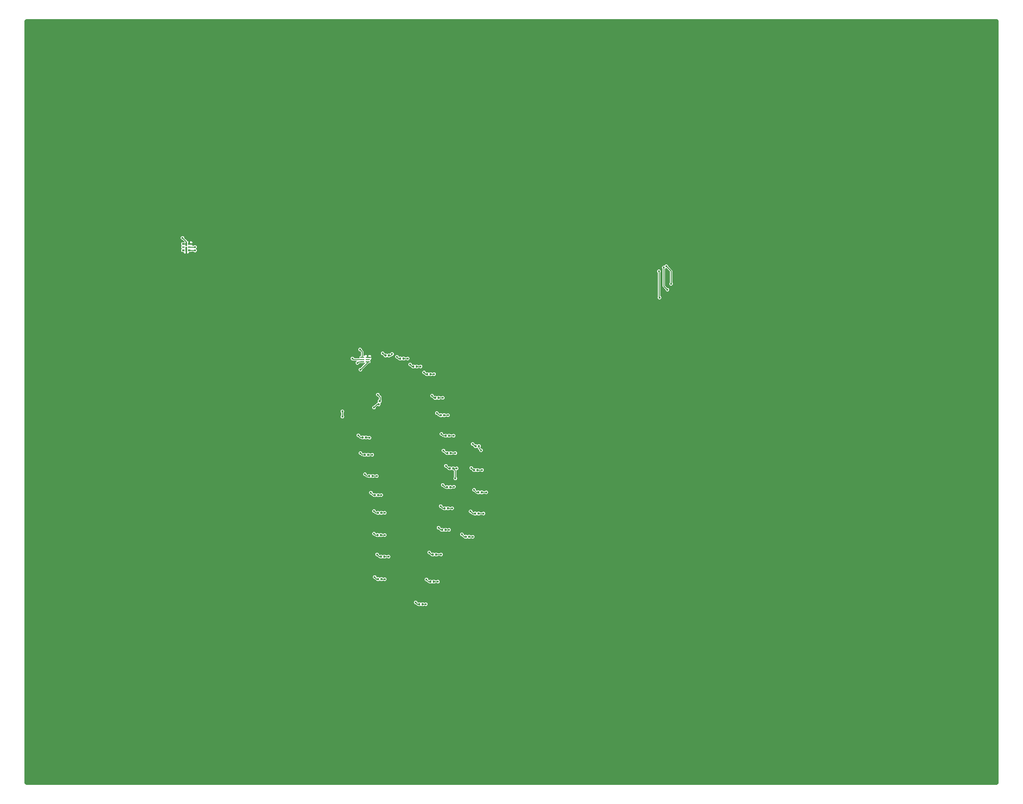
<source format=gbr>
G04 #@! TF.GenerationSoftware,KiCad,Pcbnew,(5.1.8)-1*
G04 #@! TF.CreationDate,2021-03-05T20:40:41-08:00*
G04 #@! TF.ProjectId,anglerfish,616e676c-6572-4666-9973-682e6b696361,rev?*
G04 #@! TF.SameCoordinates,Original*
G04 #@! TF.FileFunction,Copper,L1,Top*
G04 #@! TF.FilePolarity,Positive*
%FSLAX46Y46*%
G04 Gerber Fmt 4.6, Leading zero omitted, Abs format (unit mm)*
G04 Created by KiCad (PCBNEW (5.1.8)-1) date 2021-03-05 20:40:41*
%MOMM*%
%LPD*%
G01*
G04 APERTURE LIST*
G04 #@! TA.AperFunction,SMDPad,CuDef*
%ADD10R,0.800000X0.500000*%
G04 #@! TD*
G04 #@! TA.AperFunction,SMDPad,CuDef*
%ADD11R,0.800000X0.300000*%
G04 #@! TD*
G04 #@! TA.AperFunction,SMDPad,CuDef*
%ADD12R,0.500000X1.000000*%
G04 #@! TD*
G04 #@! TA.AperFunction,SMDPad,CuDef*
%ADD13R,0.500000X1.480000*%
G04 #@! TD*
G04 #@! TA.AperFunction,ViaPad*
%ADD14C,0.600000*%
G04 #@! TD*
G04 #@! TA.AperFunction,Conductor*
%ADD15C,0.250000*%
G04 #@! TD*
G04 #@! TA.AperFunction,Conductor*
%ADD16C,0.200000*%
G04 #@! TD*
G04 #@! TA.AperFunction,Conductor*
%ADD17C,0.100000*%
G04 #@! TD*
G04 APERTURE END LIST*
D10*
X58550000Y-54330000D03*
D11*
X58550000Y-55230000D03*
D10*
X58550000Y-56130000D03*
D11*
X60250000Y-55230000D03*
D10*
X60250000Y-56130000D03*
X60250000Y-54330000D03*
D12*
X59400000Y-54400000D03*
D13*
X59400000Y-55840000D03*
G04 #@! TA.AperFunction,SMDPad,CuDef*
G36*
G01*
X115127081Y-99880457D02*
X114802887Y-99762460D01*
G75*
G02*
X114714730Y-99573407I50448J138605D01*
G01*
X114815626Y-99296198D01*
G75*
G02*
X115004679Y-99208041I138605J-50448D01*
G01*
X115328873Y-99326038D01*
G75*
G02*
X115417030Y-99515091I-50448J-138605D01*
G01*
X115316134Y-99792300D01*
G75*
G02*
X115127081Y-99880457I-138605J50448D01*
G01*
G37*
G04 #@! TD.AperFunction*
G04 #@! TA.AperFunction,SMDPad,CuDef*
G36*
G01*
X114795321Y-100791959D02*
X114471127Y-100673962D01*
G75*
G02*
X114382970Y-100484909I50448J138605D01*
G01*
X114483866Y-100207700D01*
G75*
G02*
X114672919Y-100119543I138605J-50448D01*
G01*
X114997113Y-100237540D01*
G75*
G02*
X115085270Y-100426593I-50448J-138605D01*
G01*
X114984374Y-100703802D01*
G75*
G02*
X114795321Y-100791959I-138605J50448D01*
G01*
G37*
G04 #@! TD.AperFunction*
G04 #@! TA.AperFunction,SMDPad,CuDef*
G36*
G01*
X111000000Y-87025000D02*
X111000000Y-86875000D01*
G75*
G02*
X111075000Y-86800000I75000J0D01*
G01*
X112100000Y-86800000D01*
G75*
G02*
X112175000Y-86875000I0J-75000D01*
G01*
X112175000Y-87025000D01*
G75*
G02*
X112100000Y-87100000I-75000J0D01*
G01*
X111075000Y-87100000D01*
G75*
G02*
X111000000Y-87025000I0J75000D01*
G01*
G37*
G04 #@! TD.AperFunction*
G04 #@! TA.AperFunction,SMDPad,CuDef*
G36*
G01*
X111000000Y-87675000D02*
X111000000Y-87525000D01*
G75*
G02*
X111075000Y-87450000I75000J0D01*
G01*
X112100000Y-87450000D01*
G75*
G02*
X112175000Y-87525000I0J-75000D01*
G01*
X112175000Y-87675000D01*
G75*
G02*
X112100000Y-87750000I-75000J0D01*
G01*
X111075000Y-87750000D01*
G75*
G02*
X111000000Y-87675000I0J75000D01*
G01*
G37*
G04 #@! TD.AperFunction*
G04 #@! TA.AperFunction,SMDPad,CuDef*
G36*
G01*
X111000000Y-88325000D02*
X111000000Y-88175000D01*
G75*
G02*
X111075000Y-88100000I75000J0D01*
G01*
X112100000Y-88100000D01*
G75*
G02*
X112175000Y-88175000I0J-75000D01*
G01*
X112175000Y-88325000D01*
G75*
G02*
X112100000Y-88400000I-75000J0D01*
G01*
X111075000Y-88400000D01*
G75*
G02*
X111000000Y-88325000I0J75000D01*
G01*
G37*
G04 #@! TD.AperFunction*
G04 #@! TA.AperFunction,SMDPad,CuDef*
G36*
G01*
X109425000Y-88325000D02*
X109425000Y-88175000D01*
G75*
G02*
X109500000Y-88100000I75000J0D01*
G01*
X110525000Y-88100000D01*
G75*
G02*
X110600000Y-88175000I0J-75000D01*
G01*
X110600000Y-88325000D01*
G75*
G02*
X110525000Y-88400000I-75000J0D01*
G01*
X109500000Y-88400000D01*
G75*
G02*
X109425000Y-88325000I0J75000D01*
G01*
G37*
G04 #@! TD.AperFunction*
G04 #@! TA.AperFunction,SMDPad,CuDef*
G36*
G01*
X109425000Y-87675000D02*
X109425000Y-87525000D01*
G75*
G02*
X109500000Y-87450000I75000J0D01*
G01*
X110525000Y-87450000D01*
G75*
G02*
X110600000Y-87525000I0J-75000D01*
G01*
X110600000Y-87675000D01*
G75*
G02*
X110525000Y-87750000I-75000J0D01*
G01*
X109500000Y-87750000D01*
G75*
G02*
X109425000Y-87675000I0J75000D01*
G01*
G37*
G04 #@! TD.AperFunction*
G04 #@! TA.AperFunction,SMDPad,CuDef*
G36*
G01*
X109425000Y-87025000D02*
X109425000Y-86875000D01*
G75*
G02*
X109500000Y-86800000I75000J0D01*
G01*
X110525000Y-86800000D01*
G75*
G02*
X110600000Y-86875000I0J-75000D01*
G01*
X110600000Y-87025000D01*
G75*
G02*
X110525000Y-87100000I-75000J0D01*
G01*
X109500000Y-87100000D01*
G75*
G02*
X109425000Y-87025000I0J75000D01*
G01*
G37*
G04 #@! TD.AperFunction*
G04 #@! TA.AperFunction,SMDPad,CuDef*
G36*
G01*
X140490000Y-138772500D02*
X140490000Y-138427500D01*
G75*
G02*
X140637500Y-138280000I147500J0D01*
G01*
X140932500Y-138280000D01*
G75*
G02*
X141080000Y-138427500I0J-147500D01*
G01*
X141080000Y-138772500D01*
G75*
G02*
X140932500Y-138920000I-147500J0D01*
G01*
X140637500Y-138920000D01*
G75*
G02*
X140490000Y-138772500I0J147500D01*
G01*
G37*
G04 #@! TD.AperFunction*
G04 #@! TA.AperFunction,SMDPad,CuDef*
G36*
G01*
X139520000Y-138772500D02*
X139520000Y-138427500D01*
G75*
G02*
X139667500Y-138280000I147500J0D01*
G01*
X139962500Y-138280000D01*
G75*
G02*
X140110000Y-138427500I0J-147500D01*
G01*
X140110000Y-138772500D01*
G75*
G02*
X139962500Y-138920000I-147500J0D01*
G01*
X139667500Y-138920000D01*
G75*
G02*
X139520000Y-138772500I0J147500D01*
G01*
G37*
G04 #@! TD.AperFunction*
G04 #@! TA.AperFunction,SMDPad,CuDef*
G36*
G01*
X143190000Y-132072500D02*
X143190000Y-131727500D01*
G75*
G02*
X143337500Y-131580000I147500J0D01*
G01*
X143632500Y-131580000D01*
G75*
G02*
X143780000Y-131727500I0J-147500D01*
G01*
X143780000Y-132072500D01*
G75*
G02*
X143632500Y-132220000I-147500J0D01*
G01*
X143337500Y-132220000D01*
G75*
G02*
X143190000Y-132072500I0J147500D01*
G01*
G37*
G04 #@! TD.AperFunction*
G04 #@! TA.AperFunction,SMDPad,CuDef*
G36*
G01*
X142220000Y-132072500D02*
X142220000Y-131727500D01*
G75*
G02*
X142367500Y-131580000I147500J0D01*
G01*
X142662500Y-131580000D01*
G75*
G02*
X142810000Y-131727500I0J-147500D01*
G01*
X142810000Y-132072500D01*
G75*
G02*
X142662500Y-132220000I-147500J0D01*
G01*
X142367500Y-132220000D01*
G75*
G02*
X142220000Y-132072500I0J147500D01*
G01*
G37*
G04 #@! TD.AperFunction*
G04 #@! TA.AperFunction,SMDPad,CuDef*
G36*
G01*
X144090000Y-125972500D02*
X144090000Y-125627500D01*
G75*
G02*
X144237500Y-125480000I147500J0D01*
G01*
X144532500Y-125480000D01*
G75*
G02*
X144680000Y-125627500I0J-147500D01*
G01*
X144680000Y-125972500D01*
G75*
G02*
X144532500Y-126120000I-147500J0D01*
G01*
X144237500Y-126120000D01*
G75*
G02*
X144090000Y-125972500I0J147500D01*
G01*
G37*
G04 #@! TD.AperFunction*
G04 #@! TA.AperFunction,SMDPad,CuDef*
G36*
G01*
X143120000Y-125972500D02*
X143120000Y-125627500D01*
G75*
G02*
X143267500Y-125480000I147500J0D01*
G01*
X143562500Y-125480000D01*
G75*
G02*
X143710000Y-125627500I0J-147500D01*
G01*
X143710000Y-125972500D01*
G75*
G02*
X143562500Y-126120000I-147500J0D01*
G01*
X143267500Y-126120000D01*
G75*
G02*
X143120000Y-125972500I0J147500D01*
G01*
G37*
G04 #@! TD.AperFunction*
G04 #@! TA.AperFunction,SMDPad,CuDef*
G36*
G01*
X142890000Y-119572500D02*
X142890000Y-119227500D01*
G75*
G02*
X143037500Y-119080000I147500J0D01*
G01*
X143332500Y-119080000D01*
G75*
G02*
X143480000Y-119227500I0J-147500D01*
G01*
X143480000Y-119572500D01*
G75*
G02*
X143332500Y-119720000I-147500J0D01*
G01*
X143037500Y-119720000D01*
G75*
G02*
X142890000Y-119572500I0J147500D01*
G01*
G37*
G04 #@! TD.AperFunction*
G04 #@! TA.AperFunction,SMDPad,CuDef*
G36*
G01*
X141920000Y-119572500D02*
X141920000Y-119227500D01*
G75*
G02*
X142067500Y-119080000I147500J0D01*
G01*
X142362500Y-119080000D01*
G75*
G02*
X142510000Y-119227500I0J-147500D01*
G01*
X142510000Y-119572500D01*
G75*
G02*
X142362500Y-119720000I-147500J0D01*
G01*
X142067500Y-119720000D01*
G75*
G02*
X141920000Y-119572500I0J147500D01*
G01*
G37*
G04 #@! TD.AperFunction*
G04 #@! TA.AperFunction,SMDPad,CuDef*
G36*
G01*
X143290000Y-112672500D02*
X143290000Y-112327500D01*
G75*
G02*
X143437500Y-112180000I147500J0D01*
G01*
X143732500Y-112180000D01*
G75*
G02*
X143880000Y-112327500I0J-147500D01*
G01*
X143880000Y-112672500D01*
G75*
G02*
X143732500Y-112820000I-147500J0D01*
G01*
X143437500Y-112820000D01*
G75*
G02*
X143290000Y-112672500I0J147500D01*
G01*
G37*
G04 #@! TD.AperFunction*
G04 #@! TA.AperFunction,SMDPad,CuDef*
G36*
G01*
X142320000Y-112672500D02*
X142320000Y-112327500D01*
G75*
G02*
X142467500Y-112180000I147500J0D01*
G01*
X142762500Y-112180000D01*
G75*
G02*
X142910000Y-112327500I0J-147500D01*
G01*
X142910000Y-112672500D01*
G75*
G02*
X142762500Y-112820000I-147500J0D01*
G01*
X142467500Y-112820000D01*
G75*
G02*
X142320000Y-112672500I0J147500D01*
G01*
G37*
G04 #@! TD.AperFunction*
G04 #@! TA.AperFunction,SMDPad,CuDef*
G36*
G01*
X110790000Y-110172500D02*
X110790000Y-109827500D01*
G75*
G02*
X110937500Y-109680000I147500J0D01*
G01*
X111232500Y-109680000D01*
G75*
G02*
X111380000Y-109827500I0J-147500D01*
G01*
X111380000Y-110172500D01*
G75*
G02*
X111232500Y-110320000I-147500J0D01*
G01*
X110937500Y-110320000D01*
G75*
G02*
X110790000Y-110172500I0J147500D01*
G01*
G37*
G04 #@! TD.AperFunction*
G04 #@! TA.AperFunction,SMDPad,CuDef*
G36*
G01*
X109820000Y-110172500D02*
X109820000Y-109827500D01*
G75*
G02*
X109967500Y-109680000I147500J0D01*
G01*
X110262500Y-109680000D01*
G75*
G02*
X110410000Y-109827500I0J-147500D01*
G01*
X110410000Y-110172500D01*
G75*
G02*
X110262500Y-110320000I-147500J0D01*
G01*
X109967500Y-110320000D01*
G75*
G02*
X109820000Y-110172500I0J147500D01*
G01*
G37*
G04 #@! TD.AperFunction*
G04 #@! TA.AperFunction,SMDPad,CuDef*
G36*
G01*
X111405000Y-115172500D02*
X111405000Y-114827500D01*
G75*
G02*
X111552500Y-114680000I147500J0D01*
G01*
X111847500Y-114680000D01*
G75*
G02*
X111995000Y-114827500I0J-147500D01*
G01*
X111995000Y-115172500D01*
G75*
G02*
X111847500Y-115320000I-147500J0D01*
G01*
X111552500Y-115320000D01*
G75*
G02*
X111405000Y-115172500I0J147500D01*
G01*
G37*
G04 #@! TD.AperFunction*
G04 #@! TA.AperFunction,SMDPad,CuDef*
G36*
G01*
X110435000Y-115172500D02*
X110435000Y-114827500D01*
G75*
G02*
X110582500Y-114680000I147500J0D01*
G01*
X110877500Y-114680000D01*
G75*
G02*
X111025000Y-114827500I0J-147500D01*
G01*
X111025000Y-115172500D01*
G75*
G02*
X110877500Y-115320000I-147500J0D01*
G01*
X110582500Y-115320000D01*
G75*
G02*
X110435000Y-115172500I0J147500D01*
G01*
G37*
G04 #@! TD.AperFunction*
G04 #@! TA.AperFunction,SMDPad,CuDef*
G36*
G01*
X112705000Y-121272500D02*
X112705000Y-120927500D01*
G75*
G02*
X112852500Y-120780000I147500J0D01*
G01*
X113147500Y-120780000D01*
G75*
G02*
X113295000Y-120927500I0J-147500D01*
G01*
X113295000Y-121272500D01*
G75*
G02*
X113147500Y-121420000I-147500J0D01*
G01*
X112852500Y-121420000D01*
G75*
G02*
X112705000Y-121272500I0J147500D01*
G01*
G37*
G04 #@! TD.AperFunction*
G04 #@! TA.AperFunction,SMDPad,CuDef*
G36*
G01*
X111735000Y-121272500D02*
X111735000Y-120927500D01*
G75*
G02*
X111882500Y-120780000I147500J0D01*
G01*
X112177500Y-120780000D01*
G75*
G02*
X112325000Y-120927500I0J-147500D01*
G01*
X112325000Y-121272500D01*
G75*
G02*
X112177500Y-121420000I-147500J0D01*
G01*
X111882500Y-121420000D01*
G75*
G02*
X111735000Y-121272500I0J147500D01*
G01*
G37*
G04 #@! TD.AperFunction*
G04 #@! TA.AperFunction,SMDPad,CuDef*
G36*
G01*
X114290000Y-126772500D02*
X114290000Y-126427500D01*
G75*
G02*
X114437500Y-126280000I147500J0D01*
G01*
X114732500Y-126280000D01*
G75*
G02*
X114880000Y-126427500I0J-147500D01*
G01*
X114880000Y-126772500D01*
G75*
G02*
X114732500Y-126920000I-147500J0D01*
G01*
X114437500Y-126920000D01*
G75*
G02*
X114290000Y-126772500I0J147500D01*
G01*
G37*
G04 #@! TD.AperFunction*
G04 #@! TA.AperFunction,SMDPad,CuDef*
G36*
G01*
X113320000Y-126772500D02*
X113320000Y-126427500D01*
G75*
G02*
X113467500Y-126280000I147500J0D01*
G01*
X113762500Y-126280000D01*
G75*
G02*
X113910000Y-126427500I0J-147500D01*
G01*
X113910000Y-126772500D01*
G75*
G02*
X113762500Y-126920000I-147500J0D01*
G01*
X113467500Y-126920000D01*
G75*
G02*
X113320000Y-126772500I0J147500D01*
G01*
G37*
G04 #@! TD.AperFunction*
G04 #@! TA.AperFunction,SMDPad,CuDef*
G36*
G01*
X115205000Y-131872500D02*
X115205000Y-131527500D01*
G75*
G02*
X115352500Y-131380000I147500J0D01*
G01*
X115647500Y-131380000D01*
G75*
G02*
X115795000Y-131527500I0J-147500D01*
G01*
X115795000Y-131872500D01*
G75*
G02*
X115647500Y-132020000I-147500J0D01*
G01*
X115352500Y-132020000D01*
G75*
G02*
X115205000Y-131872500I0J147500D01*
G01*
G37*
G04 #@! TD.AperFunction*
G04 #@! TA.AperFunction,SMDPad,CuDef*
G36*
G01*
X114235000Y-131872500D02*
X114235000Y-131527500D01*
G75*
G02*
X114382500Y-131380000I147500J0D01*
G01*
X114677500Y-131380000D01*
G75*
G02*
X114825000Y-131527500I0J-147500D01*
G01*
X114825000Y-131872500D01*
G75*
G02*
X114677500Y-132020000I-147500J0D01*
G01*
X114382500Y-132020000D01*
G75*
G02*
X114235000Y-131872500I0J147500D01*
G01*
G37*
G04 #@! TD.AperFunction*
G04 #@! TA.AperFunction,SMDPad,CuDef*
G36*
G01*
X115105000Y-138272500D02*
X115105000Y-137927500D01*
G75*
G02*
X115252500Y-137780000I147500J0D01*
G01*
X115547500Y-137780000D01*
G75*
G02*
X115695000Y-137927500I0J-147500D01*
G01*
X115695000Y-138272500D01*
G75*
G02*
X115547500Y-138420000I-147500J0D01*
G01*
X115252500Y-138420000D01*
G75*
G02*
X115105000Y-138272500I0J147500D01*
G01*
G37*
G04 #@! TD.AperFunction*
G04 #@! TA.AperFunction,SMDPad,CuDef*
G36*
G01*
X114135000Y-138272500D02*
X114135000Y-137927500D01*
G75*
G02*
X114282500Y-137780000I147500J0D01*
G01*
X114577500Y-137780000D01*
G75*
G02*
X114725000Y-137927500I0J-147500D01*
G01*
X114725000Y-138272500D01*
G75*
G02*
X114577500Y-138420000I-147500J0D01*
G01*
X114282500Y-138420000D01*
G75*
G02*
X114135000Y-138272500I0J147500D01*
G01*
G37*
G04 #@! TD.AperFunction*
G04 #@! TA.AperFunction,SMDPad,CuDef*
G36*
G01*
X116095000Y-144472500D02*
X116095000Y-144127500D01*
G75*
G02*
X116242500Y-143980000I147500J0D01*
G01*
X116537500Y-143980000D01*
G75*
G02*
X116685000Y-144127500I0J-147500D01*
G01*
X116685000Y-144472500D01*
G75*
G02*
X116537500Y-144620000I-147500J0D01*
G01*
X116242500Y-144620000D01*
G75*
G02*
X116095000Y-144472500I0J147500D01*
G01*
G37*
G04 #@! TD.AperFunction*
G04 #@! TA.AperFunction,SMDPad,CuDef*
G36*
G01*
X115125000Y-144472500D02*
X115125000Y-144127500D01*
G75*
G02*
X115272500Y-143980000I147500J0D01*
G01*
X115567500Y-143980000D01*
G75*
G02*
X115715000Y-144127500I0J-147500D01*
G01*
X115715000Y-144472500D01*
G75*
G02*
X115567500Y-144620000I-147500J0D01*
G01*
X115272500Y-144620000D01*
G75*
G02*
X115125000Y-144472500I0J147500D01*
G01*
G37*
G04 #@! TD.AperFunction*
G04 #@! TA.AperFunction,SMDPad,CuDef*
G36*
G01*
X115250000Y-150962500D02*
X115250000Y-150617500D01*
G75*
G02*
X115397500Y-150470000I147500J0D01*
G01*
X115692500Y-150470000D01*
G75*
G02*
X115840000Y-150617500I0J-147500D01*
G01*
X115840000Y-150962500D01*
G75*
G02*
X115692500Y-151110000I-147500J0D01*
G01*
X115397500Y-151110000D01*
G75*
G02*
X115250000Y-150962500I0J147500D01*
G01*
G37*
G04 #@! TD.AperFunction*
G04 #@! TA.AperFunction,SMDPad,CuDef*
G36*
G01*
X114280000Y-150962500D02*
X114280000Y-150617500D01*
G75*
G02*
X114427500Y-150470000I147500J0D01*
G01*
X114722500Y-150470000D01*
G75*
G02*
X114870000Y-150617500I0J-147500D01*
G01*
X114870000Y-150962500D01*
G75*
G02*
X114722500Y-151110000I-147500J0D01*
G01*
X114427500Y-151110000D01*
G75*
G02*
X114280000Y-150962500I0J147500D01*
G01*
G37*
G04 #@! TD.AperFunction*
G04 #@! TA.AperFunction,SMDPad,CuDef*
G36*
G01*
X127090000Y-158172500D02*
X127090000Y-157827500D01*
G75*
G02*
X127237500Y-157680000I147500J0D01*
G01*
X127532500Y-157680000D01*
G75*
G02*
X127680000Y-157827500I0J-147500D01*
G01*
X127680000Y-158172500D01*
G75*
G02*
X127532500Y-158320000I-147500J0D01*
G01*
X127237500Y-158320000D01*
G75*
G02*
X127090000Y-158172500I0J147500D01*
G01*
G37*
G04 #@! TD.AperFunction*
G04 #@! TA.AperFunction,SMDPad,CuDef*
G36*
G01*
X126120000Y-158172500D02*
X126120000Y-157827500D01*
G75*
G02*
X126267500Y-157680000I147500J0D01*
G01*
X126562500Y-157680000D01*
G75*
G02*
X126710000Y-157827500I0J-147500D01*
G01*
X126710000Y-158172500D01*
G75*
G02*
X126562500Y-158320000I-147500J0D01*
G01*
X126267500Y-158320000D01*
G75*
G02*
X126120000Y-158172500I0J147500D01*
G01*
G37*
G04 #@! TD.AperFunction*
G04 #@! TA.AperFunction,SMDPad,CuDef*
G36*
G01*
X130290000Y-151672500D02*
X130290000Y-151327500D01*
G75*
G02*
X130437500Y-151180000I147500J0D01*
G01*
X130732500Y-151180000D01*
G75*
G02*
X130880000Y-151327500I0J-147500D01*
G01*
X130880000Y-151672500D01*
G75*
G02*
X130732500Y-151820000I-147500J0D01*
G01*
X130437500Y-151820000D01*
G75*
G02*
X130290000Y-151672500I0J147500D01*
G01*
G37*
G04 #@! TD.AperFunction*
G04 #@! TA.AperFunction,SMDPad,CuDef*
G36*
G01*
X129320000Y-151672500D02*
X129320000Y-151327500D01*
G75*
G02*
X129467500Y-151180000I147500J0D01*
G01*
X129762500Y-151180000D01*
G75*
G02*
X129910000Y-151327500I0J-147500D01*
G01*
X129910000Y-151672500D01*
G75*
G02*
X129762500Y-151820000I-147500J0D01*
G01*
X129467500Y-151820000D01*
G75*
G02*
X129320000Y-151672500I0J147500D01*
G01*
G37*
G04 #@! TD.AperFunction*
G04 #@! TA.AperFunction,SMDPad,CuDef*
G36*
G01*
X130990000Y-143872500D02*
X130990000Y-143527500D01*
G75*
G02*
X131137500Y-143380000I147500J0D01*
G01*
X131432500Y-143380000D01*
G75*
G02*
X131580000Y-143527500I0J-147500D01*
G01*
X131580000Y-143872500D01*
G75*
G02*
X131432500Y-144020000I-147500J0D01*
G01*
X131137500Y-144020000D01*
G75*
G02*
X130990000Y-143872500I0J147500D01*
G01*
G37*
G04 #@! TD.AperFunction*
G04 #@! TA.AperFunction,SMDPad,CuDef*
G36*
G01*
X130020000Y-143872500D02*
X130020000Y-143527500D01*
G75*
G02*
X130167500Y-143380000I147500J0D01*
G01*
X130462500Y-143380000D01*
G75*
G02*
X130610000Y-143527500I0J-147500D01*
G01*
X130610000Y-143872500D01*
G75*
G02*
X130462500Y-144020000I-147500J0D01*
G01*
X130167500Y-144020000D01*
G75*
G02*
X130020000Y-143872500I0J147500D01*
G01*
G37*
G04 #@! TD.AperFunction*
G04 #@! TA.AperFunction,SMDPad,CuDef*
G36*
G01*
X133690000Y-136772500D02*
X133690000Y-136427500D01*
G75*
G02*
X133837500Y-136280000I147500J0D01*
G01*
X134132500Y-136280000D01*
G75*
G02*
X134280000Y-136427500I0J-147500D01*
G01*
X134280000Y-136772500D01*
G75*
G02*
X134132500Y-136920000I-147500J0D01*
G01*
X133837500Y-136920000D01*
G75*
G02*
X133690000Y-136772500I0J147500D01*
G01*
G37*
G04 #@! TD.AperFunction*
G04 #@! TA.AperFunction,SMDPad,CuDef*
G36*
G01*
X132720000Y-136772500D02*
X132720000Y-136427500D01*
G75*
G02*
X132867500Y-136280000I147500J0D01*
G01*
X133162500Y-136280000D01*
G75*
G02*
X133310000Y-136427500I0J-147500D01*
G01*
X133310000Y-136772500D01*
G75*
G02*
X133162500Y-136920000I-147500J0D01*
G01*
X132867500Y-136920000D01*
G75*
G02*
X132720000Y-136772500I0J147500D01*
G01*
G37*
G04 #@! TD.AperFunction*
G04 #@! TA.AperFunction,SMDPad,CuDef*
G36*
G01*
X134390000Y-130572500D02*
X134390000Y-130227500D01*
G75*
G02*
X134537500Y-130080000I147500J0D01*
G01*
X134832500Y-130080000D01*
G75*
G02*
X134980000Y-130227500I0J-147500D01*
G01*
X134980000Y-130572500D01*
G75*
G02*
X134832500Y-130720000I-147500J0D01*
G01*
X134537500Y-130720000D01*
G75*
G02*
X134390000Y-130572500I0J147500D01*
G01*
G37*
G04 #@! TD.AperFunction*
G04 #@! TA.AperFunction,SMDPad,CuDef*
G36*
G01*
X133420000Y-130572500D02*
X133420000Y-130227500D01*
G75*
G02*
X133567500Y-130080000I147500J0D01*
G01*
X133862500Y-130080000D01*
G75*
G02*
X134010000Y-130227500I0J-147500D01*
G01*
X134010000Y-130572500D01*
G75*
G02*
X133862500Y-130720000I-147500J0D01*
G01*
X133567500Y-130720000D01*
G75*
G02*
X133420000Y-130572500I0J147500D01*
G01*
G37*
G04 #@! TD.AperFunction*
G04 #@! TA.AperFunction,SMDPad,CuDef*
G36*
G01*
X135090000Y-124472500D02*
X135090000Y-124127500D01*
G75*
G02*
X135237500Y-123980000I147500J0D01*
G01*
X135532500Y-123980000D01*
G75*
G02*
X135680000Y-124127500I0J-147500D01*
G01*
X135680000Y-124472500D01*
G75*
G02*
X135532500Y-124620000I-147500J0D01*
G01*
X135237500Y-124620000D01*
G75*
G02*
X135090000Y-124472500I0J147500D01*
G01*
G37*
G04 #@! TD.AperFunction*
G04 #@! TA.AperFunction,SMDPad,CuDef*
G36*
G01*
X134120000Y-124472500D02*
X134120000Y-124127500D01*
G75*
G02*
X134267500Y-123980000I147500J0D01*
G01*
X134562500Y-123980000D01*
G75*
G02*
X134710000Y-124127500I0J-147500D01*
G01*
X134710000Y-124472500D01*
G75*
G02*
X134562500Y-124620000I-147500J0D01*
G01*
X134267500Y-124620000D01*
G75*
G02*
X134120000Y-124472500I0J147500D01*
G01*
G37*
G04 #@! TD.AperFunction*
G04 #@! TA.AperFunction,SMDPad,CuDef*
G36*
G01*
X135875000Y-119072500D02*
X135875000Y-118727500D01*
G75*
G02*
X136022500Y-118580000I147500J0D01*
G01*
X136317500Y-118580000D01*
G75*
G02*
X136465000Y-118727500I0J-147500D01*
G01*
X136465000Y-119072500D01*
G75*
G02*
X136317500Y-119220000I-147500J0D01*
G01*
X136022500Y-119220000D01*
G75*
G02*
X135875000Y-119072500I0J147500D01*
G01*
G37*
G04 #@! TD.AperFunction*
G04 #@! TA.AperFunction,SMDPad,CuDef*
G36*
G01*
X134905000Y-119072500D02*
X134905000Y-118727500D01*
G75*
G02*
X135052500Y-118580000I147500J0D01*
G01*
X135347500Y-118580000D01*
G75*
G02*
X135495000Y-118727500I0J-147500D01*
G01*
X135495000Y-119072500D01*
G75*
G02*
X135347500Y-119220000I-147500J0D01*
G01*
X135052500Y-119220000D01*
G75*
G02*
X134905000Y-119072500I0J147500D01*
G01*
G37*
G04 #@! TD.AperFunction*
G04 #@! TA.AperFunction,SMDPad,CuDef*
G36*
G01*
X135190000Y-114672500D02*
X135190000Y-114327500D01*
G75*
G02*
X135337500Y-114180000I147500J0D01*
G01*
X135632500Y-114180000D01*
G75*
G02*
X135780000Y-114327500I0J-147500D01*
G01*
X135780000Y-114672500D01*
G75*
G02*
X135632500Y-114820000I-147500J0D01*
G01*
X135337500Y-114820000D01*
G75*
G02*
X135190000Y-114672500I0J147500D01*
G01*
G37*
G04 #@! TD.AperFunction*
G04 #@! TA.AperFunction,SMDPad,CuDef*
G36*
G01*
X134220000Y-114672500D02*
X134220000Y-114327500D01*
G75*
G02*
X134367500Y-114180000I147500J0D01*
G01*
X134662500Y-114180000D01*
G75*
G02*
X134810000Y-114327500I0J-147500D01*
G01*
X134810000Y-114672500D01*
G75*
G02*
X134662500Y-114820000I-147500J0D01*
G01*
X134367500Y-114820000D01*
G75*
G02*
X134220000Y-114672500I0J147500D01*
G01*
G37*
G04 #@! TD.AperFunction*
G04 #@! TA.AperFunction,SMDPad,CuDef*
G36*
G01*
X134690000Y-109672500D02*
X134690000Y-109327500D01*
G75*
G02*
X134837500Y-109180000I147500J0D01*
G01*
X135132500Y-109180000D01*
G75*
G02*
X135280000Y-109327500I0J-147500D01*
G01*
X135280000Y-109672500D01*
G75*
G02*
X135132500Y-109820000I-147500J0D01*
G01*
X134837500Y-109820000D01*
G75*
G02*
X134690000Y-109672500I0J147500D01*
G01*
G37*
G04 #@! TD.AperFunction*
G04 #@! TA.AperFunction,SMDPad,CuDef*
G36*
G01*
X133720000Y-109672500D02*
X133720000Y-109327500D01*
G75*
G02*
X133867500Y-109180000I147500J0D01*
G01*
X134162500Y-109180000D01*
G75*
G02*
X134310000Y-109327500I0J-147500D01*
G01*
X134310000Y-109672500D01*
G75*
G02*
X134162500Y-109820000I-147500J0D01*
G01*
X133867500Y-109820000D01*
G75*
G02*
X133720000Y-109672500I0J147500D01*
G01*
G37*
G04 #@! TD.AperFunction*
G04 #@! TA.AperFunction,SMDPad,CuDef*
G36*
G01*
X133290000Y-103772500D02*
X133290000Y-103427500D01*
G75*
G02*
X133437500Y-103280000I147500J0D01*
G01*
X133732500Y-103280000D01*
G75*
G02*
X133880000Y-103427500I0J-147500D01*
G01*
X133880000Y-103772500D01*
G75*
G02*
X133732500Y-103920000I-147500J0D01*
G01*
X133437500Y-103920000D01*
G75*
G02*
X133290000Y-103772500I0J147500D01*
G01*
G37*
G04 #@! TD.AperFunction*
G04 #@! TA.AperFunction,SMDPad,CuDef*
G36*
G01*
X132320000Y-103772500D02*
X132320000Y-103427500D01*
G75*
G02*
X132467500Y-103280000I147500J0D01*
G01*
X132762500Y-103280000D01*
G75*
G02*
X132910000Y-103427500I0J-147500D01*
G01*
X132910000Y-103772500D01*
G75*
G02*
X132762500Y-103920000I-147500J0D01*
G01*
X132467500Y-103920000D01*
G75*
G02*
X132320000Y-103772500I0J147500D01*
G01*
G37*
G04 #@! TD.AperFunction*
G04 #@! TA.AperFunction,SMDPad,CuDef*
G36*
G01*
X131690000Y-98772500D02*
X131690000Y-98427500D01*
G75*
G02*
X131837500Y-98280000I147500J0D01*
G01*
X132132500Y-98280000D01*
G75*
G02*
X132280000Y-98427500I0J-147500D01*
G01*
X132280000Y-98772500D01*
G75*
G02*
X132132500Y-98920000I-147500J0D01*
G01*
X131837500Y-98920000D01*
G75*
G02*
X131690000Y-98772500I0J147500D01*
G01*
G37*
G04 #@! TD.AperFunction*
G04 #@! TA.AperFunction,SMDPad,CuDef*
G36*
G01*
X130720000Y-98772500D02*
X130720000Y-98427500D01*
G75*
G02*
X130867500Y-98280000I147500J0D01*
G01*
X131162500Y-98280000D01*
G75*
G02*
X131310000Y-98427500I0J-147500D01*
G01*
X131310000Y-98772500D01*
G75*
G02*
X131162500Y-98920000I-147500J0D01*
G01*
X130867500Y-98920000D01*
G75*
G02*
X130720000Y-98772500I0J147500D01*
G01*
G37*
G04 #@! TD.AperFunction*
G04 #@! TA.AperFunction,SMDPad,CuDef*
G36*
G01*
X129390000Y-91972500D02*
X129390000Y-91627500D01*
G75*
G02*
X129537500Y-91480000I147500J0D01*
G01*
X129832500Y-91480000D01*
G75*
G02*
X129980000Y-91627500I0J-147500D01*
G01*
X129980000Y-91972500D01*
G75*
G02*
X129832500Y-92120000I-147500J0D01*
G01*
X129537500Y-92120000D01*
G75*
G02*
X129390000Y-91972500I0J147500D01*
G01*
G37*
G04 #@! TD.AperFunction*
G04 #@! TA.AperFunction,SMDPad,CuDef*
G36*
G01*
X128420000Y-91972500D02*
X128420000Y-91627500D01*
G75*
G02*
X128567500Y-91480000I147500J0D01*
G01*
X128862500Y-91480000D01*
G75*
G02*
X129010000Y-91627500I0J-147500D01*
G01*
X129010000Y-91972500D01*
G75*
G02*
X128862500Y-92120000I-147500J0D01*
G01*
X128567500Y-92120000D01*
G75*
G02*
X128420000Y-91972500I0J147500D01*
G01*
G37*
G04 #@! TD.AperFunction*
G04 #@! TA.AperFunction,SMDPad,CuDef*
G36*
G01*
X125405000Y-89772500D02*
X125405000Y-89427500D01*
G75*
G02*
X125552500Y-89280000I147500J0D01*
G01*
X125847500Y-89280000D01*
G75*
G02*
X125995000Y-89427500I0J-147500D01*
G01*
X125995000Y-89772500D01*
G75*
G02*
X125847500Y-89920000I-147500J0D01*
G01*
X125552500Y-89920000D01*
G75*
G02*
X125405000Y-89772500I0J147500D01*
G01*
G37*
G04 #@! TD.AperFunction*
G04 #@! TA.AperFunction,SMDPad,CuDef*
G36*
G01*
X124435000Y-89772500D02*
X124435000Y-89427500D01*
G75*
G02*
X124582500Y-89280000I147500J0D01*
G01*
X124877500Y-89280000D01*
G75*
G02*
X125025000Y-89427500I0J-147500D01*
G01*
X125025000Y-89772500D01*
G75*
G02*
X124877500Y-89920000I-147500J0D01*
G01*
X124582500Y-89920000D01*
G75*
G02*
X124435000Y-89772500I0J147500D01*
G01*
G37*
G04 #@! TD.AperFunction*
G04 #@! TA.AperFunction,SMDPad,CuDef*
G36*
G01*
X121605000Y-87472500D02*
X121605000Y-87127500D01*
G75*
G02*
X121752500Y-86980000I147500J0D01*
G01*
X122047500Y-86980000D01*
G75*
G02*
X122195000Y-87127500I0J-147500D01*
G01*
X122195000Y-87472500D01*
G75*
G02*
X122047500Y-87620000I-147500J0D01*
G01*
X121752500Y-87620000D01*
G75*
G02*
X121605000Y-87472500I0J147500D01*
G01*
G37*
G04 #@! TD.AperFunction*
G04 #@! TA.AperFunction,SMDPad,CuDef*
G36*
G01*
X120635000Y-87472500D02*
X120635000Y-87127500D01*
G75*
G02*
X120782500Y-86980000I147500J0D01*
G01*
X121077500Y-86980000D01*
G75*
G02*
X121225000Y-87127500I0J-147500D01*
G01*
X121225000Y-87472500D01*
G75*
G02*
X121077500Y-87620000I-147500J0D01*
G01*
X120782500Y-87620000D01*
G75*
G02*
X120635000Y-87472500I0J147500D01*
G01*
G37*
G04 #@! TD.AperFunction*
G04 #@! TA.AperFunction,SMDPad,CuDef*
G36*
G01*
X117390000Y-86572500D02*
X117390000Y-86227500D01*
G75*
G02*
X117537500Y-86080000I147500J0D01*
G01*
X117832500Y-86080000D01*
G75*
G02*
X117980000Y-86227500I0J-147500D01*
G01*
X117980000Y-86572500D01*
G75*
G02*
X117832500Y-86720000I-147500J0D01*
G01*
X117537500Y-86720000D01*
G75*
G02*
X117390000Y-86572500I0J147500D01*
G01*
G37*
G04 #@! TD.AperFunction*
G04 #@! TA.AperFunction,SMDPad,CuDef*
G36*
G01*
X116420000Y-86572500D02*
X116420000Y-86227500D01*
G75*
G02*
X116567500Y-86080000I147500J0D01*
G01*
X116862500Y-86080000D01*
G75*
G02*
X117010000Y-86227500I0J-147500D01*
G01*
X117010000Y-86572500D01*
G75*
G02*
X116862500Y-86720000I-147500J0D01*
G01*
X116567500Y-86720000D01*
G75*
G02*
X116420000Y-86572500I0J147500D01*
G01*
G37*
G04 #@! TD.AperFunction*
D14*
X187900000Y-74100000D03*
X64000000Y-55700000D03*
X115900000Y-85800000D03*
X120000000Y-86800000D03*
X123800000Y-89000000D03*
X127800000Y-91300000D03*
X130100000Y-98000000D03*
X131500000Y-103000000D03*
X132800000Y-109000000D03*
X133400000Y-113800000D03*
X134100000Y-118200000D03*
X133200000Y-123700000D03*
X132600000Y-129800000D03*
X132000000Y-136000000D03*
X129300000Y-143100000D03*
X128500000Y-150900000D03*
X125400000Y-157500000D03*
X113600000Y-150200000D03*
X114300000Y-143700000D03*
X113400000Y-137700000D03*
X113400000Y-131200000D03*
X112500000Y-125917715D03*
X110800000Y-120600000D03*
X109500000Y-114500000D03*
X108900000Y-109400000D03*
X141800000Y-111900000D03*
X141400000Y-118800000D03*
X142200000Y-125100000D03*
X141200000Y-131300000D03*
X138700000Y-137900000D03*
X113400000Y-101400000D03*
X209100000Y-45000000D03*
X127000000Y-124000000D03*
X164000000Y-113000000D03*
X138000000Y-94000000D03*
X112770000Y-86430000D03*
X62100000Y-53800000D03*
X59400000Y-57300000D03*
X202900000Y-57500000D03*
X189600000Y-59100000D03*
X199000000Y-58100000D03*
X202300000Y-54400000D03*
X108640000Y-88570000D03*
X58300000Y-52600000D03*
X61900000Y-56200000D03*
X61900000Y-55200000D03*
X118600000Y-86000000D03*
X123100000Y-87300000D03*
X126800000Y-89600000D03*
X130700000Y-91800000D03*
X133200000Y-98600000D03*
X136400000Y-124200000D03*
X136800000Y-121800000D03*
X137200000Y-118900000D03*
X136800000Y-114500000D03*
X136300000Y-109500000D03*
X134700000Y-103600000D03*
X198890710Y-65802422D03*
X197527868Y-60751823D03*
X128300000Y-158000000D03*
X131800000Y-151500000D03*
X132700000Y-143700000D03*
X135000000Y-136600000D03*
X135900000Y-130400000D03*
X196805879Y-61096426D03*
X197836656Y-67492885D03*
X116500000Y-150800000D03*
X117600000Y-144300000D03*
X116500000Y-138100000D03*
X116500000Y-131700000D03*
X115500000Y-126600000D03*
X104300000Y-104000000D03*
X104300000Y-102500000D03*
X112100000Y-110100000D03*
X112900000Y-115000000D03*
X114200000Y-121100000D03*
X144200000Y-113700000D03*
X144500000Y-119400000D03*
X141800000Y-138600000D03*
X144900000Y-131900000D03*
X145700000Y-125800000D03*
X114500000Y-97700000D03*
X195397249Y-62183493D03*
X195564771Y-69764771D03*
X107200000Y-87300000D03*
X109400000Y-84700000D03*
X109500000Y-90500000D03*
D15*
X116500000Y-86400000D02*
X115900000Y-85800000D01*
X116715000Y-86400000D02*
X116500000Y-86400000D01*
X120500000Y-87300000D02*
X120000000Y-86800000D01*
X120930000Y-87300000D02*
X120500000Y-87300000D01*
X124400000Y-89600000D02*
X123800000Y-89000000D01*
X124730000Y-89600000D02*
X124400000Y-89600000D01*
X128300000Y-91800000D02*
X127800000Y-91300000D01*
X128715000Y-91800000D02*
X128300000Y-91800000D01*
X130700000Y-98600000D02*
X130100000Y-98000000D01*
X131015000Y-98600000D02*
X130700000Y-98600000D01*
X132100000Y-103600000D02*
X131500000Y-103000000D01*
X132615000Y-103600000D02*
X132100000Y-103600000D01*
X133300000Y-109500000D02*
X132800000Y-109000000D01*
X134015000Y-109500000D02*
X133300000Y-109500000D01*
X134100000Y-114500000D02*
X133400000Y-113800000D01*
X134515000Y-114500000D02*
X134100000Y-114500000D01*
X134800000Y-118900000D02*
X134100000Y-118200000D01*
X135200000Y-118900000D02*
X134800000Y-118900000D01*
X133800000Y-124300000D02*
X133200000Y-123700000D01*
X134415000Y-124300000D02*
X133800000Y-124300000D01*
X133200000Y-130400000D02*
X132600000Y-129800000D01*
X133715000Y-130400000D02*
X133200000Y-130400000D01*
X132600000Y-136600000D02*
X132000000Y-136000000D01*
X133015000Y-136600000D02*
X132600000Y-136600000D01*
X129900000Y-143700000D02*
X129300000Y-143100000D01*
X130315000Y-143700000D02*
X129900000Y-143700000D01*
X129100000Y-151500000D02*
X128500000Y-150900000D01*
X129615000Y-151500000D02*
X129100000Y-151500000D01*
X125900000Y-158000000D02*
X125400000Y-157500000D01*
X126415000Y-158000000D02*
X125900000Y-158000000D01*
X114190000Y-150790000D02*
X113600000Y-150200000D01*
X114575000Y-150790000D02*
X114190000Y-150790000D01*
X114900000Y-144300000D02*
X114300000Y-143700000D01*
X115420000Y-144300000D02*
X114900000Y-144300000D01*
X113800000Y-138100000D02*
X113400000Y-137700000D01*
X114430000Y-138100000D02*
X113800000Y-138100000D01*
X114530000Y-131700000D02*
X113900000Y-131700000D01*
X113900000Y-131700000D02*
X113400000Y-131200000D01*
X113615000Y-126600000D02*
X113182285Y-126600000D01*
X113182285Y-126600000D02*
X112500000Y-125917715D01*
X111300000Y-121100000D02*
X110800000Y-120600000D01*
X112030000Y-121100000D02*
X111300000Y-121100000D01*
X110000000Y-115000000D02*
X109500000Y-114500000D01*
X110730000Y-115000000D02*
X110000000Y-115000000D01*
X109500000Y-110000000D02*
X108900000Y-109400000D01*
X110115000Y-110000000D02*
X109500000Y-110000000D01*
X142400000Y-112500000D02*
X141800000Y-111900000D01*
X142615000Y-112500000D02*
X142400000Y-112500000D01*
X142000000Y-119400000D02*
X141400000Y-118800000D01*
X142215000Y-119400000D02*
X142000000Y-119400000D01*
X142900000Y-125800000D02*
X142200000Y-125100000D01*
X143415000Y-125800000D02*
X142900000Y-125800000D01*
X141800000Y-131900000D02*
X141200000Y-131300000D01*
X142515000Y-131900000D02*
X141800000Y-131900000D01*
X139400000Y-138600000D02*
X138700000Y-137900000D01*
X139815000Y-138600000D02*
X139400000Y-138600000D01*
X114344249Y-100455751D02*
X113400000Y-101400000D01*
X114734120Y-100455751D02*
X114344249Y-100455751D01*
X111587500Y-86950000D02*
X112250000Y-86950000D01*
X60250000Y-54330000D02*
X61370000Y-54330000D01*
X61900000Y-53800000D02*
X62100000Y-53800000D01*
X61370000Y-54330000D02*
X61900000Y-53800000D01*
X59400000Y-55820000D02*
X59400000Y-57300000D01*
X108960000Y-88250000D02*
X108640000Y-88570000D01*
X110012500Y-88250000D02*
X108960000Y-88250000D01*
X59330000Y-54330000D02*
X59400000Y-54400000D01*
X58550000Y-54330000D02*
X59330000Y-54330000D01*
X59400000Y-53700000D02*
X58300000Y-52600000D01*
X59400000Y-54400000D02*
X59400000Y-53700000D01*
X61830000Y-56130000D02*
X61900000Y-56200000D01*
X60250000Y-56130000D02*
X61830000Y-56130000D01*
X61870000Y-55230000D02*
X61900000Y-55200000D01*
X60250000Y-55230000D02*
X61870000Y-55230000D01*
X118200000Y-86400000D02*
X118600000Y-86000000D01*
X117685000Y-86400000D02*
X118200000Y-86400000D01*
X123100000Y-87300000D02*
X121900000Y-87300000D01*
X126800000Y-89600000D02*
X125700000Y-89600000D01*
X129685000Y-91800000D02*
X130700000Y-91800000D01*
X133200000Y-98600000D02*
X131985000Y-98600000D01*
X136300000Y-124300000D02*
X136400000Y-124200000D01*
X135385000Y-124300000D02*
X136300000Y-124300000D01*
X136800000Y-119530000D02*
X136170000Y-118900000D01*
X136800000Y-121800000D02*
X136800000Y-119530000D01*
X136170000Y-118900000D02*
X137200000Y-118900000D01*
X136800000Y-114500000D02*
X135485000Y-114500000D01*
X136300000Y-109500000D02*
X134985000Y-109500000D01*
X134700000Y-103600000D02*
X133585000Y-103600000D01*
X198890710Y-62114665D02*
X198890710Y-65802422D01*
X197527868Y-60751823D02*
X198890710Y-62114665D01*
X127385000Y-158000000D02*
X128300000Y-158000000D01*
X130585000Y-151500000D02*
X131800000Y-151500000D01*
X131285000Y-143700000D02*
X132700000Y-143700000D01*
X133985000Y-136600000D02*
X135000000Y-136600000D01*
X134685000Y-130400000D02*
X135900000Y-130400000D01*
X196805879Y-61096426D02*
X196805879Y-66462108D01*
X196805879Y-66462108D02*
X197836656Y-67492885D01*
X116490000Y-150790000D02*
X116500000Y-150800000D01*
X115545000Y-150790000D02*
X116490000Y-150790000D01*
X116390000Y-144300000D02*
X117600000Y-144300000D01*
X115400000Y-138100000D02*
X116500000Y-138100000D01*
X115500000Y-131700000D02*
X116500000Y-131700000D01*
X114585000Y-126600000D02*
X115500000Y-126600000D01*
X104300000Y-104000000D02*
X104300000Y-102500000D01*
X112000000Y-110000000D02*
X112100000Y-110100000D01*
X111085000Y-110000000D02*
X112000000Y-110000000D01*
X112900000Y-115000000D02*
X111700000Y-115000000D01*
X114200000Y-121100000D02*
X113000000Y-121100000D01*
X143585000Y-113085000D02*
X144200000Y-113700000D01*
X143585000Y-112500000D02*
X143585000Y-113085000D01*
X144500000Y-119400000D02*
X143185000Y-119400000D01*
X140785000Y-138600000D02*
X141800000Y-138600000D01*
X144900000Y-131900000D02*
X143485000Y-131900000D01*
X145700000Y-125800000D02*
X144385000Y-125800000D01*
X114500000Y-97700000D02*
X115200000Y-98400000D01*
X115200000Y-99410129D02*
X115065880Y-99544249D01*
X115200000Y-98400000D02*
X115200000Y-99410129D01*
X195397249Y-69597249D02*
X195564771Y-69764771D01*
X195397249Y-62183493D02*
X195397249Y-69597249D01*
X107500000Y-87600000D02*
X107200000Y-87300000D01*
X110012500Y-87600000D02*
X107500000Y-87600000D01*
X110012500Y-85312500D02*
X109400000Y-84700000D01*
X110012500Y-86950000D02*
X110012500Y-85312500D01*
X111587500Y-88412500D02*
X109500000Y-90500000D01*
X111587500Y-88250000D02*
X111587500Y-88412500D01*
D16*
X292612852Y10293564D02*
X292731536Y10255394D01*
X292839010Y10193048D01*
X292932044Y10109017D01*
X293005731Y10007773D01*
X293056721Y9893194D01*
X293083001Y9771350D01*
X293083000Y-209353355D01*
X293056721Y-209475194D01*
X293005731Y-209589773D01*
X292932044Y-209691017D01*
X292839010Y-209775048D01*
X292731536Y-209837394D01*
X292612852Y-209875564D01*
X292466911Y-209891000D01*
X13509088Y-209891000D01*
X13363147Y-209875564D01*
X13244465Y-209837395D01*
X13136990Y-209775048D01*
X13043955Y-209691015D01*
X12970269Y-209589773D01*
X12919279Y-209475194D01*
X12893000Y-209353355D01*
X12893000Y-157440905D01*
X124800000Y-157440905D01*
X124800000Y-157559095D01*
X124823058Y-157675014D01*
X124868287Y-157784207D01*
X124933950Y-157882478D01*
X125017522Y-157966050D01*
X125115793Y-158031713D01*
X125224986Y-158076942D01*
X125340905Y-158100000D01*
X125398959Y-158100000D01*
X125584721Y-158285762D01*
X125598026Y-158301974D01*
X125662740Y-158355084D01*
X125710855Y-158380801D01*
X125736572Y-158394548D01*
X125816686Y-158418850D01*
X125879126Y-158425000D01*
X125879133Y-158425000D01*
X125898283Y-158426886D01*
X125950044Y-158489956D01*
X126018076Y-158545789D01*
X126095694Y-158587277D01*
X126179914Y-158612825D01*
X126267500Y-158621451D01*
X126562500Y-158621451D01*
X126650086Y-158612825D01*
X126734306Y-158587277D01*
X126811924Y-158545789D01*
X126879956Y-158489956D01*
X126900000Y-158465533D01*
X126920044Y-158489956D01*
X126988076Y-158545789D01*
X127065694Y-158587277D01*
X127149914Y-158612825D01*
X127237500Y-158621451D01*
X127532500Y-158621451D01*
X127620086Y-158612825D01*
X127704306Y-158587277D01*
X127781924Y-158545789D01*
X127849956Y-158489956D01*
X127891188Y-158439716D01*
X127917522Y-158466050D01*
X128015793Y-158531713D01*
X128124986Y-158576942D01*
X128240905Y-158600000D01*
X128359095Y-158600000D01*
X128475014Y-158576942D01*
X128584207Y-158531713D01*
X128682478Y-158466050D01*
X128766050Y-158382478D01*
X128831713Y-158284207D01*
X128876942Y-158175014D01*
X128900000Y-158059095D01*
X128900000Y-157940905D01*
X128876942Y-157824986D01*
X128831713Y-157715793D01*
X128766050Y-157617522D01*
X128682478Y-157533950D01*
X128584207Y-157468287D01*
X128475014Y-157423058D01*
X128359095Y-157400000D01*
X128240905Y-157400000D01*
X128124986Y-157423058D01*
X128015793Y-157468287D01*
X127917522Y-157533950D01*
X127891188Y-157560284D01*
X127849956Y-157510044D01*
X127781924Y-157454211D01*
X127704306Y-157412723D01*
X127620086Y-157387175D01*
X127532500Y-157378549D01*
X127237500Y-157378549D01*
X127149914Y-157387175D01*
X127065694Y-157412723D01*
X126988076Y-157454211D01*
X126920044Y-157510044D01*
X126900000Y-157534467D01*
X126879956Y-157510044D01*
X126811924Y-157454211D01*
X126734306Y-157412723D01*
X126650086Y-157387175D01*
X126562500Y-157378549D01*
X126267500Y-157378549D01*
X126179914Y-157387175D01*
X126095694Y-157412723D01*
X126018076Y-157454211D01*
X126000000Y-157469046D01*
X126000000Y-157440905D01*
X125976942Y-157324986D01*
X125931713Y-157215793D01*
X125866050Y-157117522D01*
X125782478Y-157033950D01*
X125684207Y-156968287D01*
X125575014Y-156923058D01*
X125459095Y-156900000D01*
X125340905Y-156900000D01*
X125224986Y-156923058D01*
X125115793Y-156968287D01*
X125017522Y-157033950D01*
X124933950Y-157117522D01*
X124868287Y-157215793D01*
X124823058Y-157324986D01*
X124800000Y-157440905D01*
X12893000Y-157440905D01*
X12893000Y-150140905D01*
X113000000Y-150140905D01*
X113000000Y-150259095D01*
X113023058Y-150375014D01*
X113068287Y-150484207D01*
X113133950Y-150582478D01*
X113217522Y-150666050D01*
X113315793Y-150731713D01*
X113424986Y-150776942D01*
X113540905Y-150800000D01*
X113598959Y-150800000D01*
X113874719Y-151075760D01*
X113888026Y-151091974D01*
X113952740Y-151145084D01*
X114026573Y-151184548D01*
X114042095Y-151189257D01*
X114054211Y-151211924D01*
X114110044Y-151279956D01*
X114178076Y-151335789D01*
X114255694Y-151377277D01*
X114339914Y-151402825D01*
X114427500Y-151411451D01*
X114722500Y-151411451D01*
X114810086Y-151402825D01*
X114894306Y-151377277D01*
X114971924Y-151335789D01*
X115039956Y-151279956D01*
X115060000Y-151255533D01*
X115080044Y-151279956D01*
X115148076Y-151335789D01*
X115225694Y-151377277D01*
X115309914Y-151402825D01*
X115397500Y-151411451D01*
X115692500Y-151411451D01*
X115780086Y-151402825D01*
X115864306Y-151377277D01*
X115941924Y-151335789D01*
X116009956Y-151279956D01*
X116063265Y-151215000D01*
X116066472Y-151215000D01*
X116117522Y-151266050D01*
X116215793Y-151331713D01*
X116324986Y-151376942D01*
X116440905Y-151400000D01*
X116559095Y-151400000D01*
X116675014Y-151376942D01*
X116784207Y-151331713D01*
X116882478Y-151266050D01*
X116966050Y-151182478D01*
X117031713Y-151084207D01*
X117076942Y-150975014D01*
X117100000Y-150859095D01*
X117100000Y-150840905D01*
X127900000Y-150840905D01*
X127900000Y-150959095D01*
X127923058Y-151075014D01*
X127968287Y-151184207D01*
X128033950Y-151282478D01*
X128117522Y-151366050D01*
X128215793Y-151431713D01*
X128324986Y-151476942D01*
X128440905Y-151500000D01*
X128498960Y-151500000D01*
X128784721Y-151785762D01*
X128798026Y-151801974D01*
X128862740Y-151855084D01*
X128936573Y-151894548D01*
X128992383Y-151911478D01*
X129016685Y-151918850D01*
X129025098Y-151919679D01*
X129079126Y-151925000D01*
X129079132Y-151925000D01*
X129098283Y-151926886D01*
X129150044Y-151989956D01*
X129218076Y-152045789D01*
X129295694Y-152087277D01*
X129379914Y-152112825D01*
X129467500Y-152121451D01*
X129762500Y-152121451D01*
X129850086Y-152112825D01*
X129934306Y-152087277D01*
X130011924Y-152045789D01*
X130079956Y-151989956D01*
X130100000Y-151965533D01*
X130120044Y-151989956D01*
X130188076Y-152045789D01*
X130265694Y-152087277D01*
X130349914Y-152112825D01*
X130437500Y-152121451D01*
X130732500Y-152121451D01*
X130820086Y-152112825D01*
X130904306Y-152087277D01*
X130981924Y-152045789D01*
X131049956Y-151989956D01*
X131103265Y-151925000D01*
X131376472Y-151925000D01*
X131417522Y-151966050D01*
X131515793Y-152031713D01*
X131624986Y-152076942D01*
X131740905Y-152100000D01*
X131859095Y-152100000D01*
X131975014Y-152076942D01*
X132084207Y-152031713D01*
X132182478Y-151966050D01*
X132266050Y-151882478D01*
X132331713Y-151784207D01*
X132376942Y-151675014D01*
X132400000Y-151559095D01*
X132400000Y-151440905D01*
X132376942Y-151324986D01*
X132331713Y-151215793D01*
X132266050Y-151117522D01*
X132182478Y-151033950D01*
X132084207Y-150968287D01*
X131975014Y-150923058D01*
X131859095Y-150900000D01*
X131740905Y-150900000D01*
X131624986Y-150923058D01*
X131515793Y-150968287D01*
X131417522Y-151033950D01*
X131376472Y-151075000D01*
X131103265Y-151075000D01*
X131049956Y-151010044D01*
X130981924Y-150954211D01*
X130904306Y-150912723D01*
X130820086Y-150887175D01*
X130732500Y-150878549D01*
X130437500Y-150878549D01*
X130349914Y-150887175D01*
X130265694Y-150912723D01*
X130188076Y-150954211D01*
X130120044Y-151010044D01*
X130100000Y-151034467D01*
X130079956Y-151010044D01*
X130011924Y-150954211D01*
X129934306Y-150912723D01*
X129850086Y-150887175D01*
X129762500Y-150878549D01*
X129467500Y-150878549D01*
X129379914Y-150887175D01*
X129295694Y-150912723D01*
X129218076Y-150954211D01*
X129183570Y-150982530D01*
X129100000Y-150898960D01*
X129100000Y-150840905D01*
X129076942Y-150724986D01*
X129031713Y-150615793D01*
X128966050Y-150517522D01*
X128882478Y-150433950D01*
X128784207Y-150368287D01*
X128675014Y-150323058D01*
X128559095Y-150300000D01*
X128440905Y-150300000D01*
X128324986Y-150323058D01*
X128215793Y-150368287D01*
X128117522Y-150433950D01*
X128033950Y-150517522D01*
X127968287Y-150615793D01*
X127923058Y-150724986D01*
X127900000Y-150840905D01*
X117100000Y-150840905D01*
X117100000Y-150740905D01*
X117076942Y-150624986D01*
X117031713Y-150515793D01*
X116966050Y-150417522D01*
X116882478Y-150333950D01*
X116784207Y-150268287D01*
X116675014Y-150223058D01*
X116559095Y-150200000D01*
X116440905Y-150200000D01*
X116324986Y-150223058D01*
X116215793Y-150268287D01*
X116117522Y-150333950D01*
X116086472Y-150365000D01*
X116063265Y-150365000D01*
X116009956Y-150300044D01*
X115941924Y-150244211D01*
X115864306Y-150202723D01*
X115780086Y-150177175D01*
X115692500Y-150168549D01*
X115397500Y-150168549D01*
X115309914Y-150177175D01*
X115225694Y-150202723D01*
X115148076Y-150244211D01*
X115080044Y-150300044D01*
X115060000Y-150324467D01*
X115039956Y-150300044D01*
X114971924Y-150244211D01*
X114894306Y-150202723D01*
X114810086Y-150177175D01*
X114722500Y-150168549D01*
X114427500Y-150168549D01*
X114339914Y-150177175D01*
X114255694Y-150202723D01*
X114221852Y-150220812D01*
X114200000Y-150198959D01*
X114200000Y-150140905D01*
X114176942Y-150024986D01*
X114131713Y-149915793D01*
X114066050Y-149817522D01*
X113982478Y-149733950D01*
X113884207Y-149668287D01*
X113775014Y-149623058D01*
X113659095Y-149600000D01*
X113540905Y-149600000D01*
X113424986Y-149623058D01*
X113315793Y-149668287D01*
X113217522Y-149733950D01*
X113133950Y-149817522D01*
X113068287Y-149915793D01*
X113023058Y-150024986D01*
X113000000Y-150140905D01*
X12893000Y-150140905D01*
X12893000Y-143640905D01*
X113700000Y-143640905D01*
X113700000Y-143759095D01*
X113723058Y-143875014D01*
X113768287Y-143984207D01*
X113833950Y-144082478D01*
X113917522Y-144166050D01*
X114015793Y-144231713D01*
X114124986Y-144276942D01*
X114240905Y-144300000D01*
X114298960Y-144300000D01*
X114584721Y-144585762D01*
X114598026Y-144601974D01*
X114662740Y-144655084D01*
X114736573Y-144694548D01*
X114792383Y-144711478D01*
X114816685Y-144718850D01*
X114825098Y-144719679D01*
X114879126Y-144725000D01*
X114879132Y-144725000D01*
X114899999Y-144727055D01*
X114903166Y-144726743D01*
X114955044Y-144789956D01*
X115023076Y-144845789D01*
X115100694Y-144887277D01*
X115184914Y-144912825D01*
X115272500Y-144921451D01*
X115567500Y-144921451D01*
X115655086Y-144912825D01*
X115739306Y-144887277D01*
X115816924Y-144845789D01*
X115884956Y-144789956D01*
X115905000Y-144765533D01*
X115925044Y-144789956D01*
X115993076Y-144845789D01*
X116070694Y-144887277D01*
X116154914Y-144912825D01*
X116242500Y-144921451D01*
X116537500Y-144921451D01*
X116625086Y-144912825D01*
X116709306Y-144887277D01*
X116786924Y-144845789D01*
X116854956Y-144789956D01*
X116908265Y-144725000D01*
X117176472Y-144725000D01*
X117217522Y-144766050D01*
X117315793Y-144831713D01*
X117424986Y-144876942D01*
X117540905Y-144900000D01*
X117659095Y-144900000D01*
X117775014Y-144876942D01*
X117884207Y-144831713D01*
X117982478Y-144766050D01*
X118066050Y-144682478D01*
X118131713Y-144584207D01*
X118176942Y-144475014D01*
X118200000Y-144359095D01*
X118200000Y-144240905D01*
X118176942Y-144124986D01*
X118131713Y-144015793D01*
X118066050Y-143917522D01*
X117982478Y-143833950D01*
X117884207Y-143768287D01*
X117775014Y-143723058D01*
X117659095Y-143700000D01*
X117540905Y-143700000D01*
X117424986Y-143723058D01*
X117315793Y-143768287D01*
X117217522Y-143833950D01*
X117176472Y-143875000D01*
X116908265Y-143875000D01*
X116854956Y-143810044D01*
X116786924Y-143754211D01*
X116709306Y-143712723D01*
X116625086Y-143687175D01*
X116537500Y-143678549D01*
X116242500Y-143678549D01*
X116154914Y-143687175D01*
X116070694Y-143712723D01*
X115993076Y-143754211D01*
X115925044Y-143810044D01*
X115905000Y-143834467D01*
X115884956Y-143810044D01*
X115816924Y-143754211D01*
X115739306Y-143712723D01*
X115655086Y-143687175D01*
X115567500Y-143678549D01*
X115272500Y-143678549D01*
X115184914Y-143687175D01*
X115100694Y-143712723D01*
X115023076Y-143754211D01*
X114985824Y-143784783D01*
X114900000Y-143698960D01*
X114900000Y-143640905D01*
X114876942Y-143524986D01*
X114831713Y-143415793D01*
X114766050Y-143317522D01*
X114682478Y-143233950D01*
X114584207Y-143168287D01*
X114475014Y-143123058D01*
X114359095Y-143100000D01*
X114240905Y-143100000D01*
X114124986Y-143123058D01*
X114015793Y-143168287D01*
X113917522Y-143233950D01*
X113833950Y-143317522D01*
X113768287Y-143415793D01*
X113723058Y-143524986D01*
X113700000Y-143640905D01*
X12893000Y-143640905D01*
X12893000Y-143040905D01*
X128700000Y-143040905D01*
X128700000Y-143159095D01*
X128723058Y-143275014D01*
X128768287Y-143384207D01*
X128833950Y-143482478D01*
X128917522Y-143566050D01*
X129015793Y-143631713D01*
X129124986Y-143676942D01*
X129240905Y-143700000D01*
X129298960Y-143700000D01*
X129584719Y-143985760D01*
X129598026Y-144001974D01*
X129662740Y-144055084D01*
X129736573Y-144094548D01*
X129787901Y-144110118D01*
X129794211Y-144121924D01*
X129850044Y-144189956D01*
X129918076Y-144245789D01*
X129995694Y-144287277D01*
X130079914Y-144312825D01*
X130167500Y-144321451D01*
X130462500Y-144321451D01*
X130550086Y-144312825D01*
X130634306Y-144287277D01*
X130711924Y-144245789D01*
X130779956Y-144189956D01*
X130800000Y-144165533D01*
X130820044Y-144189956D01*
X130888076Y-144245789D01*
X130965694Y-144287277D01*
X131049914Y-144312825D01*
X131137500Y-144321451D01*
X131432500Y-144321451D01*
X131520086Y-144312825D01*
X131604306Y-144287277D01*
X131681924Y-144245789D01*
X131749956Y-144189956D01*
X131803265Y-144125000D01*
X132276472Y-144125000D01*
X132317522Y-144166050D01*
X132415793Y-144231713D01*
X132524986Y-144276942D01*
X132640905Y-144300000D01*
X132759095Y-144300000D01*
X132875014Y-144276942D01*
X132984207Y-144231713D01*
X133082478Y-144166050D01*
X133166050Y-144082478D01*
X133231713Y-143984207D01*
X133276942Y-143875014D01*
X133300000Y-143759095D01*
X133300000Y-143640905D01*
X133276942Y-143524986D01*
X133231713Y-143415793D01*
X133166050Y-143317522D01*
X133082478Y-143233950D01*
X132984207Y-143168287D01*
X132875014Y-143123058D01*
X132759095Y-143100000D01*
X132640905Y-143100000D01*
X132524986Y-143123058D01*
X132415793Y-143168287D01*
X132317522Y-143233950D01*
X132276472Y-143275000D01*
X131803265Y-143275000D01*
X131749956Y-143210044D01*
X131681924Y-143154211D01*
X131604306Y-143112723D01*
X131520086Y-143087175D01*
X131432500Y-143078549D01*
X131137500Y-143078549D01*
X131049914Y-143087175D01*
X130965694Y-143112723D01*
X130888076Y-143154211D01*
X130820044Y-143210044D01*
X130800000Y-143234467D01*
X130779956Y-143210044D01*
X130711924Y-143154211D01*
X130634306Y-143112723D01*
X130550086Y-143087175D01*
X130462500Y-143078549D01*
X130167500Y-143078549D01*
X130079914Y-143087175D01*
X129995694Y-143112723D01*
X129942302Y-143141262D01*
X129900000Y-143098960D01*
X129900000Y-143040905D01*
X129876942Y-142924986D01*
X129831713Y-142815793D01*
X129766050Y-142717522D01*
X129682478Y-142633950D01*
X129584207Y-142568287D01*
X129475014Y-142523058D01*
X129359095Y-142500000D01*
X129240905Y-142500000D01*
X129124986Y-142523058D01*
X129015793Y-142568287D01*
X128917522Y-142633950D01*
X128833950Y-142717522D01*
X128768287Y-142815793D01*
X128723058Y-142924986D01*
X128700000Y-143040905D01*
X12893000Y-143040905D01*
X12893000Y-137640905D01*
X112800000Y-137640905D01*
X112800000Y-137759095D01*
X112823058Y-137875014D01*
X112868287Y-137984207D01*
X112933950Y-138082478D01*
X113017522Y-138166050D01*
X113115793Y-138231713D01*
X113224986Y-138276942D01*
X113340905Y-138300000D01*
X113398959Y-138300000D01*
X113484721Y-138385762D01*
X113498026Y-138401974D01*
X113562740Y-138455084D01*
X113636573Y-138494548D01*
X113692383Y-138511478D01*
X113716685Y-138518850D01*
X113725098Y-138519679D01*
X113779126Y-138525000D01*
X113779132Y-138525000D01*
X113799999Y-138527055D01*
X113820866Y-138525000D01*
X113911735Y-138525000D01*
X113965044Y-138589956D01*
X114033076Y-138645789D01*
X114110694Y-138687277D01*
X114194914Y-138712825D01*
X114282500Y-138721451D01*
X114577500Y-138721451D01*
X114665086Y-138712825D01*
X114749306Y-138687277D01*
X114826924Y-138645789D01*
X114894956Y-138589956D01*
X114915000Y-138565533D01*
X114935044Y-138589956D01*
X115003076Y-138645789D01*
X115080694Y-138687277D01*
X115164914Y-138712825D01*
X115252500Y-138721451D01*
X115547500Y-138721451D01*
X115635086Y-138712825D01*
X115719306Y-138687277D01*
X115796924Y-138645789D01*
X115864956Y-138589956D01*
X115918265Y-138525000D01*
X116076472Y-138525000D01*
X116117522Y-138566050D01*
X116215793Y-138631713D01*
X116324986Y-138676942D01*
X116440905Y-138700000D01*
X116559095Y-138700000D01*
X116675014Y-138676942D01*
X116784207Y-138631713D01*
X116882478Y-138566050D01*
X116966050Y-138482478D01*
X117031713Y-138384207D01*
X117076942Y-138275014D01*
X117100000Y-138159095D01*
X117100000Y-138040905D01*
X117076942Y-137924986D01*
X117042115Y-137840905D01*
X138100000Y-137840905D01*
X138100000Y-137959095D01*
X138123058Y-138075014D01*
X138168287Y-138184207D01*
X138233950Y-138282478D01*
X138317522Y-138366050D01*
X138415793Y-138431713D01*
X138524986Y-138476942D01*
X138640905Y-138500000D01*
X138698960Y-138500000D01*
X139084721Y-138885762D01*
X139098026Y-138901974D01*
X139162740Y-138955084D01*
X139236573Y-138994548D01*
X139287901Y-139010118D01*
X139294211Y-139021924D01*
X139350044Y-139089956D01*
X139418076Y-139145789D01*
X139495694Y-139187277D01*
X139579914Y-139212825D01*
X139667500Y-139221451D01*
X139962500Y-139221451D01*
X140050086Y-139212825D01*
X140134306Y-139187277D01*
X140211924Y-139145789D01*
X140279956Y-139089956D01*
X140300000Y-139065533D01*
X140320044Y-139089956D01*
X140388076Y-139145789D01*
X140465694Y-139187277D01*
X140549914Y-139212825D01*
X140637500Y-139221451D01*
X140932500Y-139221451D01*
X141020086Y-139212825D01*
X141104306Y-139187277D01*
X141181924Y-139145789D01*
X141249956Y-139089956D01*
X141303265Y-139025000D01*
X141376472Y-139025000D01*
X141417522Y-139066050D01*
X141515793Y-139131713D01*
X141624986Y-139176942D01*
X141740905Y-139200000D01*
X141859095Y-139200000D01*
X141975014Y-139176942D01*
X142084207Y-139131713D01*
X142182478Y-139066050D01*
X142266050Y-138982478D01*
X142331713Y-138884207D01*
X142376942Y-138775014D01*
X142400000Y-138659095D01*
X142400000Y-138540905D01*
X142376942Y-138424986D01*
X142331713Y-138315793D01*
X142266050Y-138217522D01*
X142182478Y-138133950D01*
X142084207Y-138068287D01*
X141975014Y-138023058D01*
X141859095Y-138000000D01*
X141740905Y-138000000D01*
X141624986Y-138023058D01*
X141515793Y-138068287D01*
X141417522Y-138133950D01*
X141376472Y-138175000D01*
X141303265Y-138175000D01*
X141249956Y-138110044D01*
X141181924Y-138054211D01*
X141104306Y-138012723D01*
X141020086Y-137987175D01*
X140932500Y-137978549D01*
X140637500Y-137978549D01*
X140549914Y-137987175D01*
X140465694Y-138012723D01*
X140388076Y-138054211D01*
X140320044Y-138110044D01*
X140300000Y-138134467D01*
X140279956Y-138110044D01*
X140211924Y-138054211D01*
X140134306Y-138012723D01*
X140050086Y-137987175D01*
X139962500Y-137978549D01*
X139667500Y-137978549D01*
X139579914Y-137987175D01*
X139495694Y-138012723D01*
X139442302Y-138041262D01*
X139300000Y-137898960D01*
X139300000Y-137840905D01*
X139276942Y-137724986D01*
X139231713Y-137615793D01*
X139166050Y-137517522D01*
X139082478Y-137433950D01*
X138984207Y-137368287D01*
X138875014Y-137323058D01*
X138759095Y-137300000D01*
X138640905Y-137300000D01*
X138524986Y-137323058D01*
X138415793Y-137368287D01*
X138317522Y-137433950D01*
X138233950Y-137517522D01*
X138168287Y-137615793D01*
X138123058Y-137724986D01*
X138100000Y-137840905D01*
X117042115Y-137840905D01*
X117031713Y-137815793D01*
X116966050Y-137717522D01*
X116882478Y-137633950D01*
X116784207Y-137568287D01*
X116675014Y-137523058D01*
X116559095Y-137500000D01*
X116440905Y-137500000D01*
X116324986Y-137523058D01*
X116215793Y-137568287D01*
X116117522Y-137633950D01*
X116076472Y-137675000D01*
X115918265Y-137675000D01*
X115864956Y-137610044D01*
X115796924Y-137554211D01*
X115719306Y-137512723D01*
X115635086Y-137487175D01*
X115547500Y-137478549D01*
X115252500Y-137478549D01*
X115164914Y-137487175D01*
X115080694Y-137512723D01*
X115003076Y-137554211D01*
X114935044Y-137610044D01*
X114915000Y-137634467D01*
X114894956Y-137610044D01*
X114826924Y-137554211D01*
X114749306Y-137512723D01*
X114665086Y-137487175D01*
X114577500Y-137478549D01*
X114282500Y-137478549D01*
X114194914Y-137487175D01*
X114110694Y-137512723D01*
X114033076Y-137554211D01*
X113989817Y-137589713D01*
X113976942Y-137524986D01*
X113931713Y-137415793D01*
X113866050Y-137317522D01*
X113782478Y-137233950D01*
X113684207Y-137168287D01*
X113575014Y-137123058D01*
X113459095Y-137100000D01*
X113340905Y-137100000D01*
X113224986Y-137123058D01*
X113115793Y-137168287D01*
X113017522Y-137233950D01*
X112933950Y-137317522D01*
X112868287Y-137415793D01*
X112823058Y-137524986D01*
X112800000Y-137640905D01*
X12893000Y-137640905D01*
X12893000Y-135940905D01*
X131400000Y-135940905D01*
X131400000Y-136059095D01*
X131423058Y-136175014D01*
X131468287Y-136284207D01*
X131533950Y-136382478D01*
X131617522Y-136466050D01*
X131715793Y-136531713D01*
X131824986Y-136576942D01*
X131940905Y-136600000D01*
X131998960Y-136600000D01*
X132284721Y-136885762D01*
X132298026Y-136901974D01*
X132362740Y-136955084D01*
X132436573Y-136994548D01*
X132487901Y-137010118D01*
X132494211Y-137021924D01*
X132550044Y-137089956D01*
X132618076Y-137145789D01*
X132695694Y-137187277D01*
X132779914Y-137212825D01*
X132867500Y-137221451D01*
X133162500Y-137221451D01*
X133250086Y-137212825D01*
X133334306Y-137187277D01*
X133411924Y-137145789D01*
X133479956Y-137089956D01*
X133500000Y-137065533D01*
X133520044Y-137089956D01*
X133588076Y-137145789D01*
X133665694Y-137187277D01*
X133749914Y-137212825D01*
X133837500Y-137221451D01*
X134132500Y-137221451D01*
X134220086Y-137212825D01*
X134304306Y-137187277D01*
X134381924Y-137145789D01*
X134449956Y-137089956D01*
X134503265Y-137025000D01*
X134576472Y-137025000D01*
X134617522Y-137066050D01*
X134715793Y-137131713D01*
X134824986Y-137176942D01*
X134940905Y-137200000D01*
X135059095Y-137200000D01*
X135175014Y-137176942D01*
X135284207Y-137131713D01*
X135382478Y-137066050D01*
X135466050Y-136982478D01*
X135531713Y-136884207D01*
X135576942Y-136775014D01*
X135600000Y-136659095D01*
X135600000Y-136540905D01*
X135576942Y-136424986D01*
X135531713Y-136315793D01*
X135466050Y-136217522D01*
X135382478Y-136133950D01*
X135284207Y-136068287D01*
X135175014Y-136023058D01*
X135059095Y-136000000D01*
X134940905Y-136000000D01*
X134824986Y-136023058D01*
X134715793Y-136068287D01*
X134617522Y-136133950D01*
X134576472Y-136175000D01*
X134503265Y-136175000D01*
X134449956Y-136110044D01*
X134381924Y-136054211D01*
X134304306Y-136012723D01*
X134220086Y-135987175D01*
X134132500Y-135978549D01*
X133837500Y-135978549D01*
X133749914Y-135987175D01*
X133665694Y-136012723D01*
X133588076Y-136054211D01*
X133520044Y-136110044D01*
X133500000Y-136134467D01*
X133479956Y-136110044D01*
X133411924Y-136054211D01*
X133334306Y-136012723D01*
X133250086Y-135987175D01*
X133162500Y-135978549D01*
X132867500Y-135978549D01*
X132779914Y-135987175D01*
X132695694Y-136012723D01*
X132642302Y-136041262D01*
X132600000Y-135998960D01*
X132600000Y-135940905D01*
X132576942Y-135824986D01*
X132531713Y-135715793D01*
X132466050Y-135617522D01*
X132382478Y-135533950D01*
X132284207Y-135468287D01*
X132175014Y-135423058D01*
X132059095Y-135400000D01*
X131940905Y-135400000D01*
X131824986Y-135423058D01*
X131715793Y-135468287D01*
X131617522Y-135533950D01*
X131533950Y-135617522D01*
X131468287Y-135715793D01*
X131423058Y-135824986D01*
X131400000Y-135940905D01*
X12893000Y-135940905D01*
X12893000Y-131140905D01*
X112800000Y-131140905D01*
X112800000Y-131259095D01*
X112823058Y-131375014D01*
X112868287Y-131484207D01*
X112933950Y-131582478D01*
X113017522Y-131666050D01*
X113115793Y-131731713D01*
X113224986Y-131776942D01*
X113340905Y-131800000D01*
X113398959Y-131800000D01*
X113584721Y-131985762D01*
X113598026Y-132001974D01*
X113662740Y-132055084D01*
X113695324Y-132072500D01*
X113736572Y-132094548D01*
X113816686Y-132118850D01*
X113879126Y-132125000D01*
X113879133Y-132125000D01*
X113900000Y-132127055D01*
X113920867Y-132125000D01*
X114011735Y-132125000D01*
X114065044Y-132189956D01*
X114133076Y-132245789D01*
X114210694Y-132287277D01*
X114294914Y-132312825D01*
X114382500Y-132321451D01*
X114677500Y-132321451D01*
X114765086Y-132312825D01*
X114849306Y-132287277D01*
X114926924Y-132245789D01*
X114994956Y-132189956D01*
X115015000Y-132165533D01*
X115035044Y-132189956D01*
X115103076Y-132245789D01*
X115180694Y-132287277D01*
X115264914Y-132312825D01*
X115352500Y-132321451D01*
X115647500Y-132321451D01*
X115735086Y-132312825D01*
X115819306Y-132287277D01*
X115896924Y-132245789D01*
X115964956Y-132189956D01*
X116018265Y-132125000D01*
X116076472Y-132125000D01*
X116117522Y-132166050D01*
X116215793Y-132231713D01*
X116324986Y-132276942D01*
X116440905Y-132300000D01*
X116559095Y-132300000D01*
X116675014Y-132276942D01*
X116784207Y-132231713D01*
X116882478Y-132166050D01*
X116966050Y-132082478D01*
X117031713Y-131984207D01*
X117076942Y-131875014D01*
X117100000Y-131759095D01*
X117100000Y-131640905D01*
X117076942Y-131524986D01*
X117031713Y-131415793D01*
X116966050Y-131317522D01*
X116889433Y-131240905D01*
X140600000Y-131240905D01*
X140600000Y-131359095D01*
X140623058Y-131475014D01*
X140668287Y-131584207D01*
X140733950Y-131682478D01*
X140817522Y-131766050D01*
X140915793Y-131831713D01*
X141024986Y-131876942D01*
X141140905Y-131900000D01*
X141198960Y-131900000D01*
X141484721Y-132185762D01*
X141498026Y-132201974D01*
X141562740Y-132255084D01*
X141636573Y-132294548D01*
X141692383Y-132311478D01*
X141716685Y-132318850D01*
X141725098Y-132319679D01*
X141779126Y-132325000D01*
X141779132Y-132325000D01*
X141799999Y-132327055D01*
X141820866Y-132325000D01*
X141996735Y-132325000D01*
X142050044Y-132389956D01*
X142118076Y-132445789D01*
X142195694Y-132487277D01*
X142279914Y-132512825D01*
X142367500Y-132521451D01*
X142662500Y-132521451D01*
X142750086Y-132512825D01*
X142834306Y-132487277D01*
X142911924Y-132445789D01*
X142979956Y-132389956D01*
X143000000Y-132365533D01*
X143020044Y-132389956D01*
X143088076Y-132445789D01*
X143165694Y-132487277D01*
X143249914Y-132512825D01*
X143337500Y-132521451D01*
X143632500Y-132521451D01*
X143720086Y-132512825D01*
X143804306Y-132487277D01*
X143881924Y-132445789D01*
X143949956Y-132389956D01*
X144003265Y-132325000D01*
X144476472Y-132325000D01*
X144517522Y-132366050D01*
X144615793Y-132431713D01*
X144724986Y-132476942D01*
X144840905Y-132500000D01*
X144959095Y-132500000D01*
X145075014Y-132476942D01*
X145184207Y-132431713D01*
X145282478Y-132366050D01*
X145366050Y-132282478D01*
X145431713Y-132184207D01*
X145476942Y-132075014D01*
X145500000Y-131959095D01*
X145500000Y-131840905D01*
X145476942Y-131724986D01*
X145431713Y-131615793D01*
X145366050Y-131517522D01*
X145282478Y-131433950D01*
X145184207Y-131368287D01*
X145075014Y-131323058D01*
X144959095Y-131300000D01*
X144840905Y-131300000D01*
X144724986Y-131323058D01*
X144615793Y-131368287D01*
X144517522Y-131433950D01*
X144476472Y-131475000D01*
X144003265Y-131475000D01*
X143949956Y-131410044D01*
X143881924Y-131354211D01*
X143804306Y-131312723D01*
X143720086Y-131287175D01*
X143632500Y-131278549D01*
X143337500Y-131278549D01*
X143249914Y-131287175D01*
X143165694Y-131312723D01*
X143088076Y-131354211D01*
X143020044Y-131410044D01*
X143000000Y-131434467D01*
X142979956Y-131410044D01*
X142911924Y-131354211D01*
X142834306Y-131312723D01*
X142750086Y-131287175D01*
X142662500Y-131278549D01*
X142367500Y-131278549D01*
X142279914Y-131287175D01*
X142195694Y-131312723D01*
X142118076Y-131354211D01*
X142050044Y-131410044D01*
X141996735Y-131475000D01*
X141976041Y-131475000D01*
X141800000Y-131298960D01*
X141800000Y-131240905D01*
X141776942Y-131124986D01*
X141731713Y-131015793D01*
X141666050Y-130917522D01*
X141582478Y-130833950D01*
X141484207Y-130768287D01*
X141375014Y-130723058D01*
X141259095Y-130700000D01*
X141140905Y-130700000D01*
X141024986Y-130723058D01*
X140915793Y-130768287D01*
X140817522Y-130833950D01*
X140733950Y-130917522D01*
X140668287Y-131015793D01*
X140623058Y-131124986D01*
X140600000Y-131240905D01*
X116889433Y-131240905D01*
X116882478Y-131233950D01*
X116784207Y-131168287D01*
X116675014Y-131123058D01*
X116559095Y-131100000D01*
X116440905Y-131100000D01*
X116324986Y-131123058D01*
X116215793Y-131168287D01*
X116117522Y-131233950D01*
X116076472Y-131275000D01*
X116018265Y-131275000D01*
X115964956Y-131210044D01*
X115896924Y-131154211D01*
X115819306Y-131112723D01*
X115735086Y-131087175D01*
X115647500Y-131078549D01*
X115352500Y-131078549D01*
X115264914Y-131087175D01*
X115180694Y-131112723D01*
X115103076Y-131154211D01*
X115035044Y-131210044D01*
X115015000Y-131234467D01*
X114994956Y-131210044D01*
X114926924Y-131154211D01*
X114849306Y-131112723D01*
X114765086Y-131087175D01*
X114677500Y-131078549D01*
X114382500Y-131078549D01*
X114294914Y-131087175D01*
X114210694Y-131112723D01*
X114133076Y-131154211D01*
X114065044Y-131210044D01*
X114040721Y-131239681D01*
X114000000Y-131198959D01*
X114000000Y-131140905D01*
X113976942Y-131024986D01*
X113931713Y-130915793D01*
X113866050Y-130817522D01*
X113782478Y-130733950D01*
X113684207Y-130668287D01*
X113575014Y-130623058D01*
X113459095Y-130600000D01*
X113340905Y-130600000D01*
X113224986Y-130623058D01*
X113115793Y-130668287D01*
X113017522Y-130733950D01*
X112933950Y-130817522D01*
X112868287Y-130915793D01*
X112823058Y-131024986D01*
X112800000Y-131140905D01*
X12893000Y-131140905D01*
X12893000Y-129740905D01*
X132000000Y-129740905D01*
X132000000Y-129859095D01*
X132023058Y-129975014D01*
X132068287Y-130084207D01*
X132133950Y-130182478D01*
X132217522Y-130266050D01*
X132315793Y-130331713D01*
X132424986Y-130376942D01*
X132540905Y-130400000D01*
X132598960Y-130400000D01*
X132884721Y-130685762D01*
X132898026Y-130701974D01*
X132962740Y-130755084D01*
X133036573Y-130794548D01*
X133092383Y-130811478D01*
X133116685Y-130818850D01*
X133125098Y-130819679D01*
X133179126Y-130825000D01*
X133179132Y-130825000D01*
X133198283Y-130826886D01*
X133250044Y-130889956D01*
X133318076Y-130945789D01*
X133395694Y-130987277D01*
X133479914Y-131012825D01*
X133567500Y-131021451D01*
X133862500Y-131021451D01*
X133950086Y-131012825D01*
X134034306Y-130987277D01*
X134111924Y-130945789D01*
X134179956Y-130889956D01*
X134200000Y-130865533D01*
X134220044Y-130889956D01*
X134288076Y-130945789D01*
X134365694Y-130987277D01*
X134449914Y-131012825D01*
X134537500Y-131021451D01*
X134832500Y-131021451D01*
X134920086Y-131012825D01*
X135004306Y-130987277D01*
X135081924Y-130945789D01*
X135149956Y-130889956D01*
X135203265Y-130825000D01*
X135476472Y-130825000D01*
X135517522Y-130866050D01*
X135615793Y-130931713D01*
X135724986Y-130976942D01*
X135840905Y-131000000D01*
X135959095Y-131000000D01*
X136075014Y-130976942D01*
X136184207Y-130931713D01*
X136282478Y-130866050D01*
X136366050Y-130782478D01*
X136431713Y-130684207D01*
X136476942Y-130575014D01*
X136500000Y-130459095D01*
X136500000Y-130340905D01*
X136476942Y-130224986D01*
X136431713Y-130115793D01*
X136366050Y-130017522D01*
X136282478Y-129933950D01*
X136184207Y-129868287D01*
X136075014Y-129823058D01*
X135959095Y-129800000D01*
X135840905Y-129800000D01*
X135724986Y-129823058D01*
X135615793Y-129868287D01*
X135517522Y-129933950D01*
X135476472Y-129975000D01*
X135203265Y-129975000D01*
X135149956Y-129910044D01*
X135081924Y-129854211D01*
X135004306Y-129812723D01*
X134920086Y-129787175D01*
X134832500Y-129778549D01*
X134537500Y-129778549D01*
X134449914Y-129787175D01*
X134365694Y-129812723D01*
X134288076Y-129854211D01*
X134220044Y-129910044D01*
X134200000Y-129934467D01*
X134179956Y-129910044D01*
X134111924Y-129854211D01*
X134034306Y-129812723D01*
X133950086Y-129787175D01*
X133862500Y-129778549D01*
X133567500Y-129778549D01*
X133479914Y-129787175D01*
X133395694Y-129812723D01*
X133318076Y-129854211D01*
X133283570Y-129882530D01*
X133200000Y-129798960D01*
X133200000Y-129740905D01*
X133176942Y-129624986D01*
X133131713Y-129515793D01*
X133066050Y-129417522D01*
X132982478Y-129333950D01*
X132884207Y-129268287D01*
X132775014Y-129223058D01*
X132659095Y-129200000D01*
X132540905Y-129200000D01*
X132424986Y-129223058D01*
X132315793Y-129268287D01*
X132217522Y-129333950D01*
X132133950Y-129417522D01*
X132068287Y-129515793D01*
X132023058Y-129624986D01*
X132000000Y-129740905D01*
X12893000Y-129740905D01*
X12893000Y-125858620D01*
X111900000Y-125858620D01*
X111900000Y-125976810D01*
X111923058Y-126092729D01*
X111968287Y-126201922D01*
X112033950Y-126300193D01*
X112117522Y-126383765D01*
X112215793Y-126449428D01*
X112324986Y-126494657D01*
X112440905Y-126517715D01*
X112498960Y-126517715D01*
X112867006Y-126885762D01*
X112880311Y-126901974D01*
X112945025Y-126955084D01*
X112993140Y-126980801D01*
X113018857Y-126994548D01*
X113091329Y-127016532D01*
X113094211Y-127021924D01*
X113150044Y-127089956D01*
X113218076Y-127145789D01*
X113295694Y-127187277D01*
X113379914Y-127212825D01*
X113467500Y-127221451D01*
X113762500Y-127221451D01*
X113850086Y-127212825D01*
X113934306Y-127187277D01*
X114011924Y-127145789D01*
X114079956Y-127089956D01*
X114100000Y-127065533D01*
X114120044Y-127089956D01*
X114188076Y-127145789D01*
X114265694Y-127187277D01*
X114349914Y-127212825D01*
X114437500Y-127221451D01*
X114732500Y-127221451D01*
X114820086Y-127212825D01*
X114904306Y-127187277D01*
X114981924Y-127145789D01*
X115049956Y-127089956D01*
X115091188Y-127039716D01*
X115117522Y-127066050D01*
X115215793Y-127131713D01*
X115324986Y-127176942D01*
X115440905Y-127200000D01*
X115559095Y-127200000D01*
X115675014Y-127176942D01*
X115784207Y-127131713D01*
X115882478Y-127066050D01*
X115966050Y-126982478D01*
X116031713Y-126884207D01*
X116076942Y-126775014D01*
X116100000Y-126659095D01*
X116100000Y-126540905D01*
X116076942Y-126424986D01*
X116031713Y-126315793D01*
X115966050Y-126217522D01*
X115882478Y-126133950D01*
X115784207Y-126068287D01*
X115675014Y-126023058D01*
X115559095Y-126000000D01*
X115440905Y-126000000D01*
X115324986Y-126023058D01*
X115215793Y-126068287D01*
X115117522Y-126133950D01*
X115091188Y-126160284D01*
X115049956Y-126110044D01*
X114981924Y-126054211D01*
X114904306Y-126012723D01*
X114820086Y-125987175D01*
X114732500Y-125978549D01*
X114437500Y-125978549D01*
X114349914Y-125987175D01*
X114265694Y-126012723D01*
X114188076Y-126054211D01*
X114120044Y-126110044D01*
X114100000Y-126134467D01*
X114079956Y-126110044D01*
X114011924Y-126054211D01*
X113934306Y-126012723D01*
X113850086Y-125987175D01*
X113762500Y-125978549D01*
X113467500Y-125978549D01*
X113379914Y-125987175D01*
X113295694Y-126012723D01*
X113230758Y-126047432D01*
X113100000Y-125916675D01*
X113100000Y-125858620D01*
X113076942Y-125742701D01*
X113031713Y-125633508D01*
X112966050Y-125535237D01*
X112882478Y-125451665D01*
X112784207Y-125386002D01*
X112675014Y-125340773D01*
X112559095Y-125317715D01*
X112440905Y-125317715D01*
X112324986Y-125340773D01*
X112215793Y-125386002D01*
X112117522Y-125451665D01*
X112033950Y-125535237D01*
X111968287Y-125633508D01*
X111923058Y-125742701D01*
X111900000Y-125858620D01*
X12893000Y-125858620D01*
X12893000Y-125040905D01*
X141600000Y-125040905D01*
X141600000Y-125159095D01*
X141623058Y-125275014D01*
X141668287Y-125384207D01*
X141733950Y-125482478D01*
X141817522Y-125566050D01*
X141915793Y-125631713D01*
X142024986Y-125676942D01*
X142140905Y-125700000D01*
X142198960Y-125700000D01*
X142584721Y-126085762D01*
X142598026Y-126101974D01*
X142662740Y-126155084D01*
X142736573Y-126194548D01*
X142792383Y-126211478D01*
X142816685Y-126218850D01*
X142825098Y-126219679D01*
X142879126Y-126225000D01*
X142879132Y-126225000D01*
X142898283Y-126226886D01*
X142950044Y-126289956D01*
X143018076Y-126345789D01*
X143095694Y-126387277D01*
X143179914Y-126412825D01*
X143267500Y-126421451D01*
X143562500Y-126421451D01*
X143650086Y-126412825D01*
X143734306Y-126387277D01*
X143811924Y-126345789D01*
X143879956Y-126289956D01*
X143900000Y-126265533D01*
X143920044Y-126289956D01*
X143988076Y-126345789D01*
X144065694Y-126387277D01*
X144149914Y-126412825D01*
X144237500Y-126421451D01*
X144532500Y-126421451D01*
X144620086Y-126412825D01*
X144704306Y-126387277D01*
X144781924Y-126345789D01*
X144849956Y-126289956D01*
X144903265Y-126225000D01*
X145276472Y-126225000D01*
X145317522Y-126266050D01*
X145415793Y-126331713D01*
X145524986Y-126376942D01*
X145640905Y-126400000D01*
X145759095Y-126400000D01*
X145875014Y-126376942D01*
X145984207Y-126331713D01*
X146082478Y-126266050D01*
X146166050Y-126182478D01*
X146231713Y-126084207D01*
X146276942Y-125975014D01*
X146300000Y-125859095D01*
X146300000Y-125740905D01*
X146276942Y-125624986D01*
X146231713Y-125515793D01*
X146166050Y-125417522D01*
X146082478Y-125333950D01*
X145984207Y-125268287D01*
X145875014Y-125223058D01*
X145759095Y-125200000D01*
X145640905Y-125200000D01*
X145524986Y-125223058D01*
X145415793Y-125268287D01*
X145317522Y-125333950D01*
X145276472Y-125375000D01*
X144903265Y-125375000D01*
X144849956Y-125310044D01*
X144781924Y-125254211D01*
X144704306Y-125212723D01*
X144620086Y-125187175D01*
X144532500Y-125178549D01*
X144237500Y-125178549D01*
X144149914Y-125187175D01*
X144065694Y-125212723D01*
X143988076Y-125254211D01*
X143920044Y-125310044D01*
X143900000Y-125334467D01*
X143879956Y-125310044D01*
X143811924Y-125254211D01*
X143734306Y-125212723D01*
X143650086Y-125187175D01*
X143562500Y-125178549D01*
X143267500Y-125178549D01*
X143179914Y-125187175D01*
X143095694Y-125212723D01*
X143018076Y-125254211D01*
X142983570Y-125282529D01*
X142800000Y-125098960D01*
X142800000Y-125040905D01*
X142776942Y-124924986D01*
X142731713Y-124815793D01*
X142666050Y-124717522D01*
X142582478Y-124633950D01*
X142484207Y-124568287D01*
X142375014Y-124523058D01*
X142259095Y-124500000D01*
X142140905Y-124500000D01*
X142024986Y-124523058D01*
X141915793Y-124568287D01*
X141817522Y-124633950D01*
X141733950Y-124717522D01*
X141668287Y-124815793D01*
X141623058Y-124924986D01*
X141600000Y-125040905D01*
X12893000Y-125040905D01*
X12893000Y-123640905D01*
X132600000Y-123640905D01*
X132600000Y-123759095D01*
X132623058Y-123875014D01*
X132668287Y-123984207D01*
X132733950Y-124082478D01*
X132817522Y-124166050D01*
X132915793Y-124231713D01*
X133024986Y-124276942D01*
X133140905Y-124300000D01*
X133198960Y-124300000D01*
X133484721Y-124585762D01*
X133498026Y-124601974D01*
X133562740Y-124655084D01*
X133636573Y-124694548D01*
X133692383Y-124711478D01*
X133716685Y-124718850D01*
X133725098Y-124719679D01*
X133779126Y-124725000D01*
X133779132Y-124725000D01*
X133799999Y-124727055D01*
X133820866Y-124725000D01*
X133896735Y-124725000D01*
X133950044Y-124789956D01*
X134018076Y-124845789D01*
X134095694Y-124887277D01*
X134179914Y-124912825D01*
X134267500Y-124921451D01*
X134562500Y-124921451D01*
X134650086Y-124912825D01*
X134734306Y-124887277D01*
X134811924Y-124845789D01*
X134879956Y-124789956D01*
X134900000Y-124765533D01*
X134920044Y-124789956D01*
X134988076Y-124845789D01*
X135065694Y-124887277D01*
X135149914Y-124912825D01*
X135237500Y-124921451D01*
X135532500Y-124921451D01*
X135620086Y-124912825D01*
X135704306Y-124887277D01*
X135781924Y-124845789D01*
X135849956Y-124789956D01*
X135903265Y-124725000D01*
X136105746Y-124725000D01*
X136115793Y-124731713D01*
X136224986Y-124776942D01*
X136340905Y-124800000D01*
X136459095Y-124800000D01*
X136575014Y-124776942D01*
X136684207Y-124731713D01*
X136782478Y-124666050D01*
X136866050Y-124582478D01*
X136931713Y-124484207D01*
X136976942Y-124375014D01*
X137000000Y-124259095D01*
X137000000Y-124140905D01*
X136976942Y-124024986D01*
X136931713Y-123915793D01*
X136866050Y-123817522D01*
X136782478Y-123733950D01*
X136684207Y-123668287D01*
X136575014Y-123623058D01*
X136459095Y-123600000D01*
X136340905Y-123600000D01*
X136224986Y-123623058D01*
X136115793Y-123668287D01*
X136017522Y-123733950D01*
X135933950Y-123817522D01*
X135899009Y-123869815D01*
X135849956Y-123810044D01*
X135781924Y-123754211D01*
X135704306Y-123712723D01*
X135620086Y-123687175D01*
X135532500Y-123678549D01*
X135237500Y-123678549D01*
X135149914Y-123687175D01*
X135065694Y-123712723D01*
X134988076Y-123754211D01*
X134920044Y-123810044D01*
X134900000Y-123834467D01*
X134879956Y-123810044D01*
X134811924Y-123754211D01*
X134734306Y-123712723D01*
X134650086Y-123687175D01*
X134562500Y-123678549D01*
X134267500Y-123678549D01*
X134179914Y-123687175D01*
X134095694Y-123712723D01*
X134018076Y-123754211D01*
X133950044Y-123810044D01*
X133932483Y-123831442D01*
X133800000Y-123698960D01*
X133800000Y-123640905D01*
X133776942Y-123524986D01*
X133731713Y-123415793D01*
X133666050Y-123317522D01*
X133582478Y-123233950D01*
X133484207Y-123168287D01*
X133375014Y-123123058D01*
X133259095Y-123100000D01*
X133140905Y-123100000D01*
X133024986Y-123123058D01*
X132915793Y-123168287D01*
X132817522Y-123233950D01*
X132733950Y-123317522D01*
X132668287Y-123415793D01*
X132623058Y-123524986D01*
X132600000Y-123640905D01*
X12893000Y-123640905D01*
X12893000Y-120540905D01*
X110200000Y-120540905D01*
X110200000Y-120659095D01*
X110223058Y-120775014D01*
X110268287Y-120884207D01*
X110333950Y-120982478D01*
X110417522Y-121066050D01*
X110515793Y-121131713D01*
X110624986Y-121176942D01*
X110740905Y-121200000D01*
X110798959Y-121200000D01*
X110984721Y-121385762D01*
X110998026Y-121401974D01*
X111062740Y-121455084D01*
X111110855Y-121480801D01*
X111136572Y-121494548D01*
X111206608Y-121515793D01*
X111216686Y-121518850D01*
X111279126Y-121525000D01*
X111279133Y-121525000D01*
X111300000Y-121527055D01*
X111320867Y-121525000D01*
X111511735Y-121525000D01*
X111565044Y-121589956D01*
X111633076Y-121645789D01*
X111710694Y-121687277D01*
X111794914Y-121712825D01*
X111882500Y-121721451D01*
X112177500Y-121721451D01*
X112265086Y-121712825D01*
X112349306Y-121687277D01*
X112426924Y-121645789D01*
X112494956Y-121589956D01*
X112515000Y-121565533D01*
X112535044Y-121589956D01*
X112603076Y-121645789D01*
X112680694Y-121687277D01*
X112764914Y-121712825D01*
X112852500Y-121721451D01*
X113147500Y-121721451D01*
X113235086Y-121712825D01*
X113319306Y-121687277D01*
X113396924Y-121645789D01*
X113464956Y-121589956D01*
X113518265Y-121525000D01*
X113776472Y-121525000D01*
X113817522Y-121566050D01*
X113915793Y-121631713D01*
X114024986Y-121676942D01*
X114140905Y-121700000D01*
X114259095Y-121700000D01*
X114375014Y-121676942D01*
X114484207Y-121631713D01*
X114582478Y-121566050D01*
X114666050Y-121482478D01*
X114731713Y-121384207D01*
X114776942Y-121275014D01*
X114800000Y-121159095D01*
X114800000Y-121040905D01*
X114776942Y-120924986D01*
X114731713Y-120815793D01*
X114666050Y-120717522D01*
X114582478Y-120633950D01*
X114484207Y-120568287D01*
X114375014Y-120523058D01*
X114259095Y-120500000D01*
X114140905Y-120500000D01*
X114024986Y-120523058D01*
X113915793Y-120568287D01*
X113817522Y-120633950D01*
X113776472Y-120675000D01*
X113518265Y-120675000D01*
X113464956Y-120610044D01*
X113396924Y-120554211D01*
X113319306Y-120512723D01*
X113235086Y-120487175D01*
X113147500Y-120478549D01*
X112852500Y-120478549D01*
X112764914Y-120487175D01*
X112680694Y-120512723D01*
X112603076Y-120554211D01*
X112535044Y-120610044D01*
X112515000Y-120634467D01*
X112494956Y-120610044D01*
X112426924Y-120554211D01*
X112349306Y-120512723D01*
X112265086Y-120487175D01*
X112177500Y-120478549D01*
X111882500Y-120478549D01*
X111794914Y-120487175D01*
X111710694Y-120512723D01*
X111633076Y-120554211D01*
X111565044Y-120610044D01*
X111511735Y-120675000D01*
X111476041Y-120675000D01*
X111400000Y-120598959D01*
X111400000Y-120540905D01*
X111376942Y-120424986D01*
X111331713Y-120315793D01*
X111266050Y-120217522D01*
X111182478Y-120133950D01*
X111084207Y-120068287D01*
X110975014Y-120023058D01*
X110859095Y-120000000D01*
X110740905Y-120000000D01*
X110624986Y-120023058D01*
X110515793Y-120068287D01*
X110417522Y-120133950D01*
X110333950Y-120217522D01*
X110268287Y-120315793D01*
X110223058Y-120424986D01*
X110200000Y-120540905D01*
X12893000Y-120540905D01*
X12893000Y-118140905D01*
X133500000Y-118140905D01*
X133500000Y-118259095D01*
X133523058Y-118375014D01*
X133568287Y-118484207D01*
X133633950Y-118582478D01*
X133717522Y-118666050D01*
X133815793Y-118731713D01*
X133924986Y-118776942D01*
X134040905Y-118800000D01*
X134098960Y-118800000D01*
X134484719Y-119185760D01*
X134498026Y-119201974D01*
X134562740Y-119255084D01*
X134636573Y-119294548D01*
X134669998Y-119304687D01*
X134679211Y-119321924D01*
X134735044Y-119389956D01*
X134803076Y-119445789D01*
X134880694Y-119487277D01*
X134964914Y-119512825D01*
X135052500Y-119521451D01*
X135347500Y-119521451D01*
X135435086Y-119512825D01*
X135519306Y-119487277D01*
X135596924Y-119445789D01*
X135664956Y-119389956D01*
X135685000Y-119365533D01*
X135705044Y-119389956D01*
X135773076Y-119445789D01*
X135850694Y-119487277D01*
X135934914Y-119512825D01*
X136022500Y-119521451D01*
X136190411Y-119521451D01*
X136375001Y-119706041D01*
X136375000Y-121376472D01*
X136333950Y-121417522D01*
X136268287Y-121515793D01*
X136223058Y-121624986D01*
X136200000Y-121740905D01*
X136200000Y-121859095D01*
X136223058Y-121975014D01*
X136268287Y-122084207D01*
X136333950Y-122182478D01*
X136417522Y-122266050D01*
X136515793Y-122331713D01*
X136624986Y-122376942D01*
X136740905Y-122400000D01*
X136859095Y-122400000D01*
X136975014Y-122376942D01*
X137084207Y-122331713D01*
X137182478Y-122266050D01*
X137266050Y-122182478D01*
X137331713Y-122084207D01*
X137376942Y-121975014D01*
X137400000Y-121859095D01*
X137400000Y-121740905D01*
X137376942Y-121624986D01*
X137331713Y-121515793D01*
X137266050Y-121417522D01*
X137225000Y-121376472D01*
X137225000Y-119550874D01*
X137227056Y-119530000D01*
X137224101Y-119500000D01*
X137259095Y-119500000D01*
X137375014Y-119476942D01*
X137484207Y-119431713D01*
X137582478Y-119366050D01*
X137666050Y-119282478D01*
X137731713Y-119184207D01*
X137776942Y-119075014D01*
X137800000Y-118959095D01*
X137800000Y-118840905D01*
X137780109Y-118740905D01*
X140800000Y-118740905D01*
X140800000Y-118859095D01*
X140823058Y-118975014D01*
X140868287Y-119084207D01*
X140933950Y-119182478D01*
X141017522Y-119266050D01*
X141115793Y-119331713D01*
X141224986Y-119376942D01*
X141340905Y-119400000D01*
X141398960Y-119400000D01*
X141623693Y-119624734D01*
X141627175Y-119660086D01*
X141652723Y-119744306D01*
X141694211Y-119821924D01*
X141750044Y-119889956D01*
X141818076Y-119945789D01*
X141895694Y-119987277D01*
X141979914Y-120012825D01*
X142067500Y-120021451D01*
X142362500Y-120021451D01*
X142450086Y-120012825D01*
X142534306Y-119987277D01*
X142611924Y-119945789D01*
X142679956Y-119889956D01*
X142700000Y-119865533D01*
X142720044Y-119889956D01*
X142788076Y-119945789D01*
X142865694Y-119987277D01*
X142949914Y-120012825D01*
X143037500Y-120021451D01*
X143332500Y-120021451D01*
X143420086Y-120012825D01*
X143504306Y-119987277D01*
X143581924Y-119945789D01*
X143649956Y-119889956D01*
X143703265Y-119825000D01*
X144076472Y-119825000D01*
X144117522Y-119866050D01*
X144215793Y-119931713D01*
X144324986Y-119976942D01*
X144440905Y-120000000D01*
X144559095Y-120000000D01*
X144675014Y-119976942D01*
X144784207Y-119931713D01*
X144882478Y-119866050D01*
X144966050Y-119782478D01*
X145031713Y-119684207D01*
X145076942Y-119575014D01*
X145100000Y-119459095D01*
X145100000Y-119340905D01*
X145076942Y-119224986D01*
X145031713Y-119115793D01*
X144966050Y-119017522D01*
X144882478Y-118933950D01*
X144784207Y-118868287D01*
X144675014Y-118823058D01*
X144559095Y-118800000D01*
X144440905Y-118800000D01*
X144324986Y-118823058D01*
X144215793Y-118868287D01*
X144117522Y-118933950D01*
X144076472Y-118975000D01*
X143703265Y-118975000D01*
X143649956Y-118910044D01*
X143581924Y-118854211D01*
X143504306Y-118812723D01*
X143420086Y-118787175D01*
X143332500Y-118778549D01*
X143037500Y-118778549D01*
X142949914Y-118787175D01*
X142865694Y-118812723D01*
X142788076Y-118854211D01*
X142720044Y-118910044D01*
X142700000Y-118934467D01*
X142679956Y-118910044D01*
X142611924Y-118854211D01*
X142534306Y-118812723D01*
X142450086Y-118787175D01*
X142362500Y-118778549D01*
X142067500Y-118778549D01*
X142000000Y-118785197D01*
X142000000Y-118740905D01*
X141976942Y-118624986D01*
X141931713Y-118515793D01*
X141866050Y-118417522D01*
X141782478Y-118333950D01*
X141684207Y-118268287D01*
X141575014Y-118223058D01*
X141459095Y-118200000D01*
X141340905Y-118200000D01*
X141224986Y-118223058D01*
X141115793Y-118268287D01*
X141017522Y-118333950D01*
X140933950Y-118417522D01*
X140868287Y-118515793D01*
X140823058Y-118624986D01*
X140800000Y-118740905D01*
X137780109Y-118740905D01*
X137776942Y-118724986D01*
X137731713Y-118615793D01*
X137666050Y-118517522D01*
X137582478Y-118433950D01*
X137484207Y-118368287D01*
X137375014Y-118323058D01*
X137259095Y-118300000D01*
X137140905Y-118300000D01*
X137024986Y-118323058D01*
X136915793Y-118368287D01*
X136817522Y-118433950D01*
X136776472Y-118475000D01*
X136688265Y-118475000D01*
X136634956Y-118410044D01*
X136566924Y-118354211D01*
X136489306Y-118312723D01*
X136405086Y-118287175D01*
X136317500Y-118278549D01*
X136022500Y-118278549D01*
X135934914Y-118287175D01*
X135850694Y-118312723D01*
X135773076Y-118354211D01*
X135705044Y-118410044D01*
X135685000Y-118434467D01*
X135664956Y-118410044D01*
X135596924Y-118354211D01*
X135519306Y-118312723D01*
X135435086Y-118287175D01*
X135347500Y-118278549D01*
X135052500Y-118278549D01*
X134964914Y-118287175D01*
X134880694Y-118312723D01*
X134837077Y-118336037D01*
X134700000Y-118198960D01*
X134700000Y-118140905D01*
X134676942Y-118024986D01*
X134631713Y-117915793D01*
X134566050Y-117817522D01*
X134482478Y-117733950D01*
X134384207Y-117668287D01*
X134275014Y-117623058D01*
X134159095Y-117600000D01*
X134040905Y-117600000D01*
X133924986Y-117623058D01*
X133815793Y-117668287D01*
X133717522Y-117733950D01*
X133633950Y-117817522D01*
X133568287Y-117915793D01*
X133523058Y-118024986D01*
X133500000Y-118140905D01*
X12893000Y-118140905D01*
X12893000Y-114440905D01*
X108900000Y-114440905D01*
X108900000Y-114559095D01*
X108923058Y-114675014D01*
X108968287Y-114784207D01*
X109033950Y-114882478D01*
X109117522Y-114966050D01*
X109215793Y-115031713D01*
X109324986Y-115076942D01*
X109440905Y-115100000D01*
X109498959Y-115100000D01*
X109684721Y-115285762D01*
X109698026Y-115301974D01*
X109762740Y-115355084D01*
X109810855Y-115380801D01*
X109836572Y-115394548D01*
X109916686Y-115418850D01*
X109979126Y-115425000D01*
X109979133Y-115425000D01*
X110000000Y-115427055D01*
X110020867Y-115425000D01*
X110211735Y-115425000D01*
X110265044Y-115489956D01*
X110333076Y-115545789D01*
X110410694Y-115587277D01*
X110494914Y-115612825D01*
X110582500Y-115621451D01*
X110877500Y-115621451D01*
X110965086Y-115612825D01*
X111049306Y-115587277D01*
X111126924Y-115545789D01*
X111194956Y-115489956D01*
X111215000Y-115465533D01*
X111235044Y-115489956D01*
X111303076Y-115545789D01*
X111380694Y-115587277D01*
X111464914Y-115612825D01*
X111552500Y-115621451D01*
X111847500Y-115621451D01*
X111935086Y-115612825D01*
X112019306Y-115587277D01*
X112096924Y-115545789D01*
X112164956Y-115489956D01*
X112218265Y-115425000D01*
X112476472Y-115425000D01*
X112517522Y-115466050D01*
X112615793Y-115531713D01*
X112724986Y-115576942D01*
X112840905Y-115600000D01*
X112959095Y-115600000D01*
X113075014Y-115576942D01*
X113184207Y-115531713D01*
X113282478Y-115466050D01*
X113366050Y-115382478D01*
X113431713Y-115284207D01*
X113476942Y-115175014D01*
X113500000Y-115059095D01*
X113500000Y-114940905D01*
X113476942Y-114824986D01*
X113431713Y-114715793D01*
X113366050Y-114617522D01*
X113282478Y-114533950D01*
X113184207Y-114468287D01*
X113075014Y-114423058D01*
X112959095Y-114400000D01*
X112840905Y-114400000D01*
X112724986Y-114423058D01*
X112615793Y-114468287D01*
X112517522Y-114533950D01*
X112476472Y-114575000D01*
X112218265Y-114575000D01*
X112164956Y-114510044D01*
X112096924Y-114454211D01*
X112019306Y-114412723D01*
X111935086Y-114387175D01*
X111847500Y-114378549D01*
X111552500Y-114378549D01*
X111464914Y-114387175D01*
X111380694Y-114412723D01*
X111303076Y-114454211D01*
X111235044Y-114510044D01*
X111215000Y-114534467D01*
X111194956Y-114510044D01*
X111126924Y-114454211D01*
X111049306Y-114412723D01*
X110965086Y-114387175D01*
X110877500Y-114378549D01*
X110582500Y-114378549D01*
X110494914Y-114387175D01*
X110410694Y-114412723D01*
X110333076Y-114454211D01*
X110265044Y-114510044D01*
X110211735Y-114575000D01*
X110176041Y-114575000D01*
X110100000Y-114498959D01*
X110100000Y-114440905D01*
X110076942Y-114324986D01*
X110031713Y-114215793D01*
X109966050Y-114117522D01*
X109882478Y-114033950D01*
X109784207Y-113968287D01*
X109675014Y-113923058D01*
X109559095Y-113900000D01*
X109440905Y-113900000D01*
X109324986Y-113923058D01*
X109215793Y-113968287D01*
X109117522Y-114033950D01*
X109033950Y-114117522D01*
X108968287Y-114215793D01*
X108923058Y-114324986D01*
X108900000Y-114440905D01*
X12893000Y-114440905D01*
X12893000Y-113740905D01*
X132800000Y-113740905D01*
X132800000Y-113859095D01*
X132823058Y-113975014D01*
X132868287Y-114084207D01*
X132933950Y-114182478D01*
X133017522Y-114266050D01*
X133115793Y-114331713D01*
X133224986Y-114376942D01*
X133340905Y-114400000D01*
X133398960Y-114400000D01*
X133784719Y-114785760D01*
X133798026Y-114801974D01*
X133862740Y-114855084D01*
X133936573Y-114894548D01*
X133987901Y-114910118D01*
X133994211Y-114921924D01*
X134050044Y-114989956D01*
X134118076Y-115045789D01*
X134195694Y-115087277D01*
X134279914Y-115112825D01*
X134367500Y-115121451D01*
X134662500Y-115121451D01*
X134750086Y-115112825D01*
X134834306Y-115087277D01*
X134911924Y-115045789D01*
X134979956Y-114989956D01*
X135000000Y-114965533D01*
X135020044Y-114989956D01*
X135088076Y-115045789D01*
X135165694Y-115087277D01*
X135249914Y-115112825D01*
X135337500Y-115121451D01*
X135632500Y-115121451D01*
X135720086Y-115112825D01*
X135804306Y-115087277D01*
X135881924Y-115045789D01*
X135949956Y-114989956D01*
X136003265Y-114925000D01*
X136376472Y-114925000D01*
X136417522Y-114966050D01*
X136515793Y-115031713D01*
X136624986Y-115076942D01*
X136740905Y-115100000D01*
X136859095Y-115100000D01*
X136975014Y-115076942D01*
X137084207Y-115031713D01*
X137182478Y-114966050D01*
X137266050Y-114882478D01*
X137331713Y-114784207D01*
X137376942Y-114675014D01*
X137400000Y-114559095D01*
X137400000Y-114440905D01*
X137376942Y-114324986D01*
X137331713Y-114215793D01*
X137266050Y-114117522D01*
X137182478Y-114033950D01*
X137084207Y-113968287D01*
X136975014Y-113923058D01*
X136859095Y-113900000D01*
X136740905Y-113900000D01*
X136624986Y-113923058D01*
X136515793Y-113968287D01*
X136417522Y-114033950D01*
X136376472Y-114075000D01*
X136003265Y-114075000D01*
X135949956Y-114010044D01*
X135881924Y-113954211D01*
X135804306Y-113912723D01*
X135720086Y-113887175D01*
X135632500Y-113878549D01*
X135337500Y-113878549D01*
X135249914Y-113887175D01*
X135165694Y-113912723D01*
X135088076Y-113954211D01*
X135020044Y-114010044D01*
X135000000Y-114034467D01*
X134979956Y-114010044D01*
X134911924Y-113954211D01*
X134834306Y-113912723D01*
X134750086Y-113887175D01*
X134662500Y-113878549D01*
X134367500Y-113878549D01*
X134279914Y-113887175D01*
X134195694Y-113912723D01*
X134142302Y-113941262D01*
X134000000Y-113798960D01*
X134000000Y-113740905D01*
X133976942Y-113624986D01*
X133931713Y-113515793D01*
X133866050Y-113417522D01*
X133782478Y-113333950D01*
X133684207Y-113268287D01*
X133575014Y-113223058D01*
X133459095Y-113200000D01*
X133340905Y-113200000D01*
X133224986Y-113223058D01*
X133115793Y-113268287D01*
X133017522Y-113333950D01*
X132933950Y-113417522D01*
X132868287Y-113515793D01*
X132823058Y-113624986D01*
X132800000Y-113740905D01*
X12893000Y-113740905D01*
X12893000Y-111840905D01*
X141200000Y-111840905D01*
X141200000Y-111959095D01*
X141223058Y-112075014D01*
X141268287Y-112184207D01*
X141333950Y-112282478D01*
X141417522Y-112366050D01*
X141515793Y-112431713D01*
X141624986Y-112476942D01*
X141740905Y-112500000D01*
X141798960Y-112500000D01*
X142023693Y-112724734D01*
X142027175Y-112760086D01*
X142052723Y-112844306D01*
X142094211Y-112921924D01*
X142150044Y-112989956D01*
X142218076Y-113045789D01*
X142295694Y-113087277D01*
X142379914Y-113112825D01*
X142467500Y-113121451D01*
X142762500Y-113121451D01*
X142850086Y-113112825D01*
X142934306Y-113087277D01*
X143011924Y-113045789D01*
X143079956Y-112989956D01*
X143100000Y-112965533D01*
X143120044Y-112989956D01*
X143160001Y-113022748D01*
X143160001Y-113064124D01*
X143157945Y-113085000D01*
X143166150Y-113168314D01*
X143182757Y-113223058D01*
X143190453Y-113248427D01*
X143229917Y-113322260D01*
X143283027Y-113386974D01*
X143299239Y-113400279D01*
X143600000Y-113701041D01*
X143600000Y-113759095D01*
X143623058Y-113875014D01*
X143668287Y-113984207D01*
X143733950Y-114082478D01*
X143817522Y-114166050D01*
X143915793Y-114231713D01*
X144024986Y-114276942D01*
X144140905Y-114300000D01*
X144259095Y-114300000D01*
X144375014Y-114276942D01*
X144484207Y-114231713D01*
X144582478Y-114166050D01*
X144666050Y-114082478D01*
X144731713Y-113984207D01*
X144776942Y-113875014D01*
X144800000Y-113759095D01*
X144800000Y-113640905D01*
X144776942Y-113524986D01*
X144731713Y-113415793D01*
X144666050Y-113317522D01*
X144582478Y-113233950D01*
X144484207Y-113168287D01*
X144375014Y-113123058D01*
X144259095Y-113100000D01*
X144201041Y-113100000D01*
X144068455Y-112967415D01*
X144105789Y-112921924D01*
X144147277Y-112844306D01*
X144172825Y-112760086D01*
X144181451Y-112672500D01*
X144181451Y-112327500D01*
X144172825Y-112239914D01*
X144147277Y-112155694D01*
X144105789Y-112078076D01*
X144049956Y-112010044D01*
X143981924Y-111954211D01*
X143904306Y-111912723D01*
X143820086Y-111887175D01*
X143732500Y-111878549D01*
X143437500Y-111878549D01*
X143349914Y-111887175D01*
X143265694Y-111912723D01*
X143188076Y-111954211D01*
X143120044Y-112010044D01*
X143100000Y-112034467D01*
X143079956Y-112010044D01*
X143011924Y-111954211D01*
X142934306Y-111912723D01*
X142850086Y-111887175D01*
X142762500Y-111878549D01*
X142467500Y-111878549D01*
X142400000Y-111885197D01*
X142400000Y-111840905D01*
X142376942Y-111724986D01*
X142331713Y-111615793D01*
X142266050Y-111517522D01*
X142182478Y-111433950D01*
X142084207Y-111368287D01*
X141975014Y-111323058D01*
X141859095Y-111300000D01*
X141740905Y-111300000D01*
X141624986Y-111323058D01*
X141515793Y-111368287D01*
X141417522Y-111433950D01*
X141333950Y-111517522D01*
X141268287Y-111615793D01*
X141223058Y-111724986D01*
X141200000Y-111840905D01*
X12893000Y-111840905D01*
X12893000Y-109340905D01*
X108300000Y-109340905D01*
X108300000Y-109459095D01*
X108323058Y-109575014D01*
X108368287Y-109684207D01*
X108433950Y-109782478D01*
X108517522Y-109866050D01*
X108615793Y-109931713D01*
X108724986Y-109976942D01*
X108840905Y-110000000D01*
X108898960Y-110000000D01*
X109184719Y-110285760D01*
X109198026Y-110301974D01*
X109262740Y-110355084D01*
X109336573Y-110394548D01*
X109392383Y-110411478D01*
X109416685Y-110418850D01*
X109425098Y-110419679D01*
X109479126Y-110425000D01*
X109479132Y-110425000D01*
X109499999Y-110427055D01*
X109520866Y-110425000D01*
X109596735Y-110425000D01*
X109650044Y-110489956D01*
X109718076Y-110545789D01*
X109795694Y-110587277D01*
X109879914Y-110612825D01*
X109967500Y-110621451D01*
X110262500Y-110621451D01*
X110350086Y-110612825D01*
X110434306Y-110587277D01*
X110511924Y-110545789D01*
X110579956Y-110489956D01*
X110600000Y-110465533D01*
X110620044Y-110489956D01*
X110688076Y-110545789D01*
X110765694Y-110587277D01*
X110849914Y-110612825D01*
X110937500Y-110621451D01*
X111232500Y-110621451D01*
X111320086Y-110612825D01*
X111404306Y-110587277D01*
X111481924Y-110545789D01*
X111549956Y-110489956D01*
X111599009Y-110430185D01*
X111633950Y-110482478D01*
X111717522Y-110566050D01*
X111815793Y-110631713D01*
X111924986Y-110676942D01*
X112040905Y-110700000D01*
X112159095Y-110700000D01*
X112275014Y-110676942D01*
X112384207Y-110631713D01*
X112482478Y-110566050D01*
X112566050Y-110482478D01*
X112631713Y-110384207D01*
X112676942Y-110275014D01*
X112700000Y-110159095D01*
X112700000Y-110040905D01*
X112676942Y-109924986D01*
X112631713Y-109815793D01*
X112566050Y-109717522D01*
X112482478Y-109633950D01*
X112384207Y-109568287D01*
X112275014Y-109523058D01*
X112159095Y-109500000D01*
X112040905Y-109500000D01*
X111924986Y-109523058D01*
X111815793Y-109568287D01*
X111805746Y-109575000D01*
X111603265Y-109575000D01*
X111549956Y-109510044D01*
X111481924Y-109454211D01*
X111404306Y-109412723D01*
X111320086Y-109387175D01*
X111232500Y-109378549D01*
X110937500Y-109378549D01*
X110849914Y-109387175D01*
X110765694Y-109412723D01*
X110688076Y-109454211D01*
X110620044Y-109510044D01*
X110600000Y-109534467D01*
X110579956Y-109510044D01*
X110511924Y-109454211D01*
X110434306Y-109412723D01*
X110350086Y-109387175D01*
X110262500Y-109378549D01*
X109967500Y-109378549D01*
X109879914Y-109387175D01*
X109795694Y-109412723D01*
X109718076Y-109454211D01*
X109650044Y-109510044D01*
X109632483Y-109531442D01*
X109500000Y-109398960D01*
X109500000Y-109340905D01*
X109476942Y-109224986D01*
X109431713Y-109115793D01*
X109366050Y-109017522D01*
X109289433Y-108940905D01*
X132200000Y-108940905D01*
X132200000Y-109059095D01*
X132223058Y-109175014D01*
X132268287Y-109284207D01*
X132333950Y-109382478D01*
X132417522Y-109466050D01*
X132515793Y-109531713D01*
X132624986Y-109576942D01*
X132740905Y-109600000D01*
X132798959Y-109600000D01*
X132984721Y-109785762D01*
X132998026Y-109801974D01*
X133062740Y-109855084D01*
X133110855Y-109880801D01*
X133136572Y-109894548D01*
X133209549Y-109916685D01*
X133216686Y-109918850D01*
X133279126Y-109925000D01*
X133279133Y-109925000D01*
X133300000Y-109927055D01*
X133320867Y-109925000D01*
X133496735Y-109925000D01*
X133550044Y-109989956D01*
X133618076Y-110045789D01*
X133695694Y-110087277D01*
X133779914Y-110112825D01*
X133867500Y-110121451D01*
X134162500Y-110121451D01*
X134250086Y-110112825D01*
X134334306Y-110087277D01*
X134411924Y-110045789D01*
X134479956Y-109989956D01*
X134500000Y-109965533D01*
X134520044Y-109989956D01*
X134588076Y-110045789D01*
X134665694Y-110087277D01*
X134749914Y-110112825D01*
X134837500Y-110121451D01*
X135132500Y-110121451D01*
X135220086Y-110112825D01*
X135304306Y-110087277D01*
X135381924Y-110045789D01*
X135449956Y-109989956D01*
X135503265Y-109925000D01*
X135876472Y-109925000D01*
X135917522Y-109966050D01*
X136015793Y-110031713D01*
X136124986Y-110076942D01*
X136240905Y-110100000D01*
X136359095Y-110100000D01*
X136475014Y-110076942D01*
X136584207Y-110031713D01*
X136682478Y-109966050D01*
X136766050Y-109882478D01*
X136831713Y-109784207D01*
X136876942Y-109675014D01*
X136900000Y-109559095D01*
X136900000Y-109440905D01*
X136876942Y-109324986D01*
X136831713Y-109215793D01*
X136766050Y-109117522D01*
X136682478Y-109033950D01*
X136584207Y-108968287D01*
X136475014Y-108923058D01*
X136359095Y-108900000D01*
X136240905Y-108900000D01*
X136124986Y-108923058D01*
X136015793Y-108968287D01*
X135917522Y-109033950D01*
X135876472Y-109075000D01*
X135503265Y-109075000D01*
X135449956Y-109010044D01*
X135381924Y-108954211D01*
X135304306Y-108912723D01*
X135220086Y-108887175D01*
X135132500Y-108878549D01*
X134837500Y-108878549D01*
X134749914Y-108887175D01*
X134665694Y-108912723D01*
X134588076Y-108954211D01*
X134520044Y-109010044D01*
X134500000Y-109034467D01*
X134479956Y-109010044D01*
X134411924Y-108954211D01*
X134334306Y-108912723D01*
X134250086Y-108887175D01*
X134162500Y-108878549D01*
X133867500Y-108878549D01*
X133779914Y-108887175D01*
X133695694Y-108912723D01*
X133618076Y-108954211D01*
X133550044Y-109010044D01*
X133496735Y-109075000D01*
X133476041Y-109075000D01*
X133400000Y-108998959D01*
X133400000Y-108940905D01*
X133376942Y-108824986D01*
X133331713Y-108715793D01*
X133266050Y-108617522D01*
X133182478Y-108533950D01*
X133084207Y-108468287D01*
X132975014Y-108423058D01*
X132859095Y-108400000D01*
X132740905Y-108400000D01*
X132624986Y-108423058D01*
X132515793Y-108468287D01*
X132417522Y-108533950D01*
X132333950Y-108617522D01*
X132268287Y-108715793D01*
X132223058Y-108824986D01*
X132200000Y-108940905D01*
X109289433Y-108940905D01*
X109282478Y-108933950D01*
X109184207Y-108868287D01*
X109075014Y-108823058D01*
X108959095Y-108800000D01*
X108840905Y-108800000D01*
X108724986Y-108823058D01*
X108615793Y-108868287D01*
X108517522Y-108933950D01*
X108433950Y-109017522D01*
X108368287Y-109115793D01*
X108323058Y-109224986D01*
X108300000Y-109340905D01*
X12893000Y-109340905D01*
X12893000Y-102440905D01*
X103700000Y-102440905D01*
X103700000Y-102559095D01*
X103723058Y-102675014D01*
X103768287Y-102784207D01*
X103833950Y-102882478D01*
X103875001Y-102923529D01*
X103875000Y-103576472D01*
X103833950Y-103617522D01*
X103768287Y-103715793D01*
X103723058Y-103824986D01*
X103700000Y-103940905D01*
X103700000Y-104059095D01*
X103723058Y-104175014D01*
X103768287Y-104284207D01*
X103833950Y-104382478D01*
X103917522Y-104466050D01*
X104015793Y-104531713D01*
X104124986Y-104576942D01*
X104240905Y-104600000D01*
X104359095Y-104600000D01*
X104475014Y-104576942D01*
X104584207Y-104531713D01*
X104682478Y-104466050D01*
X104766050Y-104382478D01*
X104831713Y-104284207D01*
X104876942Y-104175014D01*
X104900000Y-104059095D01*
X104900000Y-103940905D01*
X104876942Y-103824986D01*
X104831713Y-103715793D01*
X104766050Y-103617522D01*
X104725000Y-103576472D01*
X104725000Y-102940905D01*
X130900000Y-102940905D01*
X130900000Y-103059095D01*
X130923058Y-103175014D01*
X130968287Y-103284207D01*
X131033950Y-103382478D01*
X131117522Y-103466050D01*
X131215793Y-103531713D01*
X131324986Y-103576942D01*
X131440905Y-103600000D01*
X131498960Y-103600000D01*
X131784721Y-103885762D01*
X131798026Y-103901974D01*
X131862740Y-103955084D01*
X131936573Y-103994548D01*
X131992383Y-104011478D01*
X132016685Y-104018850D01*
X132025098Y-104019679D01*
X132079126Y-104025000D01*
X132079132Y-104025000D01*
X132098283Y-104026886D01*
X132150044Y-104089956D01*
X132218076Y-104145789D01*
X132295694Y-104187277D01*
X132379914Y-104212825D01*
X132467500Y-104221451D01*
X132762500Y-104221451D01*
X132850086Y-104212825D01*
X132934306Y-104187277D01*
X133011924Y-104145789D01*
X133079956Y-104089956D01*
X133100000Y-104065533D01*
X133120044Y-104089956D01*
X133188076Y-104145789D01*
X133265694Y-104187277D01*
X133349914Y-104212825D01*
X133437500Y-104221451D01*
X133732500Y-104221451D01*
X133820086Y-104212825D01*
X133904306Y-104187277D01*
X133981924Y-104145789D01*
X134049956Y-104089956D01*
X134103265Y-104025000D01*
X134276472Y-104025000D01*
X134317522Y-104066050D01*
X134415793Y-104131713D01*
X134524986Y-104176942D01*
X134640905Y-104200000D01*
X134759095Y-104200000D01*
X134875014Y-104176942D01*
X134984207Y-104131713D01*
X135082478Y-104066050D01*
X135166050Y-103982478D01*
X135231713Y-103884207D01*
X135276942Y-103775014D01*
X135300000Y-103659095D01*
X135300000Y-103540905D01*
X135276942Y-103424986D01*
X135231713Y-103315793D01*
X135166050Y-103217522D01*
X135082478Y-103133950D01*
X134984207Y-103068287D01*
X134875014Y-103023058D01*
X134759095Y-103000000D01*
X134640905Y-103000000D01*
X134524986Y-103023058D01*
X134415793Y-103068287D01*
X134317522Y-103133950D01*
X134276472Y-103175000D01*
X134103265Y-103175000D01*
X134049956Y-103110044D01*
X133981924Y-103054211D01*
X133904306Y-103012723D01*
X133820086Y-102987175D01*
X133732500Y-102978549D01*
X133437500Y-102978549D01*
X133349914Y-102987175D01*
X133265694Y-103012723D01*
X133188076Y-103054211D01*
X133120044Y-103110044D01*
X133100000Y-103134467D01*
X133079956Y-103110044D01*
X133011924Y-103054211D01*
X132934306Y-103012723D01*
X132850086Y-102987175D01*
X132762500Y-102978549D01*
X132467500Y-102978549D01*
X132379914Y-102987175D01*
X132295694Y-103012723D01*
X132218076Y-103054211D01*
X132183570Y-103082530D01*
X132100000Y-102998960D01*
X132100000Y-102940905D01*
X132076942Y-102824986D01*
X132031713Y-102715793D01*
X131966050Y-102617522D01*
X131882478Y-102533950D01*
X131784207Y-102468287D01*
X131675014Y-102423058D01*
X131559095Y-102400000D01*
X131440905Y-102400000D01*
X131324986Y-102423058D01*
X131215793Y-102468287D01*
X131117522Y-102533950D01*
X131033950Y-102617522D01*
X130968287Y-102715793D01*
X130923058Y-102824986D01*
X130900000Y-102940905D01*
X104725000Y-102940905D01*
X104725000Y-102923528D01*
X104766050Y-102882478D01*
X104831713Y-102784207D01*
X104876942Y-102675014D01*
X104900000Y-102559095D01*
X104900000Y-102440905D01*
X104876942Y-102324986D01*
X104831713Y-102215793D01*
X104766050Y-102117522D01*
X104682478Y-102033950D01*
X104584207Y-101968287D01*
X104475014Y-101923058D01*
X104359095Y-101900000D01*
X104240905Y-101900000D01*
X104124986Y-101923058D01*
X104015793Y-101968287D01*
X103917522Y-102033950D01*
X103833950Y-102117522D01*
X103768287Y-102215793D01*
X103723058Y-102324986D01*
X103700000Y-102440905D01*
X12893000Y-102440905D01*
X12893000Y-101340905D01*
X112800000Y-101340905D01*
X112800000Y-101459095D01*
X112823058Y-101575014D01*
X112868287Y-101684207D01*
X112933950Y-101782478D01*
X113017522Y-101866050D01*
X113115793Y-101931713D01*
X113224986Y-101976942D01*
X113340905Y-102000000D01*
X113459095Y-102000000D01*
X113575014Y-101976942D01*
X113684207Y-101931713D01*
X113782478Y-101866050D01*
X113866050Y-101782478D01*
X113931713Y-101684207D01*
X113976942Y-101575014D01*
X114000000Y-101459095D01*
X114000000Y-101401040D01*
X114423585Y-100977455D01*
X114692219Y-101075230D01*
X114777473Y-101097080D01*
X114865352Y-101101878D01*
X114952478Y-101089439D01*
X115035504Y-101060242D01*
X115111238Y-101015408D01*
X115176770Y-100956661D01*
X115229582Y-100886258D01*
X115267645Y-100806905D01*
X115368541Y-100529696D01*
X115390391Y-100444441D01*
X115395189Y-100356562D01*
X115382750Y-100269436D01*
X115353553Y-100186410D01*
X115337458Y-100159222D01*
X115367264Y-100148740D01*
X115442998Y-100103906D01*
X115508530Y-100045159D01*
X115561342Y-99974756D01*
X115599405Y-99895403D01*
X115700301Y-99618194D01*
X115722151Y-99532939D01*
X115726949Y-99445060D01*
X115714510Y-99357934D01*
X115685313Y-99274908D01*
X115640479Y-99199174D01*
X115625000Y-99181907D01*
X115625000Y-98420866D01*
X115627055Y-98399999D01*
X115625000Y-98379132D01*
X115625000Y-98379126D01*
X115618850Y-98316686D01*
X115594548Y-98236573D01*
X115555084Y-98162740D01*
X115501974Y-98098026D01*
X115485763Y-98084722D01*
X115341946Y-97940905D01*
X129500000Y-97940905D01*
X129500000Y-98059095D01*
X129523058Y-98175014D01*
X129568287Y-98284207D01*
X129633950Y-98382478D01*
X129717522Y-98466050D01*
X129815793Y-98531713D01*
X129924986Y-98576942D01*
X130040905Y-98600000D01*
X130098960Y-98600000D01*
X130384721Y-98885762D01*
X130398026Y-98901974D01*
X130455158Y-98948862D01*
X130494211Y-99021924D01*
X130550044Y-99089956D01*
X130618076Y-99145789D01*
X130695694Y-99187277D01*
X130779914Y-99212825D01*
X130867500Y-99221451D01*
X131162500Y-99221451D01*
X131250086Y-99212825D01*
X131334306Y-99187277D01*
X131411924Y-99145789D01*
X131479956Y-99089956D01*
X131500000Y-99065533D01*
X131520044Y-99089956D01*
X131588076Y-99145789D01*
X131665694Y-99187277D01*
X131749914Y-99212825D01*
X131837500Y-99221451D01*
X132132500Y-99221451D01*
X132220086Y-99212825D01*
X132304306Y-99187277D01*
X132381924Y-99145789D01*
X132449956Y-99089956D01*
X132503265Y-99025000D01*
X132776472Y-99025000D01*
X132817522Y-99066050D01*
X132915793Y-99131713D01*
X133024986Y-99176942D01*
X133140905Y-99200000D01*
X133259095Y-99200000D01*
X133375014Y-99176942D01*
X133484207Y-99131713D01*
X133582478Y-99066050D01*
X133666050Y-98982478D01*
X133731713Y-98884207D01*
X133776942Y-98775014D01*
X133800000Y-98659095D01*
X133800000Y-98540905D01*
X133776942Y-98424986D01*
X133731713Y-98315793D01*
X133666050Y-98217522D01*
X133582478Y-98133950D01*
X133484207Y-98068287D01*
X133375014Y-98023058D01*
X133259095Y-98000000D01*
X133140905Y-98000000D01*
X133024986Y-98023058D01*
X132915793Y-98068287D01*
X132817522Y-98133950D01*
X132776472Y-98175000D01*
X132503265Y-98175000D01*
X132449956Y-98110044D01*
X132381924Y-98054211D01*
X132304306Y-98012723D01*
X132220086Y-97987175D01*
X132132500Y-97978549D01*
X131837500Y-97978549D01*
X131749914Y-97987175D01*
X131665694Y-98012723D01*
X131588076Y-98054211D01*
X131520044Y-98110044D01*
X131500000Y-98134467D01*
X131479956Y-98110044D01*
X131411924Y-98054211D01*
X131334306Y-98012723D01*
X131250086Y-97987175D01*
X131162500Y-97978549D01*
X130867500Y-97978549D01*
X130779914Y-97987175D01*
X130709558Y-98008517D01*
X130700000Y-97998960D01*
X130700000Y-97940905D01*
X130676942Y-97824986D01*
X130631713Y-97715793D01*
X130566050Y-97617522D01*
X130482478Y-97533950D01*
X130384207Y-97468287D01*
X130275014Y-97423058D01*
X130159095Y-97400000D01*
X130040905Y-97400000D01*
X129924986Y-97423058D01*
X129815793Y-97468287D01*
X129717522Y-97533950D01*
X129633950Y-97617522D01*
X129568287Y-97715793D01*
X129523058Y-97824986D01*
X129500000Y-97940905D01*
X115341946Y-97940905D01*
X115100000Y-97698960D01*
X115100000Y-97640905D01*
X115076942Y-97524986D01*
X115031713Y-97415793D01*
X114966050Y-97317522D01*
X114882478Y-97233950D01*
X114784207Y-97168287D01*
X114675014Y-97123058D01*
X114559095Y-97100000D01*
X114440905Y-97100000D01*
X114324986Y-97123058D01*
X114215793Y-97168287D01*
X114117522Y-97233950D01*
X114033950Y-97317522D01*
X113968287Y-97415793D01*
X113923058Y-97524986D01*
X113900000Y-97640905D01*
X113900000Y-97759095D01*
X113923058Y-97875014D01*
X113968287Y-97984207D01*
X114033950Y-98082478D01*
X114117522Y-98166050D01*
X114215793Y-98231713D01*
X114324986Y-98276942D01*
X114440905Y-98300000D01*
X114498960Y-98300000D01*
X114775000Y-98576041D01*
X114775001Y-98936064D01*
X114764496Y-98939758D01*
X114688762Y-98984592D01*
X114623230Y-99043339D01*
X114570418Y-99113742D01*
X114532355Y-99193095D01*
X114431459Y-99470304D01*
X114409609Y-99555559D01*
X114404811Y-99643438D01*
X114417250Y-99730564D01*
X114446447Y-99813590D01*
X114462542Y-99840778D01*
X114432736Y-99851260D01*
X114357002Y-99896094D01*
X114291470Y-99954841D01*
X114238658Y-100025244D01*
X114228321Y-100046794D01*
X114180821Y-100061203D01*
X114155104Y-100074950D01*
X114106989Y-100100667D01*
X114042275Y-100153777D01*
X114028970Y-100169989D01*
X113398960Y-100800000D01*
X113340905Y-100800000D01*
X113224986Y-100823058D01*
X113115793Y-100868287D01*
X113017522Y-100933950D01*
X112933950Y-101017522D01*
X112868287Y-101115793D01*
X112823058Y-101224986D01*
X112800000Y-101340905D01*
X12893000Y-101340905D01*
X12893000Y-91240905D01*
X127200000Y-91240905D01*
X127200000Y-91359095D01*
X127223058Y-91475014D01*
X127268287Y-91584207D01*
X127333950Y-91682478D01*
X127417522Y-91766050D01*
X127515793Y-91831713D01*
X127624986Y-91876942D01*
X127740905Y-91900000D01*
X127798959Y-91900000D01*
X127984721Y-92085762D01*
X127998026Y-92101974D01*
X128062740Y-92155084D01*
X128110855Y-92180801D01*
X128136572Y-92194548D01*
X128187901Y-92210118D01*
X128194211Y-92221924D01*
X128250044Y-92289956D01*
X128318076Y-92345789D01*
X128395694Y-92387277D01*
X128479914Y-92412825D01*
X128567500Y-92421451D01*
X128862500Y-92421451D01*
X128950086Y-92412825D01*
X129034306Y-92387277D01*
X129111924Y-92345789D01*
X129179956Y-92289956D01*
X129200000Y-92265533D01*
X129220044Y-92289956D01*
X129288076Y-92345789D01*
X129365694Y-92387277D01*
X129449914Y-92412825D01*
X129537500Y-92421451D01*
X129832500Y-92421451D01*
X129920086Y-92412825D01*
X130004306Y-92387277D01*
X130081924Y-92345789D01*
X130149956Y-92289956D01*
X130203265Y-92225000D01*
X130276472Y-92225000D01*
X130317522Y-92266050D01*
X130415793Y-92331713D01*
X130524986Y-92376942D01*
X130640905Y-92400000D01*
X130759095Y-92400000D01*
X130875014Y-92376942D01*
X130984207Y-92331713D01*
X131082478Y-92266050D01*
X131166050Y-92182478D01*
X131231713Y-92084207D01*
X131276942Y-91975014D01*
X131300000Y-91859095D01*
X131300000Y-91740905D01*
X131276942Y-91624986D01*
X131231713Y-91515793D01*
X131166050Y-91417522D01*
X131082478Y-91333950D01*
X130984207Y-91268287D01*
X130875014Y-91223058D01*
X130759095Y-91200000D01*
X130640905Y-91200000D01*
X130524986Y-91223058D01*
X130415793Y-91268287D01*
X130317522Y-91333950D01*
X130276472Y-91375000D01*
X130203265Y-91375000D01*
X130149956Y-91310044D01*
X130081924Y-91254211D01*
X130004306Y-91212723D01*
X129920086Y-91187175D01*
X129832500Y-91178549D01*
X129537500Y-91178549D01*
X129449914Y-91187175D01*
X129365694Y-91212723D01*
X129288076Y-91254211D01*
X129220044Y-91310044D01*
X129200000Y-91334467D01*
X129179956Y-91310044D01*
X129111924Y-91254211D01*
X129034306Y-91212723D01*
X128950086Y-91187175D01*
X128862500Y-91178549D01*
X128567500Y-91178549D01*
X128479914Y-91187175D01*
X128395694Y-91212723D01*
X128394519Y-91213351D01*
X128376942Y-91124986D01*
X128331713Y-91015793D01*
X128266050Y-90917522D01*
X128182478Y-90833950D01*
X128084207Y-90768287D01*
X127975014Y-90723058D01*
X127859095Y-90700000D01*
X127740905Y-90700000D01*
X127624986Y-90723058D01*
X127515793Y-90768287D01*
X127417522Y-90833950D01*
X127333950Y-90917522D01*
X127268287Y-91015793D01*
X127223058Y-91124986D01*
X127200000Y-91240905D01*
X12893000Y-91240905D01*
X12893000Y-87240905D01*
X106600000Y-87240905D01*
X106600000Y-87359095D01*
X106623058Y-87475014D01*
X106668287Y-87584207D01*
X106733950Y-87682478D01*
X106817522Y-87766050D01*
X106915793Y-87831713D01*
X107024986Y-87876942D01*
X107140905Y-87900000D01*
X107196406Y-87900000D01*
X107198026Y-87901974D01*
X107262740Y-87955084D01*
X107336573Y-87994548D01*
X107392383Y-88011478D01*
X107416685Y-88018850D01*
X107425098Y-88019679D01*
X107479126Y-88025000D01*
X107479132Y-88025000D01*
X107499999Y-88027055D01*
X107520866Y-88025000D01*
X108387871Y-88025000D01*
X108355793Y-88038287D01*
X108257522Y-88103950D01*
X108173950Y-88187522D01*
X108108287Y-88285793D01*
X108063058Y-88394986D01*
X108040000Y-88510905D01*
X108040000Y-88629095D01*
X108063058Y-88745014D01*
X108108287Y-88854207D01*
X108173950Y-88952478D01*
X108257522Y-89036050D01*
X108355793Y-89101713D01*
X108464986Y-89146942D01*
X108580905Y-89170000D01*
X108699095Y-89170000D01*
X108815014Y-89146942D01*
X108924207Y-89101713D01*
X109022478Y-89036050D01*
X109106050Y-88952478D01*
X109171713Y-88854207D01*
X109216942Y-88745014D01*
X109230869Y-88675000D01*
X109363207Y-88675000D01*
X109426558Y-88694218D01*
X109500000Y-88701451D01*
X110525000Y-88701451D01*
X110598442Y-88694218D01*
X110669062Y-88672795D01*
X110734145Y-88638008D01*
X110791191Y-88591191D01*
X110800000Y-88580457D01*
X110808340Y-88590619D01*
X109498960Y-89900000D01*
X109440905Y-89900000D01*
X109324986Y-89923058D01*
X109215793Y-89968287D01*
X109117522Y-90033950D01*
X109033950Y-90117522D01*
X108968287Y-90215793D01*
X108923058Y-90324986D01*
X108900000Y-90440905D01*
X108900000Y-90559095D01*
X108923058Y-90675014D01*
X108968287Y-90784207D01*
X109033950Y-90882478D01*
X109117522Y-90966050D01*
X109215793Y-91031713D01*
X109324986Y-91076942D01*
X109440905Y-91100000D01*
X109559095Y-91100000D01*
X109675014Y-91076942D01*
X109784207Y-91031713D01*
X109882478Y-90966050D01*
X109966050Y-90882478D01*
X110031713Y-90784207D01*
X110076942Y-90675014D01*
X110100000Y-90559095D01*
X110100000Y-90501040D01*
X111660135Y-88940905D01*
X123200000Y-88940905D01*
X123200000Y-89059095D01*
X123223058Y-89175014D01*
X123268287Y-89284207D01*
X123333950Y-89382478D01*
X123417522Y-89466050D01*
X123515793Y-89531713D01*
X123624986Y-89576942D01*
X123740905Y-89600000D01*
X123798960Y-89600000D01*
X124084721Y-89885762D01*
X124098026Y-89901974D01*
X124162740Y-89955084D01*
X124177781Y-89963124D01*
X124209211Y-90021924D01*
X124265044Y-90089956D01*
X124333076Y-90145789D01*
X124410694Y-90187277D01*
X124494914Y-90212825D01*
X124582500Y-90221451D01*
X124877500Y-90221451D01*
X124965086Y-90212825D01*
X125049306Y-90187277D01*
X125126924Y-90145789D01*
X125194956Y-90089956D01*
X125215000Y-90065533D01*
X125235044Y-90089956D01*
X125303076Y-90145789D01*
X125380694Y-90187277D01*
X125464914Y-90212825D01*
X125552500Y-90221451D01*
X125847500Y-90221451D01*
X125935086Y-90212825D01*
X126019306Y-90187277D01*
X126096924Y-90145789D01*
X126164956Y-90089956D01*
X126218265Y-90025000D01*
X126376472Y-90025000D01*
X126417522Y-90066050D01*
X126515793Y-90131713D01*
X126624986Y-90176942D01*
X126740905Y-90200000D01*
X126859095Y-90200000D01*
X126975014Y-90176942D01*
X127084207Y-90131713D01*
X127182478Y-90066050D01*
X127266050Y-89982478D01*
X127331713Y-89884207D01*
X127376942Y-89775014D01*
X127400000Y-89659095D01*
X127400000Y-89540905D01*
X127376942Y-89424986D01*
X127331713Y-89315793D01*
X127266050Y-89217522D01*
X127182478Y-89133950D01*
X127084207Y-89068287D01*
X126975014Y-89023058D01*
X126859095Y-89000000D01*
X126740905Y-89000000D01*
X126624986Y-89023058D01*
X126515793Y-89068287D01*
X126417522Y-89133950D01*
X126376472Y-89175000D01*
X126218265Y-89175000D01*
X126164956Y-89110044D01*
X126096924Y-89054211D01*
X126019306Y-89012723D01*
X125935086Y-88987175D01*
X125847500Y-88978549D01*
X125552500Y-88978549D01*
X125464914Y-88987175D01*
X125380694Y-89012723D01*
X125303076Y-89054211D01*
X125235044Y-89110044D01*
X125215000Y-89134467D01*
X125194956Y-89110044D01*
X125126924Y-89054211D01*
X125049306Y-89012723D01*
X124965086Y-88987175D01*
X124877500Y-88978549D01*
X124582500Y-88978549D01*
X124494914Y-88987175D01*
X124413049Y-89012009D01*
X124400000Y-88998960D01*
X124400000Y-88940905D01*
X124376942Y-88824986D01*
X124331713Y-88715793D01*
X124266050Y-88617522D01*
X124182478Y-88533950D01*
X124084207Y-88468287D01*
X123975014Y-88423058D01*
X123859095Y-88400000D01*
X123740905Y-88400000D01*
X123624986Y-88423058D01*
X123515793Y-88468287D01*
X123417522Y-88533950D01*
X123333950Y-88617522D01*
X123268287Y-88715793D01*
X123223058Y-88824986D01*
X123200000Y-88940905D01*
X111660135Y-88940905D01*
X111873262Y-88727779D01*
X111889474Y-88714474D01*
X111900162Y-88701451D01*
X112100000Y-88701451D01*
X112173442Y-88694218D01*
X112244062Y-88672795D01*
X112309145Y-88638008D01*
X112366191Y-88591191D01*
X112413008Y-88534145D01*
X112447795Y-88469062D01*
X112469218Y-88398442D01*
X112476451Y-88325000D01*
X112476451Y-88175000D01*
X112469218Y-88101558D01*
X112447795Y-88030938D01*
X112413008Y-87965855D01*
X112379479Y-87925000D01*
X112413008Y-87884145D01*
X112447795Y-87819062D01*
X112469218Y-87748442D01*
X112476451Y-87675000D01*
X112476451Y-87629112D01*
X112499468Y-87617659D01*
X112594224Y-87544411D01*
X112672869Y-87454086D01*
X112732381Y-87350152D01*
X112770474Y-87236606D01*
X112783000Y-87152000D01*
X112631000Y-87000000D01*
X111741500Y-87000000D01*
X111741500Y-87100000D01*
X111433500Y-87100000D01*
X111433500Y-87000000D01*
X111413500Y-87000000D01*
X111413500Y-86900000D01*
X111433500Y-86900000D01*
X111433500Y-86344000D01*
X111741500Y-86344000D01*
X111741500Y-86900000D01*
X112631000Y-86900000D01*
X112783000Y-86748000D01*
X112770474Y-86663394D01*
X112732381Y-86549848D01*
X112672869Y-86445914D01*
X112594224Y-86355589D01*
X112499468Y-86282341D01*
X112392244Y-86228987D01*
X112276670Y-86197577D01*
X112157190Y-86189318D01*
X111893500Y-86192000D01*
X111741500Y-86344000D01*
X111433500Y-86344000D01*
X111281500Y-86192000D01*
X111017810Y-86189318D01*
X110898330Y-86197577D01*
X110782756Y-86228987D01*
X110675532Y-86282341D01*
X110580776Y-86355589D01*
X110502131Y-86445914D01*
X110471993Y-86498549D01*
X110437500Y-86498549D01*
X110437500Y-85740905D01*
X115300000Y-85740905D01*
X115300000Y-85859095D01*
X115323058Y-85975014D01*
X115368287Y-86084207D01*
X115433950Y-86182478D01*
X115517522Y-86266050D01*
X115615793Y-86331713D01*
X115724986Y-86376942D01*
X115840905Y-86400000D01*
X115898960Y-86400000D01*
X116123693Y-86624734D01*
X116127175Y-86660086D01*
X116152723Y-86744306D01*
X116194211Y-86821924D01*
X116250044Y-86889956D01*
X116318076Y-86945789D01*
X116395694Y-86987277D01*
X116479914Y-87012825D01*
X116567500Y-87021451D01*
X116862500Y-87021451D01*
X116950086Y-87012825D01*
X117034306Y-86987277D01*
X117111924Y-86945789D01*
X117179956Y-86889956D01*
X117200000Y-86865533D01*
X117220044Y-86889956D01*
X117288076Y-86945789D01*
X117365694Y-86987277D01*
X117449914Y-87012825D01*
X117537500Y-87021451D01*
X117832500Y-87021451D01*
X117920086Y-87012825D01*
X118004306Y-86987277D01*
X118081924Y-86945789D01*
X118149956Y-86889956D01*
X118201717Y-86826886D01*
X118220867Y-86825000D01*
X118220874Y-86825000D01*
X118283314Y-86818850D01*
X118363427Y-86794548D01*
X118437260Y-86755084D01*
X118454536Y-86740905D01*
X119400000Y-86740905D01*
X119400000Y-86859095D01*
X119423058Y-86975014D01*
X119468287Y-87084207D01*
X119533950Y-87182478D01*
X119617522Y-87266050D01*
X119715793Y-87331713D01*
X119824986Y-87376942D01*
X119940905Y-87400000D01*
X119998959Y-87400000D01*
X120184719Y-87585760D01*
X120198026Y-87601974D01*
X120262740Y-87655084D01*
X120300001Y-87675000D01*
X120336572Y-87694548D01*
X120405803Y-87715549D01*
X120409211Y-87721924D01*
X120465044Y-87789956D01*
X120533076Y-87845789D01*
X120610694Y-87887277D01*
X120694914Y-87912825D01*
X120782500Y-87921451D01*
X121077500Y-87921451D01*
X121165086Y-87912825D01*
X121249306Y-87887277D01*
X121326924Y-87845789D01*
X121394956Y-87789956D01*
X121415000Y-87765533D01*
X121435044Y-87789956D01*
X121503076Y-87845789D01*
X121580694Y-87887277D01*
X121664914Y-87912825D01*
X121752500Y-87921451D01*
X122047500Y-87921451D01*
X122135086Y-87912825D01*
X122219306Y-87887277D01*
X122296924Y-87845789D01*
X122364956Y-87789956D01*
X122418265Y-87725000D01*
X122676472Y-87725000D01*
X122717522Y-87766050D01*
X122815793Y-87831713D01*
X122924986Y-87876942D01*
X123040905Y-87900000D01*
X123159095Y-87900000D01*
X123275014Y-87876942D01*
X123384207Y-87831713D01*
X123482478Y-87766050D01*
X123566050Y-87682478D01*
X123631713Y-87584207D01*
X123676942Y-87475014D01*
X123700000Y-87359095D01*
X123700000Y-87240905D01*
X123676942Y-87124986D01*
X123631713Y-87015793D01*
X123566050Y-86917522D01*
X123482478Y-86833950D01*
X123384207Y-86768287D01*
X123275014Y-86723058D01*
X123159095Y-86700000D01*
X123040905Y-86700000D01*
X122924986Y-86723058D01*
X122815793Y-86768287D01*
X122717522Y-86833950D01*
X122676472Y-86875000D01*
X122418265Y-86875000D01*
X122364956Y-86810044D01*
X122296924Y-86754211D01*
X122219306Y-86712723D01*
X122135086Y-86687175D01*
X122047500Y-86678549D01*
X121752500Y-86678549D01*
X121664914Y-86687175D01*
X121580694Y-86712723D01*
X121503076Y-86754211D01*
X121435044Y-86810044D01*
X121415000Y-86834467D01*
X121394956Y-86810044D01*
X121326924Y-86754211D01*
X121249306Y-86712723D01*
X121165086Y-86687175D01*
X121077500Y-86678549D01*
X120782500Y-86678549D01*
X120694914Y-86687175D01*
X120610694Y-86712723D01*
X120595961Y-86720598D01*
X120576942Y-86624986D01*
X120531713Y-86515793D01*
X120466050Y-86417522D01*
X120382478Y-86333950D01*
X120284207Y-86268287D01*
X120175014Y-86223058D01*
X120059095Y-86200000D01*
X119940905Y-86200000D01*
X119824986Y-86223058D01*
X119715793Y-86268287D01*
X119617522Y-86333950D01*
X119533950Y-86417522D01*
X119468287Y-86515793D01*
X119423058Y-86624986D01*
X119400000Y-86740905D01*
X118454536Y-86740905D01*
X118501974Y-86701974D01*
X118515283Y-86685757D01*
X118601040Y-86600000D01*
X118659095Y-86600000D01*
X118775014Y-86576942D01*
X118884207Y-86531713D01*
X118982478Y-86466050D01*
X119066050Y-86382478D01*
X119131713Y-86284207D01*
X119176942Y-86175014D01*
X119200000Y-86059095D01*
X119200000Y-85940905D01*
X119176942Y-85824986D01*
X119131713Y-85715793D01*
X119066050Y-85617522D01*
X118982478Y-85533950D01*
X118884207Y-85468287D01*
X118775014Y-85423058D01*
X118659095Y-85400000D01*
X118540905Y-85400000D01*
X118424986Y-85423058D01*
X118315793Y-85468287D01*
X118217522Y-85533950D01*
X118133950Y-85617522D01*
X118068287Y-85715793D01*
X118023818Y-85823152D01*
X118004306Y-85812723D01*
X117920086Y-85787175D01*
X117832500Y-85778549D01*
X117537500Y-85778549D01*
X117449914Y-85787175D01*
X117365694Y-85812723D01*
X117288076Y-85854211D01*
X117220044Y-85910044D01*
X117200000Y-85934467D01*
X117179956Y-85910044D01*
X117111924Y-85854211D01*
X117034306Y-85812723D01*
X116950086Y-85787175D01*
X116862500Y-85778549D01*
X116567500Y-85778549D01*
X116500000Y-85785197D01*
X116500000Y-85740905D01*
X116476942Y-85624986D01*
X116431713Y-85515793D01*
X116366050Y-85417522D01*
X116282478Y-85333950D01*
X116184207Y-85268287D01*
X116075014Y-85223058D01*
X115959095Y-85200000D01*
X115840905Y-85200000D01*
X115724986Y-85223058D01*
X115615793Y-85268287D01*
X115517522Y-85333950D01*
X115433950Y-85417522D01*
X115368287Y-85515793D01*
X115323058Y-85624986D01*
X115300000Y-85740905D01*
X110437500Y-85740905D01*
X110437500Y-85333367D01*
X110439555Y-85312500D01*
X110437500Y-85291633D01*
X110437500Y-85291626D01*
X110431350Y-85229186D01*
X110407048Y-85149073D01*
X110407048Y-85149072D01*
X110393301Y-85123355D01*
X110367584Y-85075240D01*
X110314474Y-85010526D01*
X110298262Y-84997221D01*
X110000000Y-84698960D01*
X110000000Y-84640905D01*
X109976942Y-84524986D01*
X109931713Y-84415793D01*
X109866050Y-84317522D01*
X109782478Y-84233950D01*
X109684207Y-84168287D01*
X109575014Y-84123058D01*
X109459095Y-84100000D01*
X109340905Y-84100000D01*
X109224986Y-84123058D01*
X109115793Y-84168287D01*
X109017522Y-84233950D01*
X108933950Y-84317522D01*
X108868287Y-84415793D01*
X108823058Y-84524986D01*
X108800000Y-84640905D01*
X108800000Y-84759095D01*
X108823058Y-84875014D01*
X108868287Y-84984207D01*
X108933950Y-85082478D01*
X109017522Y-85166050D01*
X109115793Y-85231713D01*
X109224986Y-85276942D01*
X109340905Y-85300000D01*
X109398960Y-85300000D01*
X109587501Y-85488542D01*
X109587500Y-86498549D01*
X109500000Y-86498549D01*
X109426558Y-86505782D01*
X109355938Y-86527205D01*
X109290855Y-86561992D01*
X109233809Y-86608809D01*
X109186992Y-86665855D01*
X109152205Y-86730938D01*
X109130782Y-86801558D01*
X109123549Y-86875000D01*
X109123549Y-87025000D01*
X109130782Y-87098442D01*
X109152205Y-87169062D01*
X109155379Y-87175000D01*
X107786891Y-87175000D01*
X107776942Y-87124986D01*
X107731713Y-87015793D01*
X107666050Y-86917522D01*
X107582478Y-86833950D01*
X107484207Y-86768287D01*
X107375014Y-86723058D01*
X107259095Y-86700000D01*
X107140905Y-86700000D01*
X107024986Y-86723058D01*
X106915793Y-86768287D01*
X106817522Y-86833950D01*
X106733950Y-86917522D01*
X106668287Y-87015793D01*
X106623058Y-87124986D01*
X106600000Y-87240905D01*
X12893000Y-87240905D01*
X12893000Y-62124398D01*
X194797249Y-62124398D01*
X194797249Y-62242588D01*
X194820307Y-62358507D01*
X194865536Y-62467700D01*
X194931199Y-62565971D01*
X194972249Y-62607021D01*
X194972250Y-69576372D01*
X194970194Y-69597249D01*
X194975540Y-69651536D01*
X194964771Y-69705676D01*
X194964771Y-69823866D01*
X194987829Y-69939785D01*
X195033058Y-70048978D01*
X195098721Y-70147249D01*
X195182293Y-70230821D01*
X195280564Y-70296484D01*
X195389757Y-70341713D01*
X195505676Y-70364771D01*
X195623866Y-70364771D01*
X195739785Y-70341713D01*
X195848978Y-70296484D01*
X195947249Y-70230821D01*
X196030821Y-70147249D01*
X196096484Y-70048978D01*
X196141713Y-69939785D01*
X196164771Y-69823866D01*
X196164771Y-69705676D01*
X196141713Y-69589757D01*
X196096484Y-69480564D01*
X196030821Y-69382293D01*
X195947249Y-69298721D01*
X195848978Y-69233058D01*
X195822249Y-69221987D01*
X195822249Y-62607021D01*
X195863299Y-62565971D01*
X195928962Y-62467700D01*
X195974191Y-62358507D01*
X195997249Y-62242588D01*
X195997249Y-62124398D01*
X195974191Y-62008479D01*
X195928962Y-61899286D01*
X195863299Y-61801015D01*
X195779727Y-61717443D01*
X195681456Y-61651780D01*
X195572263Y-61606551D01*
X195456344Y-61583493D01*
X195338154Y-61583493D01*
X195222235Y-61606551D01*
X195113042Y-61651780D01*
X195014771Y-61717443D01*
X194931199Y-61801015D01*
X194865536Y-61899286D01*
X194820307Y-62008479D01*
X194797249Y-62124398D01*
X12893000Y-62124398D01*
X12893000Y-61037331D01*
X196205879Y-61037331D01*
X196205879Y-61155521D01*
X196228937Y-61271440D01*
X196274166Y-61380633D01*
X196339829Y-61478904D01*
X196380879Y-61519954D01*
X196380880Y-66441231D01*
X196378824Y-66462108D01*
X196387029Y-66545422D01*
X196411332Y-66625535D01*
X196450796Y-66699368D01*
X196503906Y-66764082D01*
X196520118Y-66777387D01*
X197236656Y-67493926D01*
X197236656Y-67551980D01*
X197259714Y-67667899D01*
X197304943Y-67777092D01*
X197370606Y-67875363D01*
X197454178Y-67958935D01*
X197552449Y-68024598D01*
X197661642Y-68069827D01*
X197777561Y-68092885D01*
X197895751Y-68092885D01*
X198011670Y-68069827D01*
X198120863Y-68024598D01*
X198219134Y-67958935D01*
X198302706Y-67875363D01*
X198368369Y-67777092D01*
X198413598Y-67667899D01*
X198436656Y-67551980D01*
X198436656Y-67433790D01*
X198413598Y-67317871D01*
X198368369Y-67208678D01*
X198302706Y-67110407D01*
X198219134Y-67026835D01*
X198120863Y-66961172D01*
X198011670Y-66915943D01*
X197895751Y-66892885D01*
X197837697Y-66892885D01*
X197230879Y-66286068D01*
X197230879Y-61519954D01*
X197271929Y-61478904D01*
X197337592Y-61380633D01*
X197358603Y-61329908D01*
X197468773Y-61351823D01*
X197526828Y-61351823D01*
X198465710Y-62290705D01*
X198465711Y-65378893D01*
X198424660Y-65419944D01*
X198358997Y-65518215D01*
X198313768Y-65627408D01*
X198290710Y-65743327D01*
X198290710Y-65861517D01*
X198313768Y-65977436D01*
X198358997Y-66086629D01*
X198424660Y-66184900D01*
X198508232Y-66268472D01*
X198606503Y-66334135D01*
X198715696Y-66379364D01*
X198831615Y-66402422D01*
X198949805Y-66402422D01*
X199065724Y-66379364D01*
X199174917Y-66334135D01*
X199273188Y-66268472D01*
X199356760Y-66184900D01*
X199422423Y-66086629D01*
X199467652Y-65977436D01*
X199490710Y-65861517D01*
X199490710Y-65743327D01*
X199467652Y-65627408D01*
X199422423Y-65518215D01*
X199356760Y-65419944D01*
X199315710Y-65378894D01*
X199315710Y-62135532D01*
X199317765Y-62114665D01*
X199315710Y-62093798D01*
X199315710Y-62093791D01*
X199309560Y-62031351D01*
X199285258Y-61951238D01*
X199245794Y-61877405D01*
X199192684Y-61812691D01*
X199176468Y-61799383D01*
X198127868Y-60750783D01*
X198127868Y-60692728D01*
X198104810Y-60576809D01*
X198059581Y-60467616D01*
X197993918Y-60369345D01*
X197910346Y-60285773D01*
X197812075Y-60220110D01*
X197702882Y-60174881D01*
X197586963Y-60151823D01*
X197468773Y-60151823D01*
X197352854Y-60174881D01*
X197243661Y-60220110D01*
X197145390Y-60285773D01*
X197061818Y-60369345D01*
X196996155Y-60467616D01*
X196975144Y-60518341D01*
X196864974Y-60496426D01*
X196746784Y-60496426D01*
X196630865Y-60519484D01*
X196521672Y-60564713D01*
X196423401Y-60630376D01*
X196339829Y-60713948D01*
X196274166Y-60812219D01*
X196228937Y-60921412D01*
X196205879Y-61037331D01*
X12893000Y-61037331D01*
X12893000Y-52540905D01*
X57700000Y-52540905D01*
X57700000Y-52659095D01*
X57723058Y-52775014D01*
X57768287Y-52884207D01*
X57833950Y-52982478D01*
X57917522Y-53066050D01*
X58015793Y-53131713D01*
X58124986Y-53176942D01*
X58240905Y-53200000D01*
X58298960Y-53200000D01*
X58875712Y-53776753D01*
X58874752Y-53778549D01*
X58150000Y-53778549D01*
X58091190Y-53784341D01*
X58034640Y-53801496D01*
X57982523Y-53829353D01*
X57936842Y-53866842D01*
X57899353Y-53912523D01*
X57871496Y-53964640D01*
X57854341Y-54021190D01*
X57848549Y-54080000D01*
X57848549Y-54580000D01*
X57854341Y-54638810D01*
X57871496Y-54695360D01*
X57899353Y-54747477D01*
X57936842Y-54793158D01*
X57981735Y-54830000D01*
X57936842Y-54866842D01*
X57899353Y-54912523D01*
X57871496Y-54964640D01*
X57854341Y-55021190D01*
X57848549Y-55080000D01*
X57848549Y-55380000D01*
X57854341Y-55438810D01*
X57871496Y-55495360D01*
X57899353Y-55547477D01*
X57936842Y-55593158D01*
X57981735Y-55630000D01*
X57936842Y-55666842D01*
X57899353Y-55712523D01*
X57871496Y-55764640D01*
X57854341Y-55821190D01*
X57848549Y-55880000D01*
X57848549Y-56380000D01*
X57854341Y-56438810D01*
X57871496Y-56495360D01*
X57899353Y-56547477D01*
X57936842Y-56593158D01*
X57982523Y-56630647D01*
X58034640Y-56658504D01*
X58091190Y-56675659D01*
X58150000Y-56681451D01*
X58547811Y-56681451D01*
X58548015Y-56684234D01*
X58579917Y-56799672D01*
X58633727Y-56906669D01*
X58707377Y-57001112D01*
X58798037Y-57079372D01*
X58902223Y-57138441D01*
X59015930Y-57176050D01*
X59098000Y-57188000D01*
X59250000Y-57036000D01*
X59250000Y-56394733D01*
X59251451Y-56380000D01*
X59251451Y-55880000D01*
X59245659Y-55821190D01*
X59228504Y-55764640D01*
X59226000Y-55759955D01*
X59226000Y-55686000D01*
X59250000Y-55686000D01*
X59250000Y-55666000D01*
X59550000Y-55666000D01*
X59550000Y-55686000D01*
X59574000Y-55686000D01*
X59574000Y-55759955D01*
X59571496Y-55764640D01*
X59554341Y-55821190D01*
X59548549Y-55880000D01*
X59548549Y-56380000D01*
X59550000Y-56394733D01*
X59550000Y-57036000D01*
X59702000Y-57188000D01*
X59784070Y-57176050D01*
X59897777Y-57138441D01*
X60001963Y-57079372D01*
X60092623Y-57001112D01*
X60166273Y-56906669D01*
X60220083Y-56799672D01*
X60251985Y-56684234D01*
X60252189Y-56681451D01*
X60650000Y-56681451D01*
X60708810Y-56675659D01*
X60765360Y-56658504D01*
X60817477Y-56630647D01*
X60863158Y-56593158D01*
X60894473Y-56555000D01*
X61415590Y-56555000D01*
X61433950Y-56582478D01*
X61517522Y-56666050D01*
X61615793Y-56731713D01*
X61724986Y-56776942D01*
X61840905Y-56800000D01*
X61959095Y-56800000D01*
X62075014Y-56776942D01*
X62184207Y-56731713D01*
X62282478Y-56666050D01*
X62366050Y-56582478D01*
X62431713Y-56484207D01*
X62476942Y-56375014D01*
X62500000Y-56259095D01*
X62500000Y-56140905D01*
X62476942Y-56024986D01*
X62431713Y-55915793D01*
X62366050Y-55817522D01*
X62282478Y-55733950D01*
X62231669Y-55700000D01*
X62282478Y-55666050D01*
X62366050Y-55582478D01*
X62431713Y-55484207D01*
X62476942Y-55375014D01*
X62500000Y-55259095D01*
X62500000Y-55140905D01*
X62476942Y-55024986D01*
X62431713Y-54915793D01*
X62366050Y-54817522D01*
X62282478Y-54733950D01*
X62184207Y-54668287D01*
X62075014Y-54623058D01*
X61959095Y-54600000D01*
X61840905Y-54600000D01*
X61724986Y-54623058D01*
X61615793Y-54668287D01*
X61517522Y-54733950D01*
X61446472Y-54805000D01*
X61215566Y-54805000D01*
X61244396Y-54721222D01*
X61258000Y-54632000D01*
X61106000Y-54480000D01*
X60404000Y-54480000D01*
X60404000Y-54504000D01*
X60096000Y-54504000D01*
X60096000Y-54480000D01*
X60076000Y-54480000D01*
X60076000Y-54180000D01*
X60096000Y-54180000D01*
X60096000Y-53624000D01*
X60404000Y-53624000D01*
X60404000Y-54180000D01*
X61106000Y-54180000D01*
X61258000Y-54028000D01*
X61244396Y-53938778D01*
X61205424Y-53825530D01*
X61145107Y-53722062D01*
X61065763Y-53632349D01*
X60970442Y-53559839D01*
X60862807Y-53507319D01*
X60746993Y-53476806D01*
X60627452Y-53469474D01*
X60556000Y-53472000D01*
X60404000Y-53624000D01*
X60096000Y-53624000D01*
X59944000Y-53472000D01*
X59872548Y-53469474D01*
X59762298Y-53476236D01*
X59755084Y-53462740D01*
X59701974Y-53398026D01*
X59685762Y-53384721D01*
X58900000Y-52598960D01*
X58900000Y-52540905D01*
X58876942Y-52424986D01*
X58831713Y-52315793D01*
X58766050Y-52217522D01*
X58682478Y-52133950D01*
X58584207Y-52068287D01*
X58475014Y-52023058D01*
X58359095Y-52000000D01*
X58240905Y-52000000D01*
X58124986Y-52023058D01*
X58015793Y-52068287D01*
X57917522Y-52133950D01*
X57833950Y-52217522D01*
X57768287Y-52315793D01*
X57723058Y-52424986D01*
X57700000Y-52540905D01*
X12893000Y-52540905D01*
X12893000Y9771355D01*
X12919279Y9893194D01*
X12970269Y10007773D01*
X13043955Y10109015D01*
X13136990Y10193048D01*
X13244465Y10255395D01*
X13363147Y10293564D01*
X13509088Y10309000D01*
X292466911Y10309000D01*
X292612852Y10293564D01*
G04 #@! TA.AperFunction,Conductor*
D17*
G36*
X292612852Y10293564D02*
G01*
X292731536Y10255394D01*
X292839010Y10193048D01*
X292932044Y10109017D01*
X293005731Y10007773D01*
X293056721Y9893194D01*
X293083001Y9771350D01*
X293083000Y-209353355D01*
X293056721Y-209475194D01*
X293005731Y-209589773D01*
X292932044Y-209691017D01*
X292839010Y-209775048D01*
X292731536Y-209837394D01*
X292612852Y-209875564D01*
X292466911Y-209891000D01*
X13509088Y-209891000D01*
X13363147Y-209875564D01*
X13244465Y-209837395D01*
X13136990Y-209775048D01*
X13043955Y-209691015D01*
X12970269Y-209589773D01*
X12919279Y-209475194D01*
X12893000Y-209353355D01*
X12893000Y-157440905D01*
X124800000Y-157440905D01*
X124800000Y-157559095D01*
X124823058Y-157675014D01*
X124868287Y-157784207D01*
X124933950Y-157882478D01*
X125017522Y-157966050D01*
X125115793Y-158031713D01*
X125224986Y-158076942D01*
X125340905Y-158100000D01*
X125398959Y-158100000D01*
X125584721Y-158285762D01*
X125598026Y-158301974D01*
X125662740Y-158355084D01*
X125710855Y-158380801D01*
X125736572Y-158394548D01*
X125816686Y-158418850D01*
X125879126Y-158425000D01*
X125879133Y-158425000D01*
X125898283Y-158426886D01*
X125950044Y-158489956D01*
X126018076Y-158545789D01*
X126095694Y-158587277D01*
X126179914Y-158612825D01*
X126267500Y-158621451D01*
X126562500Y-158621451D01*
X126650086Y-158612825D01*
X126734306Y-158587277D01*
X126811924Y-158545789D01*
X126879956Y-158489956D01*
X126900000Y-158465533D01*
X126920044Y-158489956D01*
X126988076Y-158545789D01*
X127065694Y-158587277D01*
X127149914Y-158612825D01*
X127237500Y-158621451D01*
X127532500Y-158621451D01*
X127620086Y-158612825D01*
X127704306Y-158587277D01*
X127781924Y-158545789D01*
X127849956Y-158489956D01*
X127891188Y-158439716D01*
X127917522Y-158466050D01*
X128015793Y-158531713D01*
X128124986Y-158576942D01*
X128240905Y-158600000D01*
X128359095Y-158600000D01*
X128475014Y-158576942D01*
X128584207Y-158531713D01*
X128682478Y-158466050D01*
X128766050Y-158382478D01*
X128831713Y-158284207D01*
X128876942Y-158175014D01*
X128900000Y-158059095D01*
X128900000Y-157940905D01*
X128876942Y-157824986D01*
X128831713Y-157715793D01*
X128766050Y-157617522D01*
X128682478Y-157533950D01*
X128584207Y-157468287D01*
X128475014Y-157423058D01*
X128359095Y-157400000D01*
X128240905Y-157400000D01*
X128124986Y-157423058D01*
X128015793Y-157468287D01*
X127917522Y-157533950D01*
X127891188Y-157560284D01*
X127849956Y-157510044D01*
X127781924Y-157454211D01*
X127704306Y-157412723D01*
X127620086Y-157387175D01*
X127532500Y-157378549D01*
X127237500Y-157378549D01*
X127149914Y-157387175D01*
X127065694Y-157412723D01*
X126988076Y-157454211D01*
X126920044Y-157510044D01*
X126900000Y-157534467D01*
X126879956Y-157510044D01*
X126811924Y-157454211D01*
X126734306Y-157412723D01*
X126650086Y-157387175D01*
X126562500Y-157378549D01*
X126267500Y-157378549D01*
X126179914Y-157387175D01*
X126095694Y-157412723D01*
X126018076Y-157454211D01*
X126000000Y-157469046D01*
X126000000Y-157440905D01*
X125976942Y-157324986D01*
X125931713Y-157215793D01*
X125866050Y-157117522D01*
X125782478Y-157033950D01*
X125684207Y-156968287D01*
X125575014Y-156923058D01*
X125459095Y-156900000D01*
X125340905Y-156900000D01*
X125224986Y-156923058D01*
X125115793Y-156968287D01*
X125017522Y-157033950D01*
X124933950Y-157117522D01*
X124868287Y-157215793D01*
X124823058Y-157324986D01*
X124800000Y-157440905D01*
X12893000Y-157440905D01*
X12893000Y-150140905D01*
X113000000Y-150140905D01*
X113000000Y-150259095D01*
X113023058Y-150375014D01*
X113068287Y-150484207D01*
X113133950Y-150582478D01*
X113217522Y-150666050D01*
X113315793Y-150731713D01*
X113424986Y-150776942D01*
X113540905Y-150800000D01*
X113598959Y-150800000D01*
X113874719Y-151075760D01*
X113888026Y-151091974D01*
X113952740Y-151145084D01*
X114026573Y-151184548D01*
X114042095Y-151189257D01*
X114054211Y-151211924D01*
X114110044Y-151279956D01*
X114178076Y-151335789D01*
X114255694Y-151377277D01*
X114339914Y-151402825D01*
X114427500Y-151411451D01*
X114722500Y-151411451D01*
X114810086Y-151402825D01*
X114894306Y-151377277D01*
X114971924Y-151335789D01*
X115039956Y-151279956D01*
X115060000Y-151255533D01*
X115080044Y-151279956D01*
X115148076Y-151335789D01*
X115225694Y-151377277D01*
X115309914Y-151402825D01*
X115397500Y-151411451D01*
X115692500Y-151411451D01*
X115780086Y-151402825D01*
X115864306Y-151377277D01*
X115941924Y-151335789D01*
X116009956Y-151279956D01*
X116063265Y-151215000D01*
X116066472Y-151215000D01*
X116117522Y-151266050D01*
X116215793Y-151331713D01*
X116324986Y-151376942D01*
X116440905Y-151400000D01*
X116559095Y-151400000D01*
X116675014Y-151376942D01*
X116784207Y-151331713D01*
X116882478Y-151266050D01*
X116966050Y-151182478D01*
X117031713Y-151084207D01*
X117076942Y-150975014D01*
X117100000Y-150859095D01*
X117100000Y-150840905D01*
X127900000Y-150840905D01*
X127900000Y-150959095D01*
X127923058Y-151075014D01*
X127968287Y-151184207D01*
X128033950Y-151282478D01*
X128117522Y-151366050D01*
X128215793Y-151431713D01*
X128324986Y-151476942D01*
X128440905Y-151500000D01*
X128498960Y-151500000D01*
X128784721Y-151785762D01*
X128798026Y-151801974D01*
X128862740Y-151855084D01*
X128936573Y-151894548D01*
X128992383Y-151911478D01*
X129016685Y-151918850D01*
X129025098Y-151919679D01*
X129079126Y-151925000D01*
X129079132Y-151925000D01*
X129098283Y-151926886D01*
X129150044Y-151989956D01*
X129218076Y-152045789D01*
X129295694Y-152087277D01*
X129379914Y-152112825D01*
X129467500Y-152121451D01*
X129762500Y-152121451D01*
X129850086Y-152112825D01*
X129934306Y-152087277D01*
X130011924Y-152045789D01*
X130079956Y-151989956D01*
X130100000Y-151965533D01*
X130120044Y-151989956D01*
X130188076Y-152045789D01*
X130265694Y-152087277D01*
X130349914Y-152112825D01*
X130437500Y-152121451D01*
X130732500Y-152121451D01*
X130820086Y-152112825D01*
X130904306Y-152087277D01*
X130981924Y-152045789D01*
X131049956Y-151989956D01*
X131103265Y-151925000D01*
X131376472Y-151925000D01*
X131417522Y-151966050D01*
X131515793Y-152031713D01*
X131624986Y-152076942D01*
X131740905Y-152100000D01*
X131859095Y-152100000D01*
X131975014Y-152076942D01*
X132084207Y-152031713D01*
X132182478Y-151966050D01*
X132266050Y-151882478D01*
X132331713Y-151784207D01*
X132376942Y-151675014D01*
X132400000Y-151559095D01*
X132400000Y-151440905D01*
X132376942Y-151324986D01*
X132331713Y-151215793D01*
X132266050Y-151117522D01*
X132182478Y-151033950D01*
X132084207Y-150968287D01*
X131975014Y-150923058D01*
X131859095Y-150900000D01*
X131740905Y-150900000D01*
X131624986Y-150923058D01*
X131515793Y-150968287D01*
X131417522Y-151033950D01*
X131376472Y-151075000D01*
X131103265Y-151075000D01*
X131049956Y-151010044D01*
X130981924Y-150954211D01*
X130904306Y-150912723D01*
X130820086Y-150887175D01*
X130732500Y-150878549D01*
X130437500Y-150878549D01*
X130349914Y-150887175D01*
X130265694Y-150912723D01*
X130188076Y-150954211D01*
X130120044Y-151010044D01*
X130100000Y-151034467D01*
X130079956Y-151010044D01*
X130011924Y-150954211D01*
X129934306Y-150912723D01*
X129850086Y-150887175D01*
X129762500Y-150878549D01*
X129467500Y-150878549D01*
X129379914Y-150887175D01*
X129295694Y-150912723D01*
X129218076Y-150954211D01*
X129183570Y-150982530D01*
X129100000Y-150898960D01*
X129100000Y-150840905D01*
X129076942Y-150724986D01*
X129031713Y-150615793D01*
X128966050Y-150517522D01*
X128882478Y-150433950D01*
X128784207Y-150368287D01*
X128675014Y-150323058D01*
X128559095Y-150300000D01*
X128440905Y-150300000D01*
X128324986Y-150323058D01*
X128215793Y-150368287D01*
X128117522Y-150433950D01*
X128033950Y-150517522D01*
X127968287Y-150615793D01*
X127923058Y-150724986D01*
X127900000Y-150840905D01*
X117100000Y-150840905D01*
X117100000Y-150740905D01*
X117076942Y-150624986D01*
X117031713Y-150515793D01*
X116966050Y-150417522D01*
X116882478Y-150333950D01*
X116784207Y-150268287D01*
X116675014Y-150223058D01*
X116559095Y-150200000D01*
X116440905Y-150200000D01*
X116324986Y-150223058D01*
X116215793Y-150268287D01*
X116117522Y-150333950D01*
X116086472Y-150365000D01*
X116063265Y-150365000D01*
X116009956Y-150300044D01*
X115941924Y-150244211D01*
X115864306Y-150202723D01*
X115780086Y-150177175D01*
X115692500Y-150168549D01*
X115397500Y-150168549D01*
X115309914Y-150177175D01*
X115225694Y-150202723D01*
X115148076Y-150244211D01*
X115080044Y-150300044D01*
X115060000Y-150324467D01*
X115039956Y-150300044D01*
X114971924Y-150244211D01*
X114894306Y-150202723D01*
X114810086Y-150177175D01*
X114722500Y-150168549D01*
X114427500Y-150168549D01*
X114339914Y-150177175D01*
X114255694Y-150202723D01*
X114221852Y-150220812D01*
X114200000Y-150198959D01*
X114200000Y-150140905D01*
X114176942Y-150024986D01*
X114131713Y-149915793D01*
X114066050Y-149817522D01*
X113982478Y-149733950D01*
X113884207Y-149668287D01*
X113775014Y-149623058D01*
X113659095Y-149600000D01*
X113540905Y-149600000D01*
X113424986Y-149623058D01*
X113315793Y-149668287D01*
X113217522Y-149733950D01*
X113133950Y-149817522D01*
X113068287Y-149915793D01*
X113023058Y-150024986D01*
X113000000Y-150140905D01*
X12893000Y-150140905D01*
X12893000Y-143640905D01*
X113700000Y-143640905D01*
X113700000Y-143759095D01*
X113723058Y-143875014D01*
X113768287Y-143984207D01*
X113833950Y-144082478D01*
X113917522Y-144166050D01*
X114015793Y-144231713D01*
X114124986Y-144276942D01*
X114240905Y-144300000D01*
X114298960Y-144300000D01*
X114584721Y-144585762D01*
X114598026Y-144601974D01*
X114662740Y-144655084D01*
X114736573Y-144694548D01*
X114792383Y-144711478D01*
X114816685Y-144718850D01*
X114825098Y-144719679D01*
X114879126Y-144725000D01*
X114879132Y-144725000D01*
X114899999Y-144727055D01*
X114903166Y-144726743D01*
X114955044Y-144789956D01*
X115023076Y-144845789D01*
X115100694Y-144887277D01*
X115184914Y-144912825D01*
X115272500Y-144921451D01*
X115567500Y-144921451D01*
X115655086Y-144912825D01*
X115739306Y-144887277D01*
X115816924Y-144845789D01*
X115884956Y-144789956D01*
X115905000Y-144765533D01*
X115925044Y-144789956D01*
X115993076Y-144845789D01*
X116070694Y-144887277D01*
X116154914Y-144912825D01*
X116242500Y-144921451D01*
X116537500Y-144921451D01*
X116625086Y-144912825D01*
X116709306Y-144887277D01*
X116786924Y-144845789D01*
X116854956Y-144789956D01*
X116908265Y-144725000D01*
X117176472Y-144725000D01*
X117217522Y-144766050D01*
X117315793Y-144831713D01*
X117424986Y-144876942D01*
X117540905Y-144900000D01*
X117659095Y-144900000D01*
X117775014Y-144876942D01*
X117884207Y-144831713D01*
X117982478Y-144766050D01*
X118066050Y-144682478D01*
X118131713Y-144584207D01*
X118176942Y-144475014D01*
X118200000Y-144359095D01*
X118200000Y-144240905D01*
X118176942Y-144124986D01*
X118131713Y-144015793D01*
X118066050Y-143917522D01*
X117982478Y-143833950D01*
X117884207Y-143768287D01*
X117775014Y-143723058D01*
X117659095Y-143700000D01*
X117540905Y-143700000D01*
X117424986Y-143723058D01*
X117315793Y-143768287D01*
X117217522Y-143833950D01*
X117176472Y-143875000D01*
X116908265Y-143875000D01*
X116854956Y-143810044D01*
X116786924Y-143754211D01*
X116709306Y-143712723D01*
X116625086Y-143687175D01*
X116537500Y-143678549D01*
X116242500Y-143678549D01*
X116154914Y-143687175D01*
X116070694Y-143712723D01*
X115993076Y-143754211D01*
X115925044Y-143810044D01*
X115905000Y-143834467D01*
X115884956Y-143810044D01*
X115816924Y-143754211D01*
X115739306Y-143712723D01*
X115655086Y-143687175D01*
X115567500Y-143678549D01*
X115272500Y-143678549D01*
X115184914Y-143687175D01*
X115100694Y-143712723D01*
X115023076Y-143754211D01*
X114985824Y-143784783D01*
X114900000Y-143698960D01*
X114900000Y-143640905D01*
X114876942Y-143524986D01*
X114831713Y-143415793D01*
X114766050Y-143317522D01*
X114682478Y-143233950D01*
X114584207Y-143168287D01*
X114475014Y-143123058D01*
X114359095Y-143100000D01*
X114240905Y-143100000D01*
X114124986Y-143123058D01*
X114015793Y-143168287D01*
X113917522Y-143233950D01*
X113833950Y-143317522D01*
X113768287Y-143415793D01*
X113723058Y-143524986D01*
X113700000Y-143640905D01*
X12893000Y-143640905D01*
X12893000Y-143040905D01*
X128700000Y-143040905D01*
X128700000Y-143159095D01*
X128723058Y-143275014D01*
X128768287Y-143384207D01*
X128833950Y-143482478D01*
X128917522Y-143566050D01*
X129015793Y-143631713D01*
X129124986Y-143676942D01*
X129240905Y-143700000D01*
X129298960Y-143700000D01*
X129584719Y-143985760D01*
X129598026Y-144001974D01*
X129662740Y-144055084D01*
X129736573Y-144094548D01*
X129787901Y-144110118D01*
X129794211Y-144121924D01*
X129850044Y-144189956D01*
X129918076Y-144245789D01*
X129995694Y-144287277D01*
X130079914Y-144312825D01*
X130167500Y-144321451D01*
X130462500Y-144321451D01*
X130550086Y-144312825D01*
X130634306Y-144287277D01*
X130711924Y-144245789D01*
X130779956Y-144189956D01*
X130800000Y-144165533D01*
X130820044Y-144189956D01*
X130888076Y-144245789D01*
X130965694Y-144287277D01*
X131049914Y-144312825D01*
X131137500Y-144321451D01*
X131432500Y-144321451D01*
X131520086Y-144312825D01*
X131604306Y-144287277D01*
X131681924Y-144245789D01*
X131749956Y-144189956D01*
X131803265Y-144125000D01*
X132276472Y-144125000D01*
X132317522Y-144166050D01*
X132415793Y-144231713D01*
X132524986Y-144276942D01*
X132640905Y-144300000D01*
X132759095Y-144300000D01*
X132875014Y-144276942D01*
X132984207Y-144231713D01*
X133082478Y-144166050D01*
X133166050Y-144082478D01*
X133231713Y-143984207D01*
X133276942Y-143875014D01*
X133300000Y-143759095D01*
X133300000Y-143640905D01*
X133276942Y-143524986D01*
X133231713Y-143415793D01*
X133166050Y-143317522D01*
X133082478Y-143233950D01*
X132984207Y-143168287D01*
X132875014Y-143123058D01*
X132759095Y-143100000D01*
X132640905Y-143100000D01*
X132524986Y-143123058D01*
X132415793Y-143168287D01*
X132317522Y-143233950D01*
X132276472Y-143275000D01*
X131803265Y-143275000D01*
X131749956Y-143210044D01*
X131681924Y-143154211D01*
X131604306Y-143112723D01*
X131520086Y-143087175D01*
X131432500Y-143078549D01*
X131137500Y-143078549D01*
X131049914Y-143087175D01*
X130965694Y-143112723D01*
X130888076Y-143154211D01*
X130820044Y-143210044D01*
X130800000Y-143234467D01*
X130779956Y-143210044D01*
X130711924Y-143154211D01*
X130634306Y-143112723D01*
X130550086Y-143087175D01*
X130462500Y-143078549D01*
X130167500Y-143078549D01*
X130079914Y-143087175D01*
X129995694Y-143112723D01*
X129942302Y-143141262D01*
X129900000Y-143098960D01*
X129900000Y-143040905D01*
X129876942Y-142924986D01*
X129831713Y-142815793D01*
X129766050Y-142717522D01*
X129682478Y-142633950D01*
X129584207Y-142568287D01*
X129475014Y-142523058D01*
X129359095Y-142500000D01*
X129240905Y-142500000D01*
X129124986Y-142523058D01*
X129015793Y-142568287D01*
X128917522Y-142633950D01*
X128833950Y-142717522D01*
X128768287Y-142815793D01*
X128723058Y-142924986D01*
X128700000Y-143040905D01*
X12893000Y-143040905D01*
X12893000Y-137640905D01*
X112800000Y-137640905D01*
X112800000Y-137759095D01*
X112823058Y-137875014D01*
X112868287Y-137984207D01*
X112933950Y-138082478D01*
X113017522Y-138166050D01*
X113115793Y-138231713D01*
X113224986Y-138276942D01*
X113340905Y-138300000D01*
X113398959Y-138300000D01*
X113484721Y-138385762D01*
X113498026Y-138401974D01*
X113562740Y-138455084D01*
X113636573Y-138494548D01*
X113692383Y-138511478D01*
X113716685Y-138518850D01*
X113725098Y-138519679D01*
X113779126Y-138525000D01*
X113779132Y-138525000D01*
X113799999Y-138527055D01*
X113820866Y-138525000D01*
X113911735Y-138525000D01*
X113965044Y-138589956D01*
X114033076Y-138645789D01*
X114110694Y-138687277D01*
X114194914Y-138712825D01*
X114282500Y-138721451D01*
X114577500Y-138721451D01*
X114665086Y-138712825D01*
X114749306Y-138687277D01*
X114826924Y-138645789D01*
X114894956Y-138589956D01*
X114915000Y-138565533D01*
X114935044Y-138589956D01*
X115003076Y-138645789D01*
X115080694Y-138687277D01*
X115164914Y-138712825D01*
X115252500Y-138721451D01*
X115547500Y-138721451D01*
X115635086Y-138712825D01*
X115719306Y-138687277D01*
X115796924Y-138645789D01*
X115864956Y-138589956D01*
X115918265Y-138525000D01*
X116076472Y-138525000D01*
X116117522Y-138566050D01*
X116215793Y-138631713D01*
X116324986Y-138676942D01*
X116440905Y-138700000D01*
X116559095Y-138700000D01*
X116675014Y-138676942D01*
X116784207Y-138631713D01*
X116882478Y-138566050D01*
X116966050Y-138482478D01*
X117031713Y-138384207D01*
X117076942Y-138275014D01*
X117100000Y-138159095D01*
X117100000Y-138040905D01*
X117076942Y-137924986D01*
X117042115Y-137840905D01*
X138100000Y-137840905D01*
X138100000Y-137959095D01*
X138123058Y-138075014D01*
X138168287Y-138184207D01*
X138233950Y-138282478D01*
X138317522Y-138366050D01*
X138415793Y-138431713D01*
X138524986Y-138476942D01*
X138640905Y-138500000D01*
X138698960Y-138500000D01*
X139084721Y-138885762D01*
X139098026Y-138901974D01*
X139162740Y-138955084D01*
X139236573Y-138994548D01*
X139287901Y-139010118D01*
X139294211Y-139021924D01*
X139350044Y-139089956D01*
X139418076Y-139145789D01*
X139495694Y-139187277D01*
X139579914Y-139212825D01*
X139667500Y-139221451D01*
X139962500Y-139221451D01*
X140050086Y-139212825D01*
X140134306Y-139187277D01*
X140211924Y-139145789D01*
X140279956Y-139089956D01*
X140300000Y-139065533D01*
X140320044Y-139089956D01*
X140388076Y-139145789D01*
X140465694Y-139187277D01*
X140549914Y-139212825D01*
X140637500Y-139221451D01*
X140932500Y-139221451D01*
X141020086Y-139212825D01*
X141104306Y-139187277D01*
X141181924Y-139145789D01*
X141249956Y-139089956D01*
X141303265Y-139025000D01*
X141376472Y-139025000D01*
X141417522Y-139066050D01*
X141515793Y-139131713D01*
X141624986Y-139176942D01*
X141740905Y-139200000D01*
X141859095Y-139200000D01*
X141975014Y-139176942D01*
X142084207Y-139131713D01*
X142182478Y-139066050D01*
X142266050Y-138982478D01*
X142331713Y-138884207D01*
X142376942Y-138775014D01*
X142400000Y-138659095D01*
X142400000Y-138540905D01*
X142376942Y-138424986D01*
X142331713Y-138315793D01*
X142266050Y-138217522D01*
X142182478Y-138133950D01*
X142084207Y-138068287D01*
X141975014Y-138023058D01*
X141859095Y-138000000D01*
X141740905Y-138000000D01*
X141624986Y-138023058D01*
X141515793Y-138068287D01*
X141417522Y-138133950D01*
X141376472Y-138175000D01*
X141303265Y-138175000D01*
X141249956Y-138110044D01*
X141181924Y-138054211D01*
X141104306Y-138012723D01*
X141020086Y-137987175D01*
X140932500Y-137978549D01*
X140637500Y-137978549D01*
X140549914Y-137987175D01*
X140465694Y-138012723D01*
X140388076Y-138054211D01*
X140320044Y-138110044D01*
X140300000Y-138134467D01*
X140279956Y-138110044D01*
X140211924Y-138054211D01*
X140134306Y-138012723D01*
X140050086Y-137987175D01*
X139962500Y-137978549D01*
X139667500Y-137978549D01*
X139579914Y-137987175D01*
X139495694Y-138012723D01*
X139442302Y-138041262D01*
X139300000Y-137898960D01*
X139300000Y-137840905D01*
X139276942Y-137724986D01*
X139231713Y-137615793D01*
X139166050Y-137517522D01*
X139082478Y-137433950D01*
X138984207Y-137368287D01*
X138875014Y-137323058D01*
X138759095Y-137300000D01*
X138640905Y-137300000D01*
X138524986Y-137323058D01*
X138415793Y-137368287D01*
X138317522Y-137433950D01*
X138233950Y-137517522D01*
X138168287Y-137615793D01*
X138123058Y-137724986D01*
X138100000Y-137840905D01*
X117042115Y-137840905D01*
X117031713Y-137815793D01*
X116966050Y-137717522D01*
X116882478Y-137633950D01*
X116784207Y-137568287D01*
X116675014Y-137523058D01*
X116559095Y-137500000D01*
X116440905Y-137500000D01*
X116324986Y-137523058D01*
X116215793Y-137568287D01*
X116117522Y-137633950D01*
X116076472Y-137675000D01*
X115918265Y-137675000D01*
X115864956Y-137610044D01*
X115796924Y-137554211D01*
X115719306Y-137512723D01*
X115635086Y-137487175D01*
X115547500Y-137478549D01*
X115252500Y-137478549D01*
X115164914Y-137487175D01*
X115080694Y-137512723D01*
X115003076Y-137554211D01*
X114935044Y-137610044D01*
X114915000Y-137634467D01*
X114894956Y-137610044D01*
X114826924Y-137554211D01*
X114749306Y-137512723D01*
X114665086Y-137487175D01*
X114577500Y-137478549D01*
X114282500Y-137478549D01*
X114194914Y-137487175D01*
X114110694Y-137512723D01*
X114033076Y-137554211D01*
X113989817Y-137589713D01*
X113976942Y-137524986D01*
X113931713Y-137415793D01*
X113866050Y-137317522D01*
X113782478Y-137233950D01*
X113684207Y-137168287D01*
X113575014Y-137123058D01*
X113459095Y-137100000D01*
X113340905Y-137100000D01*
X113224986Y-137123058D01*
X113115793Y-137168287D01*
X113017522Y-137233950D01*
X112933950Y-137317522D01*
X112868287Y-137415793D01*
X112823058Y-137524986D01*
X112800000Y-137640905D01*
X12893000Y-137640905D01*
X12893000Y-135940905D01*
X131400000Y-135940905D01*
X131400000Y-136059095D01*
X131423058Y-136175014D01*
X131468287Y-136284207D01*
X131533950Y-136382478D01*
X131617522Y-136466050D01*
X131715793Y-136531713D01*
X131824986Y-136576942D01*
X131940905Y-136600000D01*
X131998960Y-136600000D01*
X132284721Y-136885762D01*
X132298026Y-136901974D01*
X132362740Y-136955084D01*
X132436573Y-136994548D01*
X132487901Y-137010118D01*
X132494211Y-137021924D01*
X132550044Y-137089956D01*
X132618076Y-137145789D01*
X132695694Y-137187277D01*
X132779914Y-137212825D01*
X132867500Y-137221451D01*
X133162500Y-137221451D01*
X133250086Y-137212825D01*
X133334306Y-137187277D01*
X133411924Y-137145789D01*
X133479956Y-137089956D01*
X133500000Y-137065533D01*
X133520044Y-137089956D01*
X133588076Y-137145789D01*
X133665694Y-137187277D01*
X133749914Y-137212825D01*
X133837500Y-137221451D01*
X134132500Y-137221451D01*
X134220086Y-137212825D01*
X134304306Y-137187277D01*
X134381924Y-137145789D01*
X134449956Y-137089956D01*
X134503265Y-137025000D01*
X134576472Y-137025000D01*
X134617522Y-137066050D01*
X134715793Y-137131713D01*
X134824986Y-137176942D01*
X134940905Y-137200000D01*
X135059095Y-137200000D01*
X135175014Y-137176942D01*
X135284207Y-137131713D01*
X135382478Y-137066050D01*
X135466050Y-136982478D01*
X135531713Y-136884207D01*
X135576942Y-136775014D01*
X135600000Y-136659095D01*
X135600000Y-136540905D01*
X135576942Y-136424986D01*
X135531713Y-136315793D01*
X135466050Y-136217522D01*
X135382478Y-136133950D01*
X135284207Y-136068287D01*
X135175014Y-136023058D01*
X135059095Y-136000000D01*
X134940905Y-136000000D01*
X134824986Y-136023058D01*
X134715793Y-136068287D01*
X134617522Y-136133950D01*
X134576472Y-136175000D01*
X134503265Y-136175000D01*
X134449956Y-136110044D01*
X134381924Y-136054211D01*
X134304306Y-136012723D01*
X134220086Y-135987175D01*
X134132500Y-135978549D01*
X133837500Y-135978549D01*
X133749914Y-135987175D01*
X133665694Y-136012723D01*
X133588076Y-136054211D01*
X133520044Y-136110044D01*
X133500000Y-136134467D01*
X133479956Y-136110044D01*
X133411924Y-136054211D01*
X133334306Y-136012723D01*
X133250086Y-135987175D01*
X133162500Y-135978549D01*
X132867500Y-135978549D01*
X132779914Y-135987175D01*
X132695694Y-136012723D01*
X132642302Y-136041262D01*
X132600000Y-135998960D01*
X132600000Y-135940905D01*
X132576942Y-135824986D01*
X132531713Y-135715793D01*
X132466050Y-135617522D01*
X132382478Y-135533950D01*
X132284207Y-135468287D01*
X132175014Y-135423058D01*
X132059095Y-135400000D01*
X131940905Y-135400000D01*
X131824986Y-135423058D01*
X131715793Y-135468287D01*
X131617522Y-135533950D01*
X131533950Y-135617522D01*
X131468287Y-135715793D01*
X131423058Y-135824986D01*
X131400000Y-135940905D01*
X12893000Y-135940905D01*
X12893000Y-131140905D01*
X112800000Y-131140905D01*
X112800000Y-131259095D01*
X112823058Y-131375014D01*
X112868287Y-131484207D01*
X112933950Y-131582478D01*
X113017522Y-131666050D01*
X113115793Y-131731713D01*
X113224986Y-131776942D01*
X113340905Y-131800000D01*
X113398959Y-131800000D01*
X113584721Y-131985762D01*
X113598026Y-132001974D01*
X113662740Y-132055084D01*
X113695324Y-132072500D01*
X113736572Y-132094548D01*
X113816686Y-132118850D01*
X113879126Y-132125000D01*
X113879133Y-132125000D01*
X113900000Y-132127055D01*
X113920867Y-132125000D01*
X114011735Y-132125000D01*
X114065044Y-132189956D01*
X114133076Y-132245789D01*
X114210694Y-132287277D01*
X114294914Y-132312825D01*
X114382500Y-132321451D01*
X114677500Y-132321451D01*
X114765086Y-132312825D01*
X114849306Y-132287277D01*
X114926924Y-132245789D01*
X114994956Y-132189956D01*
X115015000Y-132165533D01*
X115035044Y-132189956D01*
X115103076Y-132245789D01*
X115180694Y-132287277D01*
X115264914Y-132312825D01*
X115352500Y-132321451D01*
X115647500Y-132321451D01*
X115735086Y-132312825D01*
X115819306Y-132287277D01*
X115896924Y-132245789D01*
X115964956Y-132189956D01*
X116018265Y-132125000D01*
X116076472Y-132125000D01*
X116117522Y-132166050D01*
X116215793Y-132231713D01*
X116324986Y-132276942D01*
X116440905Y-132300000D01*
X116559095Y-132300000D01*
X116675014Y-132276942D01*
X116784207Y-132231713D01*
X116882478Y-132166050D01*
X116966050Y-132082478D01*
X117031713Y-131984207D01*
X117076942Y-131875014D01*
X117100000Y-131759095D01*
X117100000Y-131640905D01*
X117076942Y-131524986D01*
X117031713Y-131415793D01*
X116966050Y-131317522D01*
X116889433Y-131240905D01*
X140600000Y-131240905D01*
X140600000Y-131359095D01*
X140623058Y-131475014D01*
X140668287Y-131584207D01*
X140733950Y-131682478D01*
X140817522Y-131766050D01*
X140915793Y-131831713D01*
X141024986Y-131876942D01*
X141140905Y-131900000D01*
X141198960Y-131900000D01*
X141484721Y-132185762D01*
X141498026Y-132201974D01*
X141562740Y-132255084D01*
X141636573Y-132294548D01*
X141692383Y-132311478D01*
X141716685Y-132318850D01*
X141725098Y-132319679D01*
X141779126Y-132325000D01*
X141779132Y-132325000D01*
X141799999Y-132327055D01*
X141820866Y-132325000D01*
X141996735Y-132325000D01*
X142050044Y-132389956D01*
X142118076Y-132445789D01*
X142195694Y-132487277D01*
X142279914Y-132512825D01*
X142367500Y-132521451D01*
X142662500Y-132521451D01*
X142750086Y-132512825D01*
X142834306Y-132487277D01*
X142911924Y-132445789D01*
X142979956Y-132389956D01*
X143000000Y-132365533D01*
X143020044Y-132389956D01*
X143088076Y-132445789D01*
X143165694Y-132487277D01*
X143249914Y-132512825D01*
X143337500Y-132521451D01*
X143632500Y-132521451D01*
X143720086Y-132512825D01*
X143804306Y-132487277D01*
X143881924Y-132445789D01*
X143949956Y-132389956D01*
X144003265Y-132325000D01*
X144476472Y-132325000D01*
X144517522Y-132366050D01*
X144615793Y-132431713D01*
X144724986Y-132476942D01*
X144840905Y-132500000D01*
X144959095Y-132500000D01*
X145075014Y-132476942D01*
X145184207Y-132431713D01*
X145282478Y-132366050D01*
X145366050Y-132282478D01*
X145431713Y-132184207D01*
X145476942Y-132075014D01*
X145500000Y-131959095D01*
X145500000Y-131840905D01*
X145476942Y-131724986D01*
X145431713Y-131615793D01*
X145366050Y-131517522D01*
X145282478Y-131433950D01*
X145184207Y-131368287D01*
X145075014Y-131323058D01*
X144959095Y-131300000D01*
X144840905Y-131300000D01*
X144724986Y-131323058D01*
X144615793Y-131368287D01*
X144517522Y-131433950D01*
X144476472Y-131475000D01*
X144003265Y-131475000D01*
X143949956Y-131410044D01*
X143881924Y-131354211D01*
X143804306Y-131312723D01*
X143720086Y-131287175D01*
X143632500Y-131278549D01*
X143337500Y-131278549D01*
X143249914Y-131287175D01*
X143165694Y-131312723D01*
X143088076Y-131354211D01*
X143020044Y-131410044D01*
X143000000Y-131434467D01*
X142979956Y-131410044D01*
X142911924Y-131354211D01*
X142834306Y-131312723D01*
X142750086Y-131287175D01*
X142662500Y-131278549D01*
X142367500Y-131278549D01*
X142279914Y-131287175D01*
X142195694Y-131312723D01*
X142118076Y-131354211D01*
X142050044Y-131410044D01*
X141996735Y-131475000D01*
X141976041Y-131475000D01*
X141800000Y-131298960D01*
X141800000Y-131240905D01*
X141776942Y-131124986D01*
X141731713Y-131015793D01*
X141666050Y-130917522D01*
X141582478Y-130833950D01*
X141484207Y-130768287D01*
X141375014Y-130723058D01*
X141259095Y-130700000D01*
X141140905Y-130700000D01*
X141024986Y-130723058D01*
X140915793Y-130768287D01*
X140817522Y-130833950D01*
X140733950Y-130917522D01*
X140668287Y-131015793D01*
X140623058Y-131124986D01*
X140600000Y-131240905D01*
X116889433Y-131240905D01*
X116882478Y-131233950D01*
X116784207Y-131168287D01*
X116675014Y-131123058D01*
X116559095Y-131100000D01*
X116440905Y-131100000D01*
X116324986Y-131123058D01*
X116215793Y-131168287D01*
X116117522Y-131233950D01*
X116076472Y-131275000D01*
X116018265Y-131275000D01*
X115964956Y-131210044D01*
X115896924Y-131154211D01*
X115819306Y-131112723D01*
X115735086Y-131087175D01*
X115647500Y-131078549D01*
X115352500Y-131078549D01*
X115264914Y-131087175D01*
X115180694Y-131112723D01*
X115103076Y-131154211D01*
X115035044Y-131210044D01*
X115015000Y-131234467D01*
X114994956Y-131210044D01*
X114926924Y-131154211D01*
X114849306Y-131112723D01*
X114765086Y-131087175D01*
X114677500Y-131078549D01*
X114382500Y-131078549D01*
X114294914Y-131087175D01*
X114210694Y-131112723D01*
X114133076Y-131154211D01*
X114065044Y-131210044D01*
X114040721Y-131239681D01*
X114000000Y-131198959D01*
X114000000Y-131140905D01*
X113976942Y-131024986D01*
X113931713Y-130915793D01*
X113866050Y-130817522D01*
X113782478Y-130733950D01*
X113684207Y-130668287D01*
X113575014Y-130623058D01*
X113459095Y-130600000D01*
X113340905Y-130600000D01*
X113224986Y-130623058D01*
X113115793Y-130668287D01*
X113017522Y-130733950D01*
X112933950Y-130817522D01*
X112868287Y-130915793D01*
X112823058Y-131024986D01*
X112800000Y-131140905D01*
X12893000Y-131140905D01*
X12893000Y-129740905D01*
X132000000Y-129740905D01*
X132000000Y-129859095D01*
X132023058Y-129975014D01*
X132068287Y-130084207D01*
X132133950Y-130182478D01*
X132217522Y-130266050D01*
X132315793Y-130331713D01*
X132424986Y-130376942D01*
X132540905Y-130400000D01*
X132598960Y-130400000D01*
X132884721Y-130685762D01*
X132898026Y-130701974D01*
X132962740Y-130755084D01*
X133036573Y-130794548D01*
X133092383Y-130811478D01*
X133116685Y-130818850D01*
X133125098Y-130819679D01*
X133179126Y-130825000D01*
X133179132Y-130825000D01*
X133198283Y-130826886D01*
X133250044Y-130889956D01*
X133318076Y-130945789D01*
X133395694Y-130987277D01*
X133479914Y-131012825D01*
X133567500Y-131021451D01*
X133862500Y-131021451D01*
X133950086Y-131012825D01*
X134034306Y-130987277D01*
X134111924Y-130945789D01*
X134179956Y-130889956D01*
X134200000Y-130865533D01*
X134220044Y-130889956D01*
X134288076Y-130945789D01*
X134365694Y-130987277D01*
X134449914Y-131012825D01*
X134537500Y-131021451D01*
X134832500Y-131021451D01*
X134920086Y-131012825D01*
X135004306Y-130987277D01*
X135081924Y-130945789D01*
X135149956Y-130889956D01*
X135203265Y-130825000D01*
X135476472Y-130825000D01*
X135517522Y-130866050D01*
X135615793Y-130931713D01*
X135724986Y-130976942D01*
X135840905Y-131000000D01*
X135959095Y-131000000D01*
X136075014Y-130976942D01*
X136184207Y-130931713D01*
X136282478Y-130866050D01*
X136366050Y-130782478D01*
X136431713Y-130684207D01*
X136476942Y-130575014D01*
X136500000Y-130459095D01*
X136500000Y-130340905D01*
X136476942Y-130224986D01*
X136431713Y-130115793D01*
X136366050Y-130017522D01*
X136282478Y-129933950D01*
X136184207Y-129868287D01*
X136075014Y-129823058D01*
X135959095Y-129800000D01*
X135840905Y-129800000D01*
X135724986Y-129823058D01*
X135615793Y-129868287D01*
X135517522Y-129933950D01*
X135476472Y-129975000D01*
X135203265Y-129975000D01*
X135149956Y-129910044D01*
X135081924Y-129854211D01*
X135004306Y-129812723D01*
X134920086Y-129787175D01*
X134832500Y-129778549D01*
X134537500Y-129778549D01*
X134449914Y-129787175D01*
X134365694Y-129812723D01*
X134288076Y-129854211D01*
X134220044Y-129910044D01*
X134200000Y-129934467D01*
X134179956Y-129910044D01*
X134111924Y-129854211D01*
X134034306Y-129812723D01*
X133950086Y-129787175D01*
X133862500Y-129778549D01*
X133567500Y-129778549D01*
X133479914Y-129787175D01*
X133395694Y-129812723D01*
X133318076Y-129854211D01*
X133283570Y-129882530D01*
X133200000Y-129798960D01*
X133200000Y-129740905D01*
X133176942Y-129624986D01*
X133131713Y-129515793D01*
X133066050Y-129417522D01*
X132982478Y-129333950D01*
X132884207Y-129268287D01*
X132775014Y-129223058D01*
X132659095Y-129200000D01*
X132540905Y-129200000D01*
X132424986Y-129223058D01*
X132315793Y-129268287D01*
X132217522Y-129333950D01*
X132133950Y-129417522D01*
X132068287Y-129515793D01*
X132023058Y-129624986D01*
X132000000Y-129740905D01*
X12893000Y-129740905D01*
X12893000Y-125858620D01*
X111900000Y-125858620D01*
X111900000Y-125976810D01*
X111923058Y-126092729D01*
X111968287Y-126201922D01*
X112033950Y-126300193D01*
X112117522Y-126383765D01*
X112215793Y-126449428D01*
X112324986Y-126494657D01*
X112440905Y-126517715D01*
X112498960Y-126517715D01*
X112867006Y-126885762D01*
X112880311Y-126901974D01*
X112945025Y-126955084D01*
X112993140Y-126980801D01*
X113018857Y-126994548D01*
X113091329Y-127016532D01*
X113094211Y-127021924D01*
X113150044Y-127089956D01*
X113218076Y-127145789D01*
X113295694Y-127187277D01*
X113379914Y-127212825D01*
X113467500Y-127221451D01*
X113762500Y-127221451D01*
X113850086Y-127212825D01*
X113934306Y-127187277D01*
X114011924Y-127145789D01*
X114079956Y-127089956D01*
X114100000Y-127065533D01*
X114120044Y-127089956D01*
X114188076Y-127145789D01*
X114265694Y-127187277D01*
X114349914Y-127212825D01*
X114437500Y-127221451D01*
X114732500Y-127221451D01*
X114820086Y-127212825D01*
X114904306Y-127187277D01*
X114981924Y-127145789D01*
X115049956Y-127089956D01*
X115091188Y-127039716D01*
X115117522Y-127066050D01*
X115215793Y-127131713D01*
X115324986Y-127176942D01*
X115440905Y-127200000D01*
X115559095Y-127200000D01*
X115675014Y-127176942D01*
X115784207Y-127131713D01*
X115882478Y-127066050D01*
X115966050Y-126982478D01*
X116031713Y-126884207D01*
X116076942Y-126775014D01*
X116100000Y-126659095D01*
X116100000Y-126540905D01*
X116076942Y-126424986D01*
X116031713Y-126315793D01*
X115966050Y-126217522D01*
X115882478Y-126133950D01*
X115784207Y-126068287D01*
X115675014Y-126023058D01*
X115559095Y-126000000D01*
X115440905Y-126000000D01*
X115324986Y-126023058D01*
X115215793Y-126068287D01*
X115117522Y-126133950D01*
X115091188Y-126160284D01*
X115049956Y-126110044D01*
X114981924Y-126054211D01*
X114904306Y-126012723D01*
X114820086Y-125987175D01*
X114732500Y-125978549D01*
X114437500Y-125978549D01*
X114349914Y-125987175D01*
X114265694Y-126012723D01*
X114188076Y-126054211D01*
X114120044Y-126110044D01*
X114100000Y-126134467D01*
X114079956Y-126110044D01*
X114011924Y-126054211D01*
X113934306Y-126012723D01*
X113850086Y-125987175D01*
X113762500Y-125978549D01*
X113467500Y-125978549D01*
X113379914Y-125987175D01*
X113295694Y-126012723D01*
X113230758Y-126047432D01*
X113100000Y-125916675D01*
X113100000Y-125858620D01*
X113076942Y-125742701D01*
X113031713Y-125633508D01*
X112966050Y-125535237D01*
X112882478Y-125451665D01*
X112784207Y-125386002D01*
X112675014Y-125340773D01*
X112559095Y-125317715D01*
X112440905Y-125317715D01*
X112324986Y-125340773D01*
X112215793Y-125386002D01*
X112117522Y-125451665D01*
X112033950Y-125535237D01*
X111968287Y-125633508D01*
X111923058Y-125742701D01*
X111900000Y-125858620D01*
X12893000Y-125858620D01*
X12893000Y-125040905D01*
X141600000Y-125040905D01*
X141600000Y-125159095D01*
X141623058Y-125275014D01*
X141668287Y-125384207D01*
X141733950Y-125482478D01*
X141817522Y-125566050D01*
X141915793Y-125631713D01*
X142024986Y-125676942D01*
X142140905Y-125700000D01*
X142198960Y-125700000D01*
X142584721Y-126085762D01*
X142598026Y-126101974D01*
X142662740Y-126155084D01*
X142736573Y-126194548D01*
X142792383Y-126211478D01*
X142816685Y-126218850D01*
X142825098Y-126219679D01*
X142879126Y-126225000D01*
X142879132Y-126225000D01*
X142898283Y-126226886D01*
X142950044Y-126289956D01*
X143018076Y-126345789D01*
X143095694Y-126387277D01*
X143179914Y-126412825D01*
X143267500Y-126421451D01*
X143562500Y-126421451D01*
X143650086Y-126412825D01*
X143734306Y-126387277D01*
X143811924Y-126345789D01*
X143879956Y-126289956D01*
X143900000Y-126265533D01*
X143920044Y-126289956D01*
X143988076Y-126345789D01*
X144065694Y-126387277D01*
X144149914Y-126412825D01*
X144237500Y-126421451D01*
X144532500Y-126421451D01*
X144620086Y-126412825D01*
X144704306Y-126387277D01*
X144781924Y-126345789D01*
X144849956Y-126289956D01*
X144903265Y-126225000D01*
X145276472Y-126225000D01*
X145317522Y-126266050D01*
X145415793Y-126331713D01*
X145524986Y-126376942D01*
X145640905Y-126400000D01*
X145759095Y-126400000D01*
X145875014Y-126376942D01*
X145984207Y-126331713D01*
X146082478Y-126266050D01*
X146166050Y-126182478D01*
X146231713Y-126084207D01*
X146276942Y-125975014D01*
X146300000Y-125859095D01*
X146300000Y-125740905D01*
X146276942Y-125624986D01*
X146231713Y-125515793D01*
X146166050Y-125417522D01*
X146082478Y-125333950D01*
X145984207Y-125268287D01*
X145875014Y-125223058D01*
X145759095Y-125200000D01*
X145640905Y-125200000D01*
X145524986Y-125223058D01*
X145415793Y-125268287D01*
X145317522Y-125333950D01*
X145276472Y-125375000D01*
X144903265Y-125375000D01*
X144849956Y-125310044D01*
X144781924Y-125254211D01*
X144704306Y-125212723D01*
X144620086Y-125187175D01*
X144532500Y-125178549D01*
X144237500Y-125178549D01*
X144149914Y-125187175D01*
X144065694Y-125212723D01*
X143988076Y-125254211D01*
X143920044Y-125310044D01*
X143900000Y-125334467D01*
X143879956Y-125310044D01*
X143811924Y-125254211D01*
X143734306Y-125212723D01*
X143650086Y-125187175D01*
X143562500Y-125178549D01*
X143267500Y-125178549D01*
X143179914Y-125187175D01*
X143095694Y-125212723D01*
X143018076Y-125254211D01*
X142983570Y-125282529D01*
X142800000Y-125098960D01*
X142800000Y-125040905D01*
X142776942Y-124924986D01*
X142731713Y-124815793D01*
X142666050Y-124717522D01*
X142582478Y-124633950D01*
X142484207Y-124568287D01*
X142375014Y-124523058D01*
X142259095Y-124500000D01*
X142140905Y-124500000D01*
X142024986Y-124523058D01*
X141915793Y-124568287D01*
X141817522Y-124633950D01*
X141733950Y-124717522D01*
X141668287Y-124815793D01*
X141623058Y-124924986D01*
X141600000Y-125040905D01*
X12893000Y-125040905D01*
X12893000Y-123640905D01*
X132600000Y-123640905D01*
X132600000Y-123759095D01*
X132623058Y-123875014D01*
X132668287Y-123984207D01*
X132733950Y-124082478D01*
X132817522Y-124166050D01*
X132915793Y-124231713D01*
X133024986Y-124276942D01*
X133140905Y-124300000D01*
X133198960Y-124300000D01*
X133484721Y-124585762D01*
X133498026Y-124601974D01*
X133562740Y-124655084D01*
X133636573Y-124694548D01*
X133692383Y-124711478D01*
X133716685Y-124718850D01*
X133725098Y-124719679D01*
X133779126Y-124725000D01*
X133779132Y-124725000D01*
X133799999Y-124727055D01*
X133820866Y-124725000D01*
X133896735Y-124725000D01*
X133950044Y-124789956D01*
X134018076Y-124845789D01*
X134095694Y-124887277D01*
X134179914Y-124912825D01*
X134267500Y-124921451D01*
X134562500Y-124921451D01*
X134650086Y-124912825D01*
X134734306Y-124887277D01*
X134811924Y-124845789D01*
X134879956Y-124789956D01*
X134900000Y-124765533D01*
X134920044Y-124789956D01*
X134988076Y-124845789D01*
X135065694Y-124887277D01*
X135149914Y-124912825D01*
X135237500Y-124921451D01*
X135532500Y-124921451D01*
X135620086Y-124912825D01*
X135704306Y-124887277D01*
X135781924Y-124845789D01*
X135849956Y-124789956D01*
X135903265Y-124725000D01*
X136105746Y-124725000D01*
X136115793Y-124731713D01*
X136224986Y-124776942D01*
X136340905Y-124800000D01*
X136459095Y-124800000D01*
X136575014Y-124776942D01*
X136684207Y-124731713D01*
X136782478Y-124666050D01*
X136866050Y-124582478D01*
X136931713Y-124484207D01*
X136976942Y-124375014D01*
X137000000Y-124259095D01*
X137000000Y-124140905D01*
X136976942Y-124024986D01*
X136931713Y-123915793D01*
X136866050Y-123817522D01*
X136782478Y-123733950D01*
X136684207Y-123668287D01*
X136575014Y-123623058D01*
X136459095Y-123600000D01*
X136340905Y-123600000D01*
X136224986Y-123623058D01*
X136115793Y-123668287D01*
X136017522Y-123733950D01*
X135933950Y-123817522D01*
X135899009Y-123869815D01*
X135849956Y-123810044D01*
X135781924Y-123754211D01*
X135704306Y-123712723D01*
X135620086Y-123687175D01*
X135532500Y-123678549D01*
X135237500Y-123678549D01*
X135149914Y-123687175D01*
X135065694Y-123712723D01*
X134988076Y-123754211D01*
X134920044Y-123810044D01*
X134900000Y-123834467D01*
X134879956Y-123810044D01*
X134811924Y-123754211D01*
X134734306Y-123712723D01*
X134650086Y-123687175D01*
X134562500Y-123678549D01*
X134267500Y-123678549D01*
X134179914Y-123687175D01*
X134095694Y-123712723D01*
X134018076Y-123754211D01*
X133950044Y-123810044D01*
X133932483Y-123831442D01*
X133800000Y-123698960D01*
X133800000Y-123640905D01*
X133776942Y-123524986D01*
X133731713Y-123415793D01*
X133666050Y-123317522D01*
X133582478Y-123233950D01*
X133484207Y-123168287D01*
X133375014Y-123123058D01*
X133259095Y-123100000D01*
X133140905Y-123100000D01*
X133024986Y-123123058D01*
X132915793Y-123168287D01*
X132817522Y-123233950D01*
X132733950Y-123317522D01*
X132668287Y-123415793D01*
X132623058Y-123524986D01*
X132600000Y-123640905D01*
X12893000Y-123640905D01*
X12893000Y-120540905D01*
X110200000Y-120540905D01*
X110200000Y-120659095D01*
X110223058Y-120775014D01*
X110268287Y-120884207D01*
X110333950Y-120982478D01*
X110417522Y-121066050D01*
X110515793Y-121131713D01*
X110624986Y-121176942D01*
X110740905Y-121200000D01*
X110798959Y-121200000D01*
X110984721Y-121385762D01*
X110998026Y-121401974D01*
X111062740Y-121455084D01*
X111110855Y-121480801D01*
X111136572Y-121494548D01*
X111206608Y-121515793D01*
X111216686Y-121518850D01*
X111279126Y-121525000D01*
X111279133Y-121525000D01*
X111300000Y-121527055D01*
X111320867Y-121525000D01*
X111511735Y-121525000D01*
X111565044Y-121589956D01*
X111633076Y-121645789D01*
X111710694Y-121687277D01*
X111794914Y-121712825D01*
X111882500Y-121721451D01*
X112177500Y-121721451D01*
X112265086Y-121712825D01*
X112349306Y-121687277D01*
X112426924Y-121645789D01*
X112494956Y-121589956D01*
X112515000Y-121565533D01*
X112535044Y-121589956D01*
X112603076Y-121645789D01*
X112680694Y-121687277D01*
X112764914Y-121712825D01*
X112852500Y-121721451D01*
X113147500Y-121721451D01*
X113235086Y-121712825D01*
X113319306Y-121687277D01*
X113396924Y-121645789D01*
X113464956Y-121589956D01*
X113518265Y-121525000D01*
X113776472Y-121525000D01*
X113817522Y-121566050D01*
X113915793Y-121631713D01*
X114024986Y-121676942D01*
X114140905Y-121700000D01*
X114259095Y-121700000D01*
X114375014Y-121676942D01*
X114484207Y-121631713D01*
X114582478Y-121566050D01*
X114666050Y-121482478D01*
X114731713Y-121384207D01*
X114776942Y-121275014D01*
X114800000Y-121159095D01*
X114800000Y-121040905D01*
X114776942Y-120924986D01*
X114731713Y-120815793D01*
X114666050Y-120717522D01*
X114582478Y-120633950D01*
X114484207Y-120568287D01*
X114375014Y-120523058D01*
X114259095Y-120500000D01*
X114140905Y-120500000D01*
X114024986Y-120523058D01*
X113915793Y-120568287D01*
X113817522Y-120633950D01*
X113776472Y-120675000D01*
X113518265Y-120675000D01*
X113464956Y-120610044D01*
X113396924Y-120554211D01*
X113319306Y-120512723D01*
X113235086Y-120487175D01*
X113147500Y-120478549D01*
X112852500Y-120478549D01*
X112764914Y-120487175D01*
X112680694Y-120512723D01*
X112603076Y-120554211D01*
X112535044Y-120610044D01*
X112515000Y-120634467D01*
X112494956Y-120610044D01*
X112426924Y-120554211D01*
X112349306Y-120512723D01*
X112265086Y-120487175D01*
X112177500Y-120478549D01*
X111882500Y-120478549D01*
X111794914Y-120487175D01*
X111710694Y-120512723D01*
X111633076Y-120554211D01*
X111565044Y-120610044D01*
X111511735Y-120675000D01*
X111476041Y-120675000D01*
X111400000Y-120598959D01*
X111400000Y-120540905D01*
X111376942Y-120424986D01*
X111331713Y-120315793D01*
X111266050Y-120217522D01*
X111182478Y-120133950D01*
X111084207Y-120068287D01*
X110975014Y-120023058D01*
X110859095Y-120000000D01*
X110740905Y-120000000D01*
X110624986Y-120023058D01*
X110515793Y-120068287D01*
X110417522Y-120133950D01*
X110333950Y-120217522D01*
X110268287Y-120315793D01*
X110223058Y-120424986D01*
X110200000Y-120540905D01*
X12893000Y-120540905D01*
X12893000Y-118140905D01*
X133500000Y-118140905D01*
X133500000Y-118259095D01*
X133523058Y-118375014D01*
X133568287Y-118484207D01*
X133633950Y-118582478D01*
X133717522Y-118666050D01*
X133815793Y-118731713D01*
X133924986Y-118776942D01*
X134040905Y-118800000D01*
X134098960Y-118800000D01*
X134484719Y-119185760D01*
X134498026Y-119201974D01*
X134562740Y-119255084D01*
X134636573Y-119294548D01*
X134669998Y-119304687D01*
X134679211Y-119321924D01*
X134735044Y-119389956D01*
X134803076Y-119445789D01*
X134880694Y-119487277D01*
X134964914Y-119512825D01*
X135052500Y-119521451D01*
X135347500Y-119521451D01*
X135435086Y-119512825D01*
X135519306Y-119487277D01*
X135596924Y-119445789D01*
X135664956Y-119389956D01*
X135685000Y-119365533D01*
X135705044Y-119389956D01*
X135773076Y-119445789D01*
X135850694Y-119487277D01*
X135934914Y-119512825D01*
X136022500Y-119521451D01*
X136190411Y-119521451D01*
X136375001Y-119706041D01*
X136375000Y-121376472D01*
X136333950Y-121417522D01*
X136268287Y-121515793D01*
X136223058Y-121624986D01*
X136200000Y-121740905D01*
X136200000Y-121859095D01*
X136223058Y-121975014D01*
X136268287Y-122084207D01*
X136333950Y-122182478D01*
X136417522Y-122266050D01*
X136515793Y-122331713D01*
X136624986Y-122376942D01*
X136740905Y-122400000D01*
X136859095Y-122400000D01*
X136975014Y-122376942D01*
X137084207Y-122331713D01*
X137182478Y-122266050D01*
X137266050Y-122182478D01*
X137331713Y-122084207D01*
X137376942Y-121975014D01*
X137400000Y-121859095D01*
X137400000Y-121740905D01*
X137376942Y-121624986D01*
X137331713Y-121515793D01*
X137266050Y-121417522D01*
X137225000Y-121376472D01*
X137225000Y-119550874D01*
X137227056Y-119530000D01*
X137224101Y-119500000D01*
X137259095Y-119500000D01*
X137375014Y-119476942D01*
X137484207Y-119431713D01*
X137582478Y-119366050D01*
X137666050Y-119282478D01*
X137731713Y-119184207D01*
X137776942Y-119075014D01*
X137800000Y-118959095D01*
X137800000Y-118840905D01*
X137780109Y-118740905D01*
X140800000Y-118740905D01*
X140800000Y-118859095D01*
X140823058Y-118975014D01*
X140868287Y-119084207D01*
X140933950Y-119182478D01*
X141017522Y-119266050D01*
X141115793Y-119331713D01*
X141224986Y-119376942D01*
X141340905Y-119400000D01*
X141398960Y-119400000D01*
X141623693Y-119624734D01*
X141627175Y-119660086D01*
X141652723Y-119744306D01*
X141694211Y-119821924D01*
X141750044Y-119889956D01*
X141818076Y-119945789D01*
X141895694Y-119987277D01*
X141979914Y-120012825D01*
X142067500Y-120021451D01*
X142362500Y-120021451D01*
X142450086Y-120012825D01*
X142534306Y-119987277D01*
X142611924Y-119945789D01*
X142679956Y-119889956D01*
X142700000Y-119865533D01*
X142720044Y-119889956D01*
X142788076Y-119945789D01*
X142865694Y-119987277D01*
X142949914Y-120012825D01*
X143037500Y-120021451D01*
X143332500Y-120021451D01*
X143420086Y-120012825D01*
X143504306Y-119987277D01*
X143581924Y-119945789D01*
X143649956Y-119889956D01*
X143703265Y-119825000D01*
X144076472Y-119825000D01*
X144117522Y-119866050D01*
X144215793Y-119931713D01*
X144324986Y-119976942D01*
X144440905Y-120000000D01*
X144559095Y-120000000D01*
X144675014Y-119976942D01*
X144784207Y-119931713D01*
X144882478Y-119866050D01*
X144966050Y-119782478D01*
X145031713Y-119684207D01*
X145076942Y-119575014D01*
X145100000Y-119459095D01*
X145100000Y-119340905D01*
X145076942Y-119224986D01*
X145031713Y-119115793D01*
X144966050Y-119017522D01*
X144882478Y-118933950D01*
X144784207Y-118868287D01*
X144675014Y-118823058D01*
X144559095Y-118800000D01*
X144440905Y-118800000D01*
X144324986Y-118823058D01*
X144215793Y-118868287D01*
X144117522Y-118933950D01*
X144076472Y-118975000D01*
X143703265Y-118975000D01*
X143649956Y-118910044D01*
X143581924Y-118854211D01*
X143504306Y-118812723D01*
X143420086Y-118787175D01*
X143332500Y-118778549D01*
X143037500Y-118778549D01*
X142949914Y-118787175D01*
X142865694Y-118812723D01*
X142788076Y-118854211D01*
X142720044Y-118910044D01*
X142700000Y-118934467D01*
X142679956Y-118910044D01*
X142611924Y-118854211D01*
X142534306Y-118812723D01*
X142450086Y-118787175D01*
X142362500Y-118778549D01*
X142067500Y-118778549D01*
X142000000Y-118785197D01*
X142000000Y-118740905D01*
X141976942Y-118624986D01*
X141931713Y-118515793D01*
X141866050Y-118417522D01*
X141782478Y-118333950D01*
X141684207Y-118268287D01*
X141575014Y-118223058D01*
X141459095Y-118200000D01*
X141340905Y-118200000D01*
X141224986Y-118223058D01*
X141115793Y-118268287D01*
X141017522Y-118333950D01*
X140933950Y-118417522D01*
X140868287Y-118515793D01*
X140823058Y-118624986D01*
X140800000Y-118740905D01*
X137780109Y-118740905D01*
X137776942Y-118724986D01*
X137731713Y-118615793D01*
X137666050Y-118517522D01*
X137582478Y-118433950D01*
X137484207Y-118368287D01*
X137375014Y-118323058D01*
X137259095Y-118300000D01*
X137140905Y-118300000D01*
X137024986Y-118323058D01*
X136915793Y-118368287D01*
X136817522Y-118433950D01*
X136776472Y-118475000D01*
X136688265Y-118475000D01*
X136634956Y-118410044D01*
X136566924Y-118354211D01*
X136489306Y-118312723D01*
X136405086Y-118287175D01*
X136317500Y-118278549D01*
X136022500Y-118278549D01*
X135934914Y-118287175D01*
X135850694Y-118312723D01*
X135773076Y-118354211D01*
X135705044Y-118410044D01*
X135685000Y-118434467D01*
X135664956Y-118410044D01*
X135596924Y-118354211D01*
X135519306Y-118312723D01*
X135435086Y-118287175D01*
X135347500Y-118278549D01*
X135052500Y-118278549D01*
X134964914Y-118287175D01*
X134880694Y-118312723D01*
X134837077Y-118336037D01*
X134700000Y-118198960D01*
X134700000Y-118140905D01*
X134676942Y-118024986D01*
X134631713Y-117915793D01*
X134566050Y-117817522D01*
X134482478Y-117733950D01*
X134384207Y-117668287D01*
X134275014Y-117623058D01*
X134159095Y-117600000D01*
X134040905Y-117600000D01*
X133924986Y-117623058D01*
X133815793Y-117668287D01*
X133717522Y-117733950D01*
X133633950Y-117817522D01*
X133568287Y-117915793D01*
X133523058Y-118024986D01*
X133500000Y-118140905D01*
X12893000Y-118140905D01*
X12893000Y-114440905D01*
X108900000Y-114440905D01*
X108900000Y-114559095D01*
X108923058Y-114675014D01*
X108968287Y-114784207D01*
X109033950Y-114882478D01*
X109117522Y-114966050D01*
X109215793Y-115031713D01*
X109324986Y-115076942D01*
X109440905Y-115100000D01*
X109498959Y-115100000D01*
X109684721Y-115285762D01*
X109698026Y-115301974D01*
X109762740Y-115355084D01*
X109810855Y-115380801D01*
X109836572Y-115394548D01*
X109916686Y-115418850D01*
X109979126Y-115425000D01*
X109979133Y-115425000D01*
X110000000Y-115427055D01*
X110020867Y-115425000D01*
X110211735Y-115425000D01*
X110265044Y-115489956D01*
X110333076Y-115545789D01*
X110410694Y-115587277D01*
X110494914Y-115612825D01*
X110582500Y-115621451D01*
X110877500Y-115621451D01*
X110965086Y-115612825D01*
X111049306Y-115587277D01*
X111126924Y-115545789D01*
X111194956Y-115489956D01*
X111215000Y-115465533D01*
X111235044Y-115489956D01*
X111303076Y-115545789D01*
X111380694Y-115587277D01*
X111464914Y-115612825D01*
X111552500Y-115621451D01*
X111847500Y-115621451D01*
X111935086Y-115612825D01*
X112019306Y-115587277D01*
X112096924Y-115545789D01*
X112164956Y-115489956D01*
X112218265Y-115425000D01*
X112476472Y-115425000D01*
X112517522Y-115466050D01*
X112615793Y-115531713D01*
X112724986Y-115576942D01*
X112840905Y-115600000D01*
X112959095Y-115600000D01*
X113075014Y-115576942D01*
X113184207Y-115531713D01*
X113282478Y-115466050D01*
X113366050Y-115382478D01*
X113431713Y-115284207D01*
X113476942Y-115175014D01*
X113500000Y-115059095D01*
X113500000Y-114940905D01*
X113476942Y-114824986D01*
X113431713Y-114715793D01*
X113366050Y-114617522D01*
X113282478Y-114533950D01*
X113184207Y-114468287D01*
X113075014Y-114423058D01*
X112959095Y-114400000D01*
X112840905Y-114400000D01*
X112724986Y-114423058D01*
X112615793Y-114468287D01*
X112517522Y-114533950D01*
X112476472Y-114575000D01*
X112218265Y-114575000D01*
X112164956Y-114510044D01*
X112096924Y-114454211D01*
X112019306Y-114412723D01*
X111935086Y-114387175D01*
X111847500Y-114378549D01*
X111552500Y-114378549D01*
X111464914Y-114387175D01*
X111380694Y-114412723D01*
X111303076Y-114454211D01*
X111235044Y-114510044D01*
X111215000Y-114534467D01*
X111194956Y-114510044D01*
X111126924Y-114454211D01*
X111049306Y-114412723D01*
X110965086Y-114387175D01*
X110877500Y-114378549D01*
X110582500Y-114378549D01*
X110494914Y-114387175D01*
X110410694Y-114412723D01*
X110333076Y-114454211D01*
X110265044Y-114510044D01*
X110211735Y-114575000D01*
X110176041Y-114575000D01*
X110100000Y-114498959D01*
X110100000Y-114440905D01*
X110076942Y-114324986D01*
X110031713Y-114215793D01*
X109966050Y-114117522D01*
X109882478Y-114033950D01*
X109784207Y-113968287D01*
X109675014Y-113923058D01*
X109559095Y-113900000D01*
X109440905Y-113900000D01*
X109324986Y-113923058D01*
X109215793Y-113968287D01*
X109117522Y-114033950D01*
X109033950Y-114117522D01*
X108968287Y-114215793D01*
X108923058Y-114324986D01*
X108900000Y-114440905D01*
X12893000Y-114440905D01*
X12893000Y-113740905D01*
X132800000Y-113740905D01*
X132800000Y-113859095D01*
X132823058Y-113975014D01*
X132868287Y-114084207D01*
X132933950Y-114182478D01*
X133017522Y-114266050D01*
X133115793Y-114331713D01*
X133224986Y-114376942D01*
X133340905Y-114400000D01*
X133398960Y-114400000D01*
X133784719Y-114785760D01*
X133798026Y-114801974D01*
X133862740Y-114855084D01*
X133936573Y-114894548D01*
X133987901Y-114910118D01*
X133994211Y-114921924D01*
X134050044Y-114989956D01*
X134118076Y-115045789D01*
X134195694Y-115087277D01*
X134279914Y-115112825D01*
X134367500Y-115121451D01*
X134662500Y-115121451D01*
X134750086Y-115112825D01*
X134834306Y-115087277D01*
X134911924Y-115045789D01*
X134979956Y-114989956D01*
X135000000Y-114965533D01*
X135020044Y-114989956D01*
X135088076Y-115045789D01*
X135165694Y-115087277D01*
X135249914Y-115112825D01*
X135337500Y-115121451D01*
X135632500Y-115121451D01*
X135720086Y-115112825D01*
X135804306Y-115087277D01*
X135881924Y-115045789D01*
X135949956Y-114989956D01*
X136003265Y-114925000D01*
X136376472Y-114925000D01*
X136417522Y-114966050D01*
X136515793Y-115031713D01*
X136624986Y-115076942D01*
X136740905Y-115100000D01*
X136859095Y-115100000D01*
X136975014Y-115076942D01*
X137084207Y-115031713D01*
X137182478Y-114966050D01*
X137266050Y-114882478D01*
X137331713Y-114784207D01*
X137376942Y-114675014D01*
X137400000Y-114559095D01*
X137400000Y-114440905D01*
X137376942Y-114324986D01*
X137331713Y-114215793D01*
X137266050Y-114117522D01*
X137182478Y-114033950D01*
X137084207Y-113968287D01*
X136975014Y-113923058D01*
X136859095Y-113900000D01*
X136740905Y-113900000D01*
X136624986Y-113923058D01*
X136515793Y-113968287D01*
X136417522Y-114033950D01*
X136376472Y-114075000D01*
X136003265Y-114075000D01*
X135949956Y-114010044D01*
X135881924Y-113954211D01*
X135804306Y-113912723D01*
X135720086Y-113887175D01*
X135632500Y-113878549D01*
X135337500Y-113878549D01*
X135249914Y-113887175D01*
X135165694Y-113912723D01*
X135088076Y-113954211D01*
X135020044Y-114010044D01*
X135000000Y-114034467D01*
X134979956Y-114010044D01*
X134911924Y-113954211D01*
X134834306Y-113912723D01*
X134750086Y-113887175D01*
X134662500Y-113878549D01*
X134367500Y-113878549D01*
X134279914Y-113887175D01*
X134195694Y-113912723D01*
X134142302Y-113941262D01*
X134000000Y-113798960D01*
X134000000Y-113740905D01*
X133976942Y-113624986D01*
X133931713Y-113515793D01*
X133866050Y-113417522D01*
X133782478Y-113333950D01*
X133684207Y-113268287D01*
X133575014Y-113223058D01*
X133459095Y-113200000D01*
X133340905Y-113200000D01*
X133224986Y-113223058D01*
X133115793Y-113268287D01*
X133017522Y-113333950D01*
X132933950Y-113417522D01*
X132868287Y-113515793D01*
X132823058Y-113624986D01*
X132800000Y-113740905D01*
X12893000Y-113740905D01*
X12893000Y-111840905D01*
X141200000Y-111840905D01*
X141200000Y-111959095D01*
X141223058Y-112075014D01*
X141268287Y-112184207D01*
X141333950Y-112282478D01*
X141417522Y-112366050D01*
X141515793Y-112431713D01*
X141624986Y-112476942D01*
X141740905Y-112500000D01*
X141798960Y-112500000D01*
X142023693Y-112724734D01*
X142027175Y-112760086D01*
X142052723Y-112844306D01*
X142094211Y-112921924D01*
X142150044Y-112989956D01*
X142218076Y-113045789D01*
X142295694Y-113087277D01*
X142379914Y-113112825D01*
X142467500Y-113121451D01*
X142762500Y-113121451D01*
X142850086Y-113112825D01*
X142934306Y-113087277D01*
X143011924Y-113045789D01*
X143079956Y-112989956D01*
X143100000Y-112965533D01*
X143120044Y-112989956D01*
X143160001Y-113022748D01*
X143160001Y-113064124D01*
X143157945Y-113085000D01*
X143166150Y-113168314D01*
X143182757Y-113223058D01*
X143190453Y-113248427D01*
X143229917Y-113322260D01*
X143283027Y-113386974D01*
X143299239Y-113400279D01*
X143600000Y-113701041D01*
X143600000Y-113759095D01*
X143623058Y-113875014D01*
X143668287Y-113984207D01*
X143733950Y-114082478D01*
X143817522Y-114166050D01*
X143915793Y-114231713D01*
X144024986Y-114276942D01*
X144140905Y-114300000D01*
X144259095Y-114300000D01*
X144375014Y-114276942D01*
X144484207Y-114231713D01*
X144582478Y-114166050D01*
X144666050Y-114082478D01*
X144731713Y-113984207D01*
X144776942Y-113875014D01*
X144800000Y-113759095D01*
X144800000Y-113640905D01*
X144776942Y-113524986D01*
X144731713Y-113415793D01*
X144666050Y-113317522D01*
X144582478Y-113233950D01*
X144484207Y-113168287D01*
X144375014Y-113123058D01*
X144259095Y-113100000D01*
X144201041Y-113100000D01*
X144068455Y-112967415D01*
X144105789Y-112921924D01*
X144147277Y-112844306D01*
X144172825Y-112760086D01*
X144181451Y-112672500D01*
X144181451Y-112327500D01*
X144172825Y-112239914D01*
X144147277Y-112155694D01*
X144105789Y-112078076D01*
X144049956Y-112010044D01*
X143981924Y-111954211D01*
X143904306Y-111912723D01*
X143820086Y-111887175D01*
X143732500Y-111878549D01*
X143437500Y-111878549D01*
X143349914Y-111887175D01*
X143265694Y-111912723D01*
X143188076Y-111954211D01*
X143120044Y-112010044D01*
X143100000Y-112034467D01*
X143079956Y-112010044D01*
X143011924Y-111954211D01*
X142934306Y-111912723D01*
X142850086Y-111887175D01*
X142762500Y-111878549D01*
X142467500Y-111878549D01*
X142400000Y-111885197D01*
X142400000Y-111840905D01*
X142376942Y-111724986D01*
X142331713Y-111615793D01*
X142266050Y-111517522D01*
X142182478Y-111433950D01*
X142084207Y-111368287D01*
X141975014Y-111323058D01*
X141859095Y-111300000D01*
X141740905Y-111300000D01*
X141624986Y-111323058D01*
X141515793Y-111368287D01*
X141417522Y-111433950D01*
X141333950Y-111517522D01*
X141268287Y-111615793D01*
X141223058Y-111724986D01*
X141200000Y-111840905D01*
X12893000Y-111840905D01*
X12893000Y-109340905D01*
X108300000Y-109340905D01*
X108300000Y-109459095D01*
X108323058Y-109575014D01*
X108368287Y-109684207D01*
X108433950Y-109782478D01*
X108517522Y-109866050D01*
X108615793Y-109931713D01*
X108724986Y-109976942D01*
X108840905Y-110000000D01*
X108898960Y-110000000D01*
X109184719Y-110285760D01*
X109198026Y-110301974D01*
X109262740Y-110355084D01*
X109336573Y-110394548D01*
X109392383Y-110411478D01*
X109416685Y-110418850D01*
X109425098Y-110419679D01*
X109479126Y-110425000D01*
X109479132Y-110425000D01*
X109499999Y-110427055D01*
X109520866Y-110425000D01*
X109596735Y-110425000D01*
X109650044Y-110489956D01*
X109718076Y-110545789D01*
X109795694Y-110587277D01*
X109879914Y-110612825D01*
X109967500Y-110621451D01*
X110262500Y-110621451D01*
X110350086Y-110612825D01*
X110434306Y-110587277D01*
X110511924Y-110545789D01*
X110579956Y-110489956D01*
X110600000Y-110465533D01*
X110620044Y-110489956D01*
X110688076Y-110545789D01*
X110765694Y-110587277D01*
X110849914Y-110612825D01*
X110937500Y-110621451D01*
X111232500Y-110621451D01*
X111320086Y-110612825D01*
X111404306Y-110587277D01*
X111481924Y-110545789D01*
X111549956Y-110489956D01*
X111599009Y-110430185D01*
X111633950Y-110482478D01*
X111717522Y-110566050D01*
X111815793Y-110631713D01*
X111924986Y-110676942D01*
X112040905Y-110700000D01*
X112159095Y-110700000D01*
X112275014Y-110676942D01*
X112384207Y-110631713D01*
X112482478Y-110566050D01*
X112566050Y-110482478D01*
X112631713Y-110384207D01*
X112676942Y-110275014D01*
X112700000Y-110159095D01*
X112700000Y-110040905D01*
X112676942Y-109924986D01*
X112631713Y-109815793D01*
X112566050Y-109717522D01*
X112482478Y-109633950D01*
X112384207Y-109568287D01*
X112275014Y-109523058D01*
X112159095Y-109500000D01*
X112040905Y-109500000D01*
X111924986Y-109523058D01*
X111815793Y-109568287D01*
X111805746Y-109575000D01*
X111603265Y-109575000D01*
X111549956Y-109510044D01*
X111481924Y-109454211D01*
X111404306Y-109412723D01*
X111320086Y-109387175D01*
X111232500Y-109378549D01*
X110937500Y-109378549D01*
X110849914Y-109387175D01*
X110765694Y-109412723D01*
X110688076Y-109454211D01*
X110620044Y-109510044D01*
X110600000Y-109534467D01*
X110579956Y-109510044D01*
X110511924Y-109454211D01*
X110434306Y-109412723D01*
X110350086Y-109387175D01*
X110262500Y-109378549D01*
X109967500Y-109378549D01*
X109879914Y-109387175D01*
X109795694Y-109412723D01*
X109718076Y-109454211D01*
X109650044Y-109510044D01*
X109632483Y-109531442D01*
X109500000Y-109398960D01*
X109500000Y-109340905D01*
X109476942Y-109224986D01*
... [38856 chars truncated]
</source>
